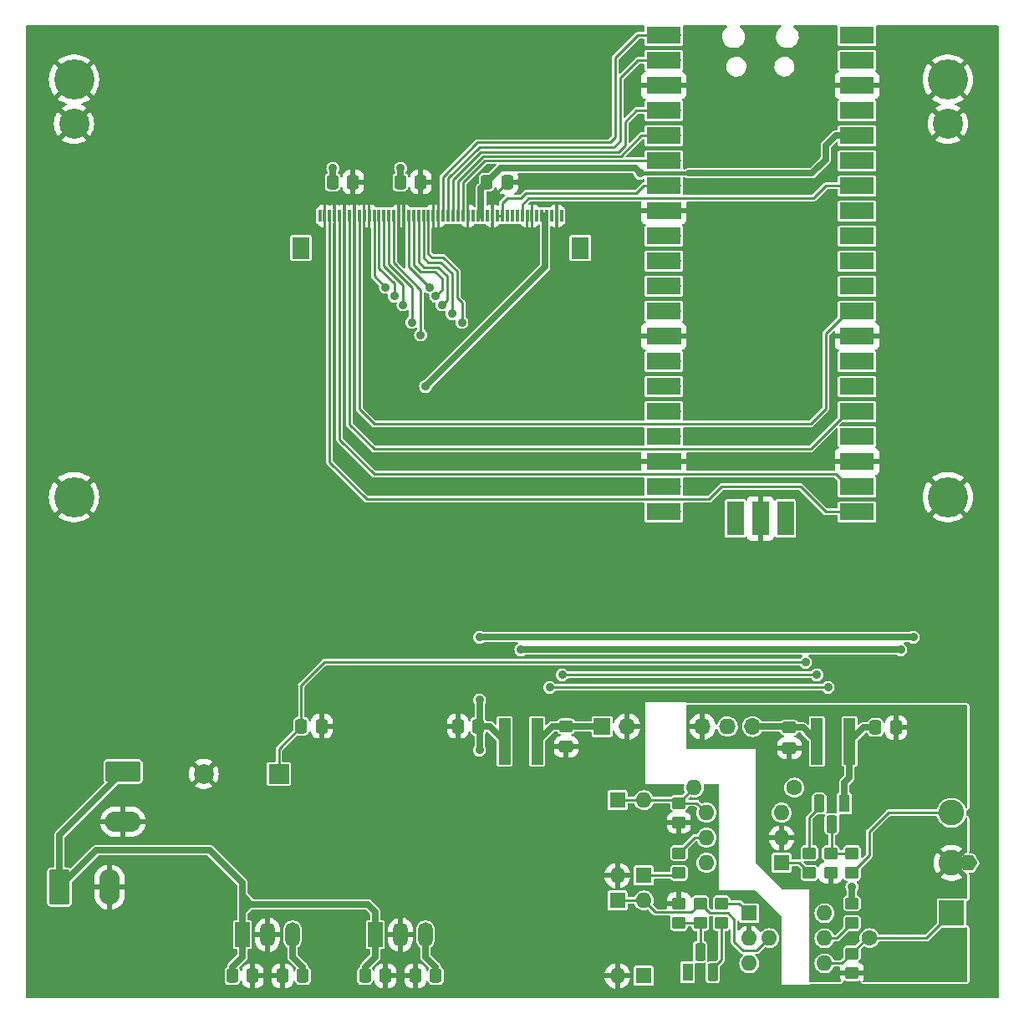
<source format=gbr>
%TF.GenerationSoftware,KiCad,Pcbnew,7.0.7*%
%TF.CreationDate,2024-10-03T14:14:53+02:00*%
%TF.ProjectId,rp2040Term_pcb Version,72703230-3430-4546-9572-6d5f70636220,rev?*%
%TF.SameCoordinates,Original*%
%TF.FileFunction,Copper,L1,Top*%
%TF.FilePolarity,Positive*%
%FSLAX46Y46*%
G04 Gerber Fmt 4.6, Leading zero omitted, Abs format (unit mm)*
G04 Created by KiCad (PCBNEW 7.0.7) date 2024-10-03 14:14:53*
%MOMM*%
%LPD*%
G01*
G04 APERTURE LIST*
G04 Aperture macros list*
%AMRoundRect*
0 Rectangle with rounded corners*
0 $1 Rounding radius*
0 $2 $3 $4 $5 $6 $7 $8 $9 X,Y pos of 4 corners*
0 Add a 4 corners polygon primitive as box body*
4,1,4,$2,$3,$4,$5,$6,$7,$8,$9,$2,$3,0*
0 Add four circle primitives for the rounded corners*
1,1,$1+$1,$2,$3*
1,1,$1+$1,$4,$5*
1,1,$1+$1,$6,$7*
1,1,$1+$1,$8,$9*
0 Add four rect primitives between the rounded corners*
20,1,$1+$1,$2,$3,$4,$5,0*
20,1,$1+$1,$4,$5,$6,$7,0*
20,1,$1+$1,$6,$7,$8,$9,0*
20,1,$1+$1,$8,$9,$2,$3,0*%
%AMFreePoly0*
4,1,6,1.000000,0.000000,0.500000,-0.750000,-0.500000,-0.750000,-0.500000,0.750000,0.500000,0.750000,1.000000,0.000000,1.000000,0.000000,$1*%
%AMFreePoly1*
4,1,6,0.500000,-0.750000,-0.650000,-0.750000,-0.150000,0.000000,-0.650000,0.750000,0.500000,0.750000,0.500000,-0.750000,0.500000,-0.750000,$1*%
G04 Aperture macros list end*
%TA.AperFunction,ComponentPad*%
%ADD10O,1.700000X1.700000*%
%TD*%
%TA.AperFunction,ComponentPad*%
%ADD11O,1.700000X1.600000*%
%TD*%
%TA.AperFunction,ComponentPad*%
%ADD12R,1.700000X1.700000*%
%TD*%
%TA.AperFunction,SMDPad,CuDef*%
%ADD13R,1.700000X3.500000*%
%TD*%
%TA.AperFunction,SMDPad,CuDef*%
%ADD14R,3.500000X1.700000*%
%TD*%
%TA.AperFunction,SMDPad,CuDef*%
%ADD15RoundRect,0.250000X-0.450000X0.350000X-0.450000X-0.350000X0.450000X-0.350000X0.450000X0.350000X0*%
%TD*%
%TA.AperFunction,ComponentPad*%
%ADD16R,1.600000X1.600000*%
%TD*%
%TA.AperFunction,ComponentPad*%
%ADD17O,1.600000X1.600000*%
%TD*%
%TA.AperFunction,ComponentPad*%
%ADD18R,2.000000X2.000000*%
%TD*%
%TA.AperFunction,ComponentPad*%
%ADD19C,2.000000*%
%TD*%
%TA.AperFunction,ComponentPad*%
%ADD20RoundRect,0.249999X-1.550001X0.790001X-1.550001X-0.790001X1.550001X-0.790001X1.550001X0.790001X0*%
%TD*%
%TA.AperFunction,ComponentPad*%
%ADD21O,3.600000X2.080000*%
%TD*%
%TA.AperFunction,SMDPad,CuDef*%
%ADD22RoundRect,0.250000X0.337500X0.475000X-0.337500X0.475000X-0.337500X-0.475000X0.337500X-0.475000X0*%
%TD*%
%TA.AperFunction,ComponentPad*%
%ADD23C,1.600000*%
%TD*%
%TA.AperFunction,SMDPad,CuDef*%
%ADD24R,1.180000X4.700000*%
%TD*%
%TA.AperFunction,SMDPad,CuDef*%
%ADD25RoundRect,0.250000X-0.337500X-0.475000X0.337500X-0.475000X0.337500X0.475000X-0.337500X0.475000X0*%
%TD*%
%TA.AperFunction,SMDPad,CuDef*%
%ADD26RoundRect,0.250000X0.450000X-0.350000X0.450000X0.350000X-0.450000X0.350000X-0.450000X-0.350000X0*%
%TD*%
%TA.AperFunction,ComponentPad*%
%ADD27RoundRect,0.249999X-0.790001X-1.550001X0.790001X-1.550001X0.790001X1.550001X-0.790001X1.550001X0*%
%TD*%
%TA.AperFunction,ComponentPad*%
%ADD28O,2.080000X3.600000*%
%TD*%
%TA.AperFunction,ComponentPad*%
%ADD29R,1.500000X2.500000*%
%TD*%
%TA.AperFunction,ComponentPad*%
%ADD30O,1.500000X2.500000*%
%TD*%
%TA.AperFunction,ComponentPad*%
%ADD31R,1.100000X1.800000*%
%TD*%
%TA.AperFunction,ComponentPad*%
%ADD32RoundRect,0.275000X-0.275000X-0.625000X0.275000X-0.625000X0.275000X0.625000X-0.275000X0.625000X0*%
%TD*%
%TA.AperFunction,SMDPad,CuDef*%
%ADD33R,1.800000X2.200000*%
%TD*%
%TA.AperFunction,ComponentPad*%
%ADD34C,4.064000*%
%TD*%
%TA.AperFunction,ComponentPad*%
%ADD35C,3.048000*%
%TD*%
%TA.AperFunction,SMDPad,CuDef*%
%ADD36R,0.300000X1.300000*%
%TD*%
%TA.AperFunction,ComponentPad*%
%ADD37RoundRect,0.275000X0.275000X0.625000X-0.275000X0.625000X-0.275000X-0.625000X0.275000X-0.625000X0*%
%TD*%
%TA.AperFunction,SMDPad,CuDef*%
%ADD38RoundRect,0.250000X-0.475000X0.337500X-0.475000X-0.337500X0.475000X-0.337500X0.475000X0.337500X0*%
%TD*%
%TA.AperFunction,SMDPad,CuDef*%
%ADD39FreePoly0,0.000000*%
%TD*%
%TA.AperFunction,SMDPad,CuDef*%
%ADD40FreePoly1,0.000000*%
%TD*%
%TA.AperFunction,ComponentPad*%
%ADD41C,2.600000*%
%TD*%
%TA.AperFunction,ComponentPad*%
%ADD42R,2.600000X2.600000*%
%TD*%
%TA.AperFunction,ViaPad*%
%ADD43C,0.889000*%
%TD*%
%TA.AperFunction,Conductor*%
%ADD44C,0.254000*%
%TD*%
%TA.AperFunction,Conductor*%
%ADD45C,0.635000*%
%TD*%
%TA.AperFunction,Conductor*%
%ADD46C,0.381000*%
%TD*%
G04 APERTURE END LIST*
D10*
%TO.P,PS1,7,+VOUT*%
%TO.N,Net-(PS1-+VOUT)*%
X101824500Y-96673500D03*
D11*
%TO.P,PS1,6,0V*%
%TO.N,unconnected-(PS1-0V-Pad6)*%
X99284500Y-96673500D03*
D10*
%TO.P,PS1,5,-VOUT*%
%TO.N,GNDREF*%
X96744500Y-96673500D03*
%TO.P,PS1,2,-VIN*%
%TO.N,GND*%
X89124500Y-96673500D03*
D12*
%TO.P,PS1,1,+VIN*%
%TO.N,Net-(PS1-+VIN)*%
X86584500Y-96673500D03*
%TD*%
D13*
%TO.P,U1,43,SWDIO*%
%TO.N,unconnected-(U1-SWDIO-Pad43)*%
X105156000Y-75600000D03*
D10*
X105156000Y-74700000D03*
D13*
%TO.P,U1,42,GND*%
%TO.N,GND*%
X102616000Y-75600000D03*
D12*
X102616000Y-74700000D03*
D13*
%TO.P,U1,41,SWCLK*%
%TO.N,unconnected-(U1-SWCLK-Pad41)*%
X100076000Y-75600000D03*
D10*
X100076000Y-74700000D03*
D14*
%TO.P,U1,40,VBUS*%
%TO.N,+5V*%
X112406000Y-26670000D03*
D10*
X111506000Y-26670000D03*
D14*
%TO.P,U1,39,VSYS*%
%TO.N,unconnected-(U1-VSYS-Pad39)*%
X112406000Y-29210000D03*
D10*
X111506000Y-29210000D03*
D14*
%TO.P,U1,38,GND*%
%TO.N,GND*%
X112406000Y-31750000D03*
D12*
X111506000Y-31750000D03*
D14*
%TO.P,U1,37,3V3_EN*%
%TO.N,unconnected-(U1-3V3_EN-Pad37)*%
X112406000Y-34290000D03*
D10*
X111506000Y-34290000D03*
D14*
%TO.P,U1,36,3V3*%
%TO.N,+3V3*%
X112406000Y-36830000D03*
D10*
X111506000Y-36830000D03*
D14*
%TO.P,U1,35,ADC_VREF*%
%TO.N,unconnected-(U1-ADC_VREF-Pad35)*%
X112406000Y-39370000D03*
D10*
X111506000Y-39370000D03*
D14*
%TO.P,U1,34,GPIO28_ADC2*%
%TO.N,/BLPWM*%
X112406000Y-41910000D03*
D10*
X111506000Y-41910000D03*
D14*
%TO.P,U1,33,AGND*%
%TO.N,unconnected-(U1-AGND-Pad33)*%
X112406000Y-44450000D03*
D12*
X111506000Y-44450000D03*
D14*
%TO.P,U1,32,GPIO27_ADC1*%
%TO.N,unconnected-(U1-GPIO27_ADC1-Pad32)*%
X112406000Y-46990000D03*
D10*
X111506000Y-46990000D03*
D14*
%TO.P,U1,31,GPIO26_ADC0*%
%TO.N,/BEEPER*%
X112406000Y-49530000D03*
D10*
X111506000Y-49530000D03*
D14*
%TO.P,U1,30,RUN*%
%TO.N,unconnected-(U1-RUN-Pad30)*%
X112406000Y-52070000D03*
D10*
X111506000Y-52070000D03*
D14*
%TO.P,U1,29,GPIO22*%
%TO.N,/PON*%
X112406000Y-54610000D03*
D10*
X111506000Y-54610000D03*
D14*
%TO.P,U1,28,GND*%
%TO.N,GND*%
X112406000Y-57150000D03*
D12*
X111506000Y-57150000D03*
D14*
%TO.P,U1,27,GPIO21*%
%TO.N,/CON_RX*%
X112406000Y-59690000D03*
D10*
X111506000Y-59690000D03*
D14*
%TO.P,U1,26,GPIO20*%
%TO.N,/CON_TX*%
X112406000Y-62230000D03*
D10*
X111506000Y-62230000D03*
D14*
%TO.P,U1,25,GPIO19*%
%TO.N,/PCLK*%
X112406000Y-64770000D03*
D10*
X111506000Y-64770000D03*
D14*
%TO.P,U1,24,GPIO18*%
%TO.N,/DEN*%
X112406000Y-67310000D03*
D10*
X111506000Y-67310000D03*
D14*
%TO.P,U1,23,GND*%
%TO.N,GND*%
X112406000Y-69850000D03*
D12*
X111506000Y-69850000D03*
D14*
%TO.P,U1,22,GPIO17*%
%TO.N,/VSYNC*%
X112406000Y-72390000D03*
D10*
X111506000Y-72390000D03*
D14*
%TO.P,U1,21,GPIO16*%
%TO.N,/HSYNC*%
X112406000Y-74930000D03*
D10*
X111506000Y-74930000D03*
D14*
%TO.P,U1,20,GPIO15*%
%TO.N,/BLUE4*%
X92826000Y-74930000D03*
D10*
X93726000Y-74930000D03*
D14*
%TO.P,U1,19,GPIO14*%
%TO.N,/BLUE3*%
X92826000Y-72390000D03*
D10*
X93726000Y-72390000D03*
D14*
%TO.P,U1,18,GND*%
%TO.N,GND*%
X92826000Y-69850000D03*
D12*
X93726000Y-69850000D03*
D14*
%TO.P,U1,17,GPIO13*%
%TO.N,/BLUE2*%
X92826000Y-67310000D03*
D10*
X93726000Y-67310000D03*
D14*
%TO.P,U1,16,GPIO12*%
%TO.N,/BLUE1*%
X92826000Y-64770000D03*
D10*
X93726000Y-64770000D03*
D14*
%TO.P,U1,15,GPIO11*%
%TO.N,/BLUE0*%
X92826000Y-62230000D03*
D10*
X93726000Y-62230000D03*
D14*
%TO.P,U1,14,GPIO10*%
%TO.N,/GREEN4*%
X92826000Y-59690000D03*
D10*
X93726000Y-59690000D03*
D14*
%TO.P,U1,13,GND*%
%TO.N,GND*%
X92826000Y-57150000D03*
D12*
X93726000Y-57150000D03*
D14*
%TO.P,U1,12,GPIO9*%
%TO.N,/GREEN3*%
X92826000Y-54610000D03*
D10*
X93726000Y-54610000D03*
D14*
%TO.P,U1,11,GPIO8*%
%TO.N,/GREEN2*%
X92826000Y-52070000D03*
D10*
X93726000Y-52070000D03*
D14*
%TO.P,U1,10,GPIO7*%
%TO.N,/GREEN1*%
X92826000Y-49530000D03*
D10*
X93726000Y-49530000D03*
D14*
%TO.P,U1,9,GPIO6*%
%TO.N,/GREEN0*%
X92826000Y-46990000D03*
D10*
X93726000Y-46990000D03*
D14*
%TO.P,U1,8,GND*%
%TO.N,GND*%
X92826000Y-44450000D03*
D12*
X93726000Y-44450000D03*
D14*
%TO.P,U1,7,GPIO5*%
%TO.N,/HRV_VRV*%
X92826000Y-41910000D03*
D10*
X93726000Y-41910000D03*
D14*
%TO.P,U1,6,GPIO4*%
%TO.N,/RED4*%
X92826000Y-39370000D03*
D10*
X93726000Y-39370000D03*
D14*
%TO.P,U1,5,GPIO3*%
%TO.N,/RED3*%
X92826000Y-36830000D03*
D10*
X93726000Y-36830000D03*
D14*
%TO.P,U1,4,GPIO2*%
%TO.N,/RED2*%
X92826000Y-34290000D03*
D10*
X93726000Y-34290000D03*
D14*
%TO.P,U1,3,GND*%
%TO.N,GND*%
X92826000Y-31750000D03*
D12*
X93726000Y-31750000D03*
D14*
%TO.P,U1,2,GPIO1*%
%TO.N,/RED1*%
X92826000Y-29210000D03*
D10*
X93726000Y-29210000D03*
D14*
%TO.P,U1,1,GPIO0*%
%TO.N,/RED0*%
X92826000Y-26670000D03*
D10*
X93726000Y-26670000D03*
%TD*%
D15*
%TO.P,R8,1*%
%TO.N,Net-(Q1-E)*%
X107569000Y-109490000D03*
%TO.P,R8,2*%
%TO.N,Net-(R8-Pad2)*%
X107569000Y-111490000D03*
%TD*%
D16*
%TO.P,D3,1,K*%
%TO.N,+3V3*%
X90805000Y-111760000D03*
D17*
%TO.P,D3,2,A*%
%TO.N,/CON_RX*%
X90805000Y-104140000D03*
%TD*%
D16*
%TO.P,D1,1,K*%
%TO.N,+3V3*%
X90805000Y-121920000D03*
D17*
%TO.P,D1,2,A*%
%TO.N,/CON_TX*%
X90805000Y-114300000D03*
%TD*%
D18*
%TO.P,LS1,1,1*%
%TO.N,/BEEPER*%
X53838000Y-101473000D03*
D19*
%TO.P,LS1,2,2*%
%TO.N,GND*%
X46238000Y-101473000D03*
%TD*%
D15*
%TO.P,R1,1*%
%TO.N,+12V*%
X111887000Y-114570000D03*
%TO.P,R1,2*%
%TO.N,Net-(R1-Pad2)*%
X111887000Y-116570000D03*
%TD*%
D20*
%TO.P,J3,1,Pin_1*%
%TO.N,+BATT*%
X38067500Y-101219000D03*
D21*
%TO.P,J3,2,Pin_2*%
%TO.N,GND*%
X38067500Y-106299000D03*
%TD*%
D22*
%TO.P,C10,1*%
%TO.N,+5V*%
X56282500Y-121920000D03*
%TO.P,C10,2*%
%TO.N,GND*%
X54207500Y-121920000D03*
%TD*%
D23*
%TO.P,JP2,1,A*%
%TO.N,/RX_ISO*%
X106045000Y-102870000D03*
D17*
%TO.P,JP2,2,B*%
%TO.N,/CON_RX*%
X95885000Y-102870000D03*
%TD*%
D24*
%TO.P,L1,2,2*%
%TO.N,Net-(PS1-+VOUT)*%
X108327000Y-98171000D03*
%TO.P,L1,1,1*%
%TO.N,+12V*%
X111637000Y-98171000D03*
%TD*%
D25*
%TO.P,C4,1*%
%TO.N,+3V3*%
X74908500Y-41529000D03*
%TO.P,C4,2*%
%TO.N,GND*%
X76983500Y-41529000D03*
%TD*%
D15*
%TO.P,R9,1*%
%TO.N,/CON_RX*%
X94361000Y-104410000D03*
%TO.P,R9,2*%
%TO.N,GND*%
X94361000Y-106410000D03*
%TD*%
%TO.P,R3,1*%
%TO.N,/TX_ISO*%
X111887000Y-119650000D03*
%TO.P,R3,2*%
%TO.N,GNDREF*%
X111887000Y-121650000D03*
%TD*%
D26*
%TO.P,R10,1*%
%TO.N,+3V3*%
X94361000Y-111490000D03*
%TO.P,R10,2*%
%TO.N,Net-(R10-Pad2)*%
X94361000Y-109490000D03*
%TD*%
D25*
%TO.P,C11,1*%
%TO.N,+BATT*%
X62568000Y-121920000D03*
%TO.P,C11,2*%
%TO.N,GND*%
X64643000Y-121920000D03*
%TD*%
%TO.P,C9,1*%
%TO.N,+BATT*%
X49127500Y-121920000D03*
%TO.P,C9,2*%
%TO.N,GND*%
X51202500Y-121920000D03*
%TD*%
D27*
%TO.P,J2,1,Pin_1*%
%TO.N,+BATT*%
X31623000Y-112935500D03*
D28*
%TO.P,J2,2,Pin_2*%
%TO.N,GND*%
X36703000Y-112935500D03*
%TD*%
D22*
%TO.P,C8,2*%
%TO.N,GND*%
X71966000Y-96647000D03*
%TO.P,C8,1*%
%TO.N,+5V*%
X74041000Y-96647000D03*
%TD*%
D29*
%TO.P,U5,1,Vin*%
%TO.N,+BATT*%
X50145500Y-117760500D03*
D30*
%TO.P,U5,2,GND*%
%TO.N,GND*%
X52685500Y-117760500D03*
%TO.P,U5,3,Vout*%
%TO.N,+5V*%
X55225500Y-117760500D03*
%TD*%
D15*
%TO.P,R6,1*%
%TO.N,Net-(Q1-B)*%
X111887000Y-109490000D03*
%TO.P,R6,2*%
%TO.N,/RX_ISO*%
X111887000Y-111490000D03*
%TD*%
D25*
%TO.P,C1,1*%
%TO.N,/BEEPER*%
X56112500Y-96647000D03*
%TO.P,C1,2*%
%TO.N,GND*%
X58187500Y-96647000D03*
%TD*%
D23*
%TO.P,JP1,1,A*%
%TO.N,/TX_ISO*%
X113665000Y-118110000D03*
D17*
%TO.P,JP1,2,B*%
%TO.N,/CON_TX*%
X103505000Y-118110000D03*
%TD*%
D31*
%TO.P,Q2,1,C*%
%TO.N,+5V*%
X95238000Y-121570000D03*
D32*
%TO.P,Q2,2,B*%
%TO.N,Net-(Q2-B)*%
X96508000Y-119500000D03*
%TO.P,Q2,3,E*%
%TO.N,Net-(Q2-E)*%
X97778000Y-121570000D03*
%TD*%
D25*
%TO.P,C5,1*%
%TO.N,+12V*%
X114278500Y-96774000D03*
%TO.P,C5,2*%
%TO.N,GNDREF*%
X116353500Y-96774000D03*
%TD*%
D17*
%TO.P,D4,2,A*%
%TO.N,GND*%
X88138000Y-111760000D03*
D16*
%TO.P,D4,1,K*%
%TO.N,/CON_RX*%
X88138000Y-104140000D03*
%TD*%
D17*
%TO.P,D2,2,A*%
%TO.N,GND*%
X88138000Y-121920000D03*
D16*
%TO.P,D2,1,K*%
%TO.N,/CON_TX*%
X88138000Y-114300000D03*
%TD*%
D33*
%TO.P,U2,MP*%
%TO.N,N/C*%
X84385000Y-48208000D03*
X56085000Y-48208000D03*
D34*
%TO.P,U2,MD*%
%TO.N,GND*%
X121590200Y-73441000D03*
D35*
X121590200Y-35641000D03*
D34*
X121590200Y-31141000D03*
X33090200Y-73441000D03*
D35*
X33090200Y-35641000D03*
D34*
X33090200Y-31141000D03*
D36*
%TO.P,U2,50,TEST*%
%TO.N,unconnected-(U2-TEST-Pad50)*%
X57985000Y-44958000D03*
%TO.P,U2,49,GND*%
%TO.N,GND*%
X58485000Y-44958000D03*
%TO.P,U2,48,/HD*%
%TO.N,/HSYNC*%
X58985000Y-44958000D03*
%TO.P,U2,47,DEN*%
%TO.N,GND*%
X59485000Y-44958000D03*
%TO.P,U2,46,/VD*%
%TO.N,/VSYNC*%
X59985000Y-44958000D03*
%TO.P,U2,45,GND*%
%TO.N,GND*%
X60485000Y-44958000D03*
%TO.P,U2,44,PCLK*%
%TO.N,/PCLK*%
X60985000Y-44958000D03*
%TO.P,U2,43,GND*%
%TO.N,GND*%
X61485000Y-44958000D03*
%TO.P,U2,42,PON*%
%TO.N,/PON*%
X61985000Y-44958000D03*
%TO.P,U2,41,GND*%
%TO.N,GND*%
X62485000Y-44958000D03*
%TO.P,U2,40,B0*%
X62985000Y-44958000D03*
%TO.P,U2,39,B1*%
%TO.N,/BLUE0*%
X63485000Y-44958000D03*
%TO.P,U2,38,B2*%
%TO.N,/BLUE1*%
X63985000Y-44958000D03*
%TO.P,U2,37,B3*%
%TO.N,/BLUE2*%
X64485000Y-44958000D03*
%TO.P,U2,36,B4*%
%TO.N,/BLUE3*%
X64985000Y-44958000D03*
%TO.P,U2,35,B5*%
%TO.N,/BLUE4*%
X65485000Y-44958000D03*
%TO.P,U2,34,GND*%
%TO.N,GND*%
X65985000Y-44958000D03*
%TO.P,U2,33,G0*%
X66485000Y-44958000D03*
%TO.P,U2,32,G1*%
%TO.N,/GREEN0*%
X66985000Y-44958000D03*
%TO.P,U2,31,G2*%
%TO.N,/GREEN1*%
X67485000Y-44958000D03*
%TO.P,U2,30,G3*%
%TO.N,/GREEN2*%
X67985000Y-44958000D03*
%TO.P,U2,29,G4*%
%TO.N,/GREEN3*%
X68485000Y-44958000D03*
%TO.P,U2,28,G5*%
%TO.N,/GREEN4*%
X68985000Y-44958000D03*
%TO.P,U2,27,GND*%
%TO.N,GND*%
X69485000Y-44958000D03*
%TO.P,U2,26,R0*%
X69985000Y-44958000D03*
%TO.P,U2,25,R1*%
%TO.N,/RED0*%
X70485000Y-44958000D03*
%TO.P,U2,24,R2*%
%TO.N,/RED1*%
X70985000Y-44958000D03*
%TO.P,U2,23,R3*%
%TO.N,/RED2*%
X71485000Y-44958000D03*
%TO.P,U2,22,R4*%
%TO.N,/RED3*%
X71985000Y-44958000D03*
%TO.P,U2,21,R5*%
%TO.N,/RED4*%
X72485000Y-44958000D03*
%TO.P,U2,20,GND*%
%TO.N,GND*%
X72985000Y-44958000D03*
%TO.P,U2,19,N.C.*%
%TO.N,unconnected-(U2-N.C.-Pad19)*%
X73485000Y-44958000D03*
%TO.P,U2,18,VCC*%
%TO.N,+3V3*%
X73985000Y-44958000D03*
%TO.P,U2,17,VCC*%
X74485000Y-44958000D03*
%TO.P,U2,16,N.C.*%
%TO.N,unconnected-(U2-N.C.-Pad16)*%
X74985000Y-44958000D03*
%TO.P,U2,15,GND*%
%TO.N,GND*%
X75485000Y-44958000D03*
%TO.P,U2,14,HRV*%
%TO.N,/HRV_VRV*%
X75985000Y-44958000D03*
%TO.P,U2,13,VRV*%
X76485000Y-44958000D03*
%TO.P,U2,12,THM2*%
%TO.N,unconnected-(U2-THM2-Pad12)*%
X76985000Y-44958000D03*
%TO.P,U2,11,THM1*%
%TO.N,unconnected-(U2-THM1-Pad11)*%
X77485000Y-44958000D03*
%TO.P,U2,10,N.C.*%
%TO.N,unconnected-(U2-N.C.-Pad10)*%
X77985000Y-44958000D03*
%TO.P,U2,9,BLPWM*%
%TO.N,/BLPWM*%
X78485000Y-44958000D03*
%TO.P,U2,8,GND*%
%TO.N,GND*%
X78985000Y-44958000D03*
%TO.P,U2,7,GND*%
X79485000Y-44958000D03*
%TO.P,U2,6,N.C.*%
%TO.N,unconnected-(U2-N.C.-Pad6)*%
X79985000Y-44958000D03*
%TO.P,U2,5,BL+*%
%TO.N,+12P*%
X80485000Y-44958000D03*
%TO.P,U2,4,BL+*%
X80985000Y-44958000D03*
%TO.P,U2,3,N.C.*%
%TO.N,unconnected-(U2-N.C.-Pad3)*%
X81485000Y-44958000D03*
%TO.P,U2,2,GND*%
%TO.N,GND*%
X81985000Y-44958000D03*
%TO.P,U2,1,TEST*%
%TO.N,unconnected-(U2-TEST-Pad1)*%
X82485000Y-44958000D03*
%TD*%
D25*
%TO.P,C2,1*%
%TO.N,+3V3*%
X59287500Y-41529000D03*
%TO.P,C2,2*%
%TO.N,GND*%
X61362500Y-41529000D03*
%TD*%
D31*
%TO.P,Q1,1,C*%
%TO.N,+12V*%
X111125000Y-104490000D03*
D37*
%TO.P,Q1,2,B*%
%TO.N,Net-(Q1-B)*%
X109855000Y-106560000D03*
%TO.P,Q1,3,E*%
%TO.N,Net-(Q1-E)*%
X108585000Y-104490000D03*
%TD*%
D29*
%TO.P,U6,1,Vin*%
%TO.N,+BATT*%
X63607500Y-117760500D03*
D30*
%TO.P,U6,2,GND*%
%TO.N,GND*%
X66147500Y-117760500D03*
%TO.P,U6,3,Vout*%
%TO.N,+12P*%
X68687500Y-117760500D03*
%TD*%
D38*
%TO.P,C7,2*%
%TO.N,GND*%
X82931000Y-98722000D03*
%TO.P,C7,1*%
%TO.N,Net-(PS1-+VIN)*%
X82931000Y-96647000D03*
%TD*%
D15*
%TO.P,R2,1*%
%TO.N,/CON_TX*%
X96520000Y-114570000D03*
%TO.P,R2,2*%
%TO.N,Net-(Q2-B)*%
X96520000Y-116570000D03*
%TD*%
D39*
%TO.P,JP3,1,A*%
%TO.N,GNDREF*%
X123608000Y-110490000D03*
D40*
%TO.P,JP3,2,B*%
%TO.N,GND*%
X125058000Y-110490000D03*
%TD*%
D26*
%TO.P,R4,1*%
%TO.N,Net-(Q2-E)*%
X98679000Y-116570000D03*
%TO.P,R4,2*%
%TO.N,Net-(R4-Pad2)*%
X98679000Y-114570000D03*
%TD*%
D22*
%TO.P,C12,1*%
%TO.N,+12P*%
X69744500Y-121920000D03*
%TO.P,C12,2*%
%TO.N,GND*%
X67669500Y-121920000D03*
%TD*%
D24*
%TO.P,L2,2,2*%
%TO.N,+5V*%
X76704000Y-98171000D03*
%TO.P,L2,1,1*%
%TO.N,Net-(PS1-+VIN)*%
X80014000Y-98171000D03*
%TD*%
D26*
%TO.P,R5,1*%
%TO.N,Net-(Q2-B)*%
X94361000Y-116570000D03*
%TO.P,R5,2*%
%TO.N,GND*%
X94361000Y-114570000D03*
%TD*%
D41*
%TO.P,J1,3,Pin_3*%
%TO.N,/RX_ISO*%
X121971000Y-105415000D03*
%TO.P,J1,2,Pin_2*%
%TO.N,GNDREF*%
X121971000Y-110495000D03*
D42*
%TO.P,J1,1,Pin_1*%
%TO.N,/TX_ISO*%
X121971000Y-115575000D03*
%TD*%
D16*
%TO.P,U4,1*%
%TO.N,Net-(R8-Pad2)*%
X104765000Y-110475000D03*
D17*
%TO.P,U4,2*%
%TO.N,GNDREF*%
X104765000Y-107935000D03*
%TO.P,U4,3,NC*%
%TO.N,unconnected-(U4-NC-Pad3)*%
X104765000Y-105395000D03*
%TO.P,U4,4*%
%TO.N,/CON_RX*%
X97145000Y-105395000D03*
%TO.P,U4,5*%
%TO.N,Net-(R10-Pad2)*%
X97145000Y-107935000D03*
%TO.P,U4,6*%
%TO.N,unconnected-(U4-Pad6)*%
X97145000Y-110475000D03*
%TD*%
D25*
%TO.P,C3,1*%
%TO.N,+3V3*%
X66145500Y-41529000D03*
%TO.P,C3,2*%
%TO.N,GND*%
X68220500Y-41529000D03*
%TD*%
D15*
%TO.P,R7,1*%
%TO.N,Net-(Q1-B)*%
X109728000Y-109490000D03*
%TO.P,R7,2*%
%TO.N,GNDREF*%
X109728000Y-111490000D03*
%TD*%
D38*
%TO.P,C6,2*%
%TO.N,GNDREF*%
X105537000Y-98849000D03*
%TO.P,C6,1*%
%TO.N,Net-(PS1-+VOUT)*%
X105537000Y-96774000D03*
%TD*%
D17*
%TO.P,U3,6*%
%TO.N,unconnected-(U3-Pad6)*%
X109103000Y-115585000D03*
%TO.P,U3,5*%
%TO.N,Net-(R1-Pad2)*%
X109103000Y-118125000D03*
%TO.P,U3,4*%
%TO.N,/TX_ISO*%
X109103000Y-120665000D03*
%TO.P,U3,3,NC*%
%TO.N,unconnected-(U3-NC-Pad3)*%
X101483000Y-120665000D03*
%TO.P,U3,2*%
%TO.N,GND*%
X101483000Y-118125000D03*
D16*
%TO.P,U3,1*%
%TO.N,Net-(R4-Pad2)*%
X101483000Y-115585000D03*
%TD*%
D43*
%TO.N,GND*%
X97790000Y-119380000D03*
X76200000Y-91440000D03*
X85090000Y-106680000D03*
X82550000Y-111760000D03*
X82550000Y-115570000D03*
X76200000Y-111760000D03*
X76200000Y-115570000D03*
X76200000Y-120650000D03*
X60960000Y-101600000D03*
X63373000Y-101600000D03*
X64897000Y-67310000D03*
X64897000Y-69850000D03*
X64897000Y-72390000D03*
X83820000Y-72390000D03*
X83820000Y-69850000D03*
X83820000Y-67310000D03*
X76200000Y-72390000D03*
X76200000Y-69850000D03*
X76200000Y-67310000D03*
X57150000Y-62230000D03*
X86360000Y-62230000D03*
X83820000Y-62230000D03*
X81280000Y-62230000D03*
X76200000Y-62230000D03*
X78740000Y-62230000D03*
X73660000Y-62230000D03*
X71120000Y-62230000D03*
X66421000Y-62230000D03*
X64516000Y-62230000D03*
X71120000Y-48260000D03*
X73660000Y-48260000D03*
X76200000Y-48260000D03*
X78740000Y-48260000D03*
%TO.N,+3V3*%
X90424000Y-40640000D03*
%TO.N,GNDREF*%
X108458000Y-106680000D03*
X104140000Y-102870000D03*
X109855000Y-101600000D03*
X111887000Y-118110000D03*
X109728000Y-112903000D03*
X121920000Y-121920000D03*
X121920000Y-119380000D03*
X121920000Y-101600000D03*
X121920000Y-99060000D03*
X121920000Y-96520000D03*
%TO.N,+3V3*%
X78359000Y-88900000D03*
%TO.N,+5V*%
X74168000Y-93980000D03*
X118110000Y-87630000D03*
%TO.N,+3V3*%
X116840000Y-88900000D03*
%TO.N,+5V*%
X74168000Y-87630000D03*
X74168000Y-99060000D03*
%TO.N,GND*%
X69596000Y-41529000D03*
X62738000Y-41529000D03*
X78359000Y-41529000D03*
%TO.N,/CON_RX*%
X108331000Y-91440000D03*
X82550000Y-91440000D03*
%TO.N,/CON_TX*%
X81280000Y-92710000D03*
X109474000Y-92710000D03*
%TO.N,+12V*%
X111887000Y-112903000D03*
%TO.N,+3V3*%
X59309000Y-40132000D03*
X66167000Y-40132000D03*
%TO.N,/GREEN4*%
X72390000Y-55753000D03*
%TO.N,/GREEN3*%
X71374000Y-54864000D03*
%TO.N,/GREEN2*%
X70358000Y-53975000D03*
%TO.N,/GREEN1*%
X69723000Y-53086000D03*
%TO.N,/GREEN0*%
X69088000Y-52197000D03*
%TO.N,/BLUE4*%
X68199000Y-57023000D03*
%TO.N,/BLUE3*%
X67310000Y-55753000D03*
%TO.N,/BLUE2*%
X66421000Y-53975000D03*
%TO.N,/BLUE1*%
X65532000Y-53086000D03*
%TO.N,/BLUE0*%
X64643000Y-52197000D03*
%TO.N,/BEEPER*%
X107188000Y-90170000D03*
%TO.N,+12P*%
X68707000Y-62230000D03*
%TD*%
D44*
%TO.N,GND*%
X41412000Y-106299000D02*
X46238000Y-101473000D01*
X38067500Y-106299000D02*
X41412000Y-106299000D01*
%TO.N,Net-(PS1-+VOUT)*%
X105436500Y-96673500D02*
X105537000Y-96774000D01*
D45*
X101824500Y-96673500D02*
X105436500Y-96673500D01*
D44*
%TO.N,Net-(PS1-+VIN)*%
X86558000Y-96647000D02*
X86584500Y-96673500D01*
D45*
X82931000Y-96647000D02*
X86558000Y-96647000D01*
%TO.N,+5V*%
X74168000Y-93980000D02*
X74168000Y-96520000D01*
X74168000Y-99060000D02*
X74168000Y-96774000D01*
X76704000Y-98171000D02*
X75180000Y-96647000D01*
X75180000Y-96647000D02*
X74041000Y-96647000D01*
%TO.N,Net-(PS1-+VIN)*%
X81538000Y-96647000D02*
X80014000Y-98171000D01*
X82931000Y-96647000D02*
X81538000Y-96647000D01*
D44*
%TO.N,GND*%
X58187500Y-96647000D02*
X71966000Y-96647000D01*
%TO.N,/RED1*%
X90170000Y-29210000D02*
X93726000Y-29210000D01*
X88392000Y-30988000D02*
X90170000Y-29210000D01*
X88392000Y-37363400D02*
X88392000Y-30988000D01*
X87782400Y-37973000D02*
X88392000Y-37363400D01*
X74156422Y-37973000D02*
X87782400Y-37973000D01*
X70985000Y-41144422D02*
X74156422Y-37973000D01*
X70985000Y-44958000D02*
X70985000Y-41144422D01*
D45*
%TO.N,+3V3*%
X89916000Y-40132000D02*
X90424000Y-40640000D01*
X76305500Y-40132000D02*
X89916000Y-40132000D01*
X74908500Y-41529000D02*
X76305500Y-40132000D01*
D44*
%TO.N,/RX_ISO*%
X115565000Y-105415000D02*
X121971000Y-105415000D01*
X113665000Y-107315000D02*
X115565000Y-105415000D01*
X113665000Y-109712000D02*
X113665000Y-107315000D01*
%TO.N,/CON_TX*%
X97520000Y-115570000D02*
X96520000Y-114570000D01*
X99949000Y-116205000D02*
X99314000Y-115570000D01*
X99314000Y-115570000D02*
X97520000Y-115570000D01*
X99949000Y-118491000D02*
X99949000Y-116205000D01*
X102235000Y-119380000D02*
X100838000Y-119380000D01*
X100838000Y-119380000D02*
X99949000Y-118491000D01*
X103505000Y-118110000D02*
X102235000Y-119380000D01*
%TO.N,Net-(R4-Pad2)*%
X100468000Y-114570000D02*
X101483000Y-115585000D01*
X98679000Y-114570000D02*
X100468000Y-114570000D01*
%TO.N,/CON_RX*%
X96160000Y-104410000D02*
X97145000Y-105395000D01*
X94361000Y-104410000D02*
X96160000Y-104410000D01*
D45*
%TO.N,+BATT*%
X50927000Y-114573500D02*
X50145500Y-113792000D01*
X50927000Y-114681000D02*
X50927000Y-114573500D01*
X50145500Y-112502500D02*
X50145500Y-113792000D01*
X50145500Y-113792000D02*
X50145500Y-114173000D01*
X50653500Y-114681000D02*
X50145500Y-114173000D01*
X50927000Y-114681000D02*
X50653500Y-114681000D01*
X50145500Y-114173000D02*
X50145500Y-117760500D01*
X50145500Y-117760500D02*
X50145500Y-115462500D01*
X50145500Y-115462500D02*
X50927000Y-114681000D01*
X46863000Y-109220000D02*
X50145500Y-112502500D01*
X35338500Y-109220000D02*
X46863000Y-109220000D01*
X31623000Y-112935500D02*
X35338500Y-109220000D01*
%TO.N,+3V3*%
X116840000Y-88900000D02*
X78359000Y-88900000D01*
%TO.N,+5V*%
X74168000Y-96520000D02*
X74041000Y-96647000D01*
X74168000Y-87630000D02*
X118110000Y-87630000D01*
X74168000Y-96774000D02*
X74041000Y-96647000D01*
D44*
%TO.N,GND*%
X61485000Y-41651500D02*
X61362500Y-41529000D01*
X66147500Y-121773500D02*
X66294000Y-121920000D01*
X64643000Y-121920000D02*
X66294000Y-121920000D01*
X66147500Y-117760500D02*
X66147500Y-121773500D01*
X52685500Y-121900500D02*
X52705000Y-121920000D01*
X76983500Y-41529000D02*
X78359000Y-41529000D01*
X51202500Y-121920000D02*
X52705000Y-121920000D01*
X52685500Y-117760500D02*
X52685500Y-121900500D01*
X61362500Y-41529000D02*
X62738000Y-41529000D01*
X66294000Y-121920000D02*
X67669500Y-121920000D01*
X76983500Y-41529000D02*
X75485000Y-43027500D01*
X68220500Y-41529000D02*
X69596000Y-41529000D01*
X75485000Y-43027500D02*
X75485000Y-44958000D01*
X52705000Y-121920000D02*
X54207500Y-121920000D01*
%TO.N,/CON_RX*%
X90805000Y-104140000D02*
X88138000Y-104140000D01*
X95901000Y-102870000D02*
X94361000Y-104410000D01*
X108331000Y-91440000D02*
X82550000Y-91440000D01*
X94361000Y-104410000D02*
X94091000Y-104140000D01*
X94091000Y-104140000D02*
X90805000Y-104140000D01*
%TO.N,/CON_TX*%
X90805000Y-114300000D02*
X88138000Y-114300000D01*
X96520000Y-114570000D02*
X95589800Y-115500200D01*
X92005200Y-115500200D02*
X90805000Y-114300000D01*
X95589800Y-115500200D02*
X92005200Y-115500200D01*
X109474000Y-92710000D02*
X81280000Y-92710000D01*
D45*
%TO.N,+12V*%
X111637000Y-101838000D02*
X111637000Y-98171000D01*
X111887000Y-112903000D02*
X111887000Y-114570000D01*
X111903000Y-114554000D02*
X111887000Y-114570000D01*
X111125000Y-102350000D02*
X111637000Y-101838000D01*
X111125000Y-104890000D02*
X111125000Y-102350000D01*
X113034000Y-96774000D02*
X114278500Y-96774000D01*
X111637000Y-98171000D02*
X113034000Y-96774000D01*
D44*
%TO.N,/BLPWM*%
X78485000Y-43816000D02*
X78485000Y-44958000D01*
X79121000Y-43180000D02*
X107950000Y-43180000D01*
X107950000Y-43180000D02*
X109220000Y-41910000D01*
X79121000Y-43180000D02*
X78485000Y-43816000D01*
X109220000Y-41910000D02*
X111506000Y-41910000D01*
%TO.N,/HRV_VRV*%
X76485000Y-43657000D02*
X76962000Y-43180000D01*
X75985000Y-44958000D02*
X76485000Y-44958000D01*
X78867000Y-42672000D02*
X90043000Y-42672000D01*
X78359000Y-43180000D02*
X78867000Y-42672000D01*
X76962000Y-43180000D02*
X78359000Y-43180000D01*
X90043000Y-42672000D02*
X90805000Y-41910000D01*
X90805000Y-41910000D02*
X93726000Y-41910000D01*
X76485000Y-44958000D02*
X76485000Y-43657000D01*
D45*
%TO.N,+3V3*%
X109220000Y-39243000D02*
X107823000Y-40640000D01*
X74314300Y-42123200D02*
X74314300Y-44958000D01*
X66145500Y-41529000D02*
X66145500Y-40153500D01*
X110236000Y-36830000D02*
X109220000Y-37846000D01*
X109220000Y-37846000D02*
X109220000Y-39243000D01*
D44*
X90805000Y-111760000D02*
X94091000Y-111760000D01*
D45*
X66145500Y-40026500D02*
X66167000Y-40005000D01*
D46*
X90424000Y-40640000D02*
X95377000Y-40640000D01*
D45*
X59287500Y-40026500D02*
X59309000Y-40005000D01*
D44*
X94091000Y-111760000D02*
X94361000Y-111490000D01*
D45*
X74908500Y-41529000D02*
X74314300Y-42123200D01*
X59287500Y-41529000D02*
X59287500Y-40153500D01*
X111506000Y-36830000D02*
X110236000Y-36830000D01*
X107823000Y-40640000D02*
X95377000Y-40640000D01*
X59287500Y-40153500D02*
X59309000Y-40132000D01*
X66145500Y-40153500D02*
X66167000Y-40132000D01*
D44*
%TO.N,/RED4*%
X93726000Y-39370000D02*
X74699156Y-39370000D01*
X72485000Y-41584156D02*
X72485000Y-44958000D01*
X74699156Y-39370000D02*
X72485000Y-41584156D01*
%TO.N,/RED3*%
X74509778Y-38912800D02*
X88468200Y-38912800D01*
X90551000Y-36830000D02*
X93726000Y-36830000D01*
X88468200Y-38912800D02*
X90551000Y-36830000D01*
X71985000Y-44958000D02*
X71985000Y-41437578D01*
X71985000Y-41437578D02*
X74509778Y-38912800D01*
%TO.N,/RED2*%
X88900000Y-35433000D02*
X88900000Y-37820600D01*
X88900000Y-37820600D02*
X88265000Y-38455600D01*
X93726000Y-34290000D02*
X90043000Y-34290000D01*
X90043000Y-34290000D02*
X88900000Y-35433000D01*
X88265000Y-38455600D02*
X74320400Y-38455600D01*
X74320400Y-38455600D02*
X71485000Y-41291000D01*
X71485000Y-41291000D02*
X71485000Y-44958000D01*
%TO.N,/RED0*%
X70485000Y-40997844D02*
X70485000Y-44958000D01*
X90170000Y-26670000D02*
X87884000Y-28956000D01*
X87376000Y-37515800D02*
X73967044Y-37515800D01*
X73967044Y-37515800D02*
X70485000Y-40997844D01*
X87884000Y-37007800D02*
X87376000Y-37515800D01*
X87884000Y-28956000D02*
X87884000Y-37007800D01*
X93726000Y-26670000D02*
X90170000Y-26670000D01*
%TO.N,/GREEN4*%
X69342000Y-49149000D02*
X70485000Y-49149000D01*
X71882000Y-53213000D02*
X72390000Y-53721000D01*
X72390000Y-53721000D02*
X72390000Y-55753000D01*
X68985000Y-44958000D02*
X68985000Y-48792000D01*
X71882000Y-50546000D02*
X71882000Y-53213000D01*
X68985000Y-48792000D02*
X69342000Y-49149000D01*
X70485000Y-49149000D02*
X71882000Y-50546000D01*
%TO.N,/GREEN3*%
X71374000Y-50800000D02*
X70231000Y-49657000D01*
X71374000Y-50800000D02*
X71374000Y-54864000D01*
X68485000Y-49181000D02*
X68961000Y-49657000D01*
X70231000Y-49657000D02*
X68961000Y-49657000D01*
X68485000Y-44958000D02*
X68485000Y-49181000D01*
%TO.N,/GREEN2*%
X67985000Y-44958000D02*
X67985000Y-49570000D01*
X67985000Y-49570000D02*
X68561511Y-50146511D01*
X70866000Y-53467000D02*
X70358000Y-53975000D01*
X69958511Y-50146511D02*
X70866000Y-51054000D01*
X68561511Y-50146511D02*
X69958511Y-50146511D01*
X70866000Y-51054000D02*
X70866000Y-53467000D01*
%TO.N,/GREEN1*%
X70358000Y-52451000D02*
X69723000Y-53086000D01*
X70358000Y-51308000D02*
X70358000Y-52197000D01*
X69653711Y-50603711D02*
X70358000Y-51308000D01*
X68141289Y-50603711D02*
X69653711Y-50603711D01*
X67485000Y-49947422D02*
X68141289Y-50603711D01*
X67485000Y-44958000D02*
X67485000Y-49947422D01*
X70358000Y-52197000D02*
X70358000Y-52451000D01*
%TO.N,/GREEN0*%
X66985000Y-50094000D02*
X66985000Y-44958000D01*
X68580000Y-51689000D02*
X66985000Y-50094000D01*
X68580000Y-51689000D02*
X69088000Y-52197000D01*
%TO.N,/BLUE4*%
X65485000Y-49713844D02*
X65485000Y-44958000D01*
X68199000Y-52427844D02*
X68199000Y-57023000D01*
X68199000Y-52427844D02*
X65485000Y-49713844D01*
%TO.N,/BLUE3*%
X64985000Y-49860422D02*
X67310000Y-52185422D01*
X64985000Y-44958000D02*
X64985000Y-49860422D01*
X67310000Y-52185422D02*
X67310000Y-55753000D01*
%TO.N,/BLUE2*%
X66421000Y-51943000D02*
X66421000Y-53975000D01*
X64485000Y-50007000D02*
X64485000Y-44958000D01*
X66421000Y-51943000D02*
X64485000Y-50007000D01*
%TO.N,/BLUE1*%
X65532000Y-51816000D02*
X65532000Y-53086000D01*
X65532000Y-51816000D02*
X63985000Y-50269000D01*
X63985000Y-50269000D02*
X63985000Y-44958000D01*
%TO.N,/BLUE0*%
X64643000Y-52197000D02*
X63485000Y-51039000D01*
X63485000Y-51039000D02*
X63485000Y-44958000D01*
%TO.N,/PCLK*%
X63500000Y-68580000D02*
X60985000Y-66065000D01*
X111506000Y-64770000D02*
X107696000Y-68580000D01*
X60985000Y-66065000D02*
X60985000Y-44958000D01*
X107696000Y-68580000D02*
X63500000Y-68580000D01*
%TO.N,/VSYNC*%
X110236000Y-71120000D02*
X63500000Y-71120000D01*
X59985000Y-67605000D02*
X59985000Y-65954000D01*
X63500000Y-71120000D02*
X59985000Y-67605000D01*
X59985000Y-65954000D02*
X59985000Y-44958000D01*
X111506000Y-72390000D02*
X110236000Y-71120000D01*
%TO.N,/HSYNC*%
X109220000Y-74930000D02*
X106680000Y-72390000D01*
X97409000Y-73660000D02*
X62738000Y-73660000D01*
X98679000Y-72390000D02*
X97409000Y-73660000D01*
X58985000Y-69907000D02*
X58985000Y-44958000D01*
X62738000Y-73660000D02*
X58985000Y-69907000D01*
X111506000Y-74930000D02*
X109220000Y-74930000D01*
X106680000Y-72390000D02*
X98679000Y-72390000D01*
D45*
%TO.N,+5V*%
X56282500Y-121920000D02*
X56282500Y-121052500D01*
X55225500Y-119995500D02*
X55225500Y-117760500D01*
X56282500Y-121052500D02*
X55225500Y-119995500D01*
D44*
%TO.N,/BEEPER*%
X56112500Y-92477500D02*
X56112500Y-96647000D01*
X53838000Y-98921500D02*
X56112500Y-96647000D01*
X107188000Y-90170000D02*
X58420000Y-90170000D01*
X58420000Y-90170000D02*
X56112500Y-92477500D01*
X53838000Y-101473000D02*
X53838000Y-98921500D01*
%TO.N,/TX_ISO*%
X110872000Y-120665000D02*
X111887000Y-119650000D01*
X113665000Y-118110000D02*
X119436000Y-118110000D01*
X109103000Y-120665000D02*
X110872000Y-120665000D01*
X113427000Y-118110000D02*
X113665000Y-118110000D01*
X119436000Y-118110000D02*
X121971000Y-115575000D01*
X111887000Y-119650000D02*
X113427000Y-118110000D01*
D45*
%TO.N,Net-(PS1-+VIN)*%
X82990000Y-96706000D02*
X82931000Y-96647000D01*
%TO.N,Net-(PS1-+VOUT)*%
X105469000Y-96706000D02*
X105537000Y-96774000D01*
X106930000Y-96774000D02*
X108327000Y-98171000D01*
X105537000Y-96774000D02*
X106930000Y-96774000D01*
D44*
%TO.N,Net-(R10-Pad2)*%
X95916000Y-107935000D02*
X94361000Y-109490000D01*
X97145000Y-107935000D02*
X95916000Y-107935000D01*
D45*
%TO.N,+12P*%
X69744500Y-121920000D02*
X69744500Y-121052500D01*
X69744500Y-121052500D02*
X68687500Y-119995500D01*
X68687500Y-119995500D02*
X68687500Y-117760500D01*
X68707000Y-62230000D02*
X80814300Y-50122700D01*
X80814300Y-50122700D02*
X80814300Y-44958000D01*
%TO.N,+BATT*%
X63607500Y-119995500D02*
X63607500Y-117760500D01*
X62568000Y-121920000D02*
X62568000Y-121035000D01*
X62826000Y-114681000D02*
X50927000Y-114681000D01*
X62568000Y-121035000D02*
X63607500Y-119995500D01*
X31623000Y-112935500D02*
X31623000Y-107663500D01*
X63607500Y-117760500D02*
X63607500Y-115462500D01*
X63607500Y-115462500D02*
X62826000Y-114681000D01*
X50145500Y-119995500D02*
X50145500Y-117760500D01*
X49127500Y-121920000D02*
X49127500Y-121013500D01*
X31623000Y-107663500D02*
X38067500Y-101219000D01*
X49127500Y-121013500D02*
X50145500Y-119995500D01*
D44*
%TO.N,Net-(Q2-B)*%
X96520000Y-119888000D02*
X96520000Y-116570000D01*
X94361000Y-116570000D02*
X96520000Y-116570000D01*
X96508000Y-119900000D02*
X96520000Y-119888000D01*
%TO.N,Net-(Q1-B)*%
X109855000Y-106160000D02*
X109855000Y-109363000D01*
X109855000Y-109363000D02*
X109728000Y-109490000D01*
X109728000Y-109490000D02*
X111887000Y-109490000D01*
%TO.N,Net-(Q1-E)*%
X107569000Y-105906000D02*
X108585000Y-104890000D01*
X107569000Y-109490000D02*
X107569000Y-105906000D01*
%TO.N,/RX_ISO*%
X113665000Y-109712000D02*
X111887000Y-111490000D01*
%TO.N,Net-(Q2-E)*%
X98679000Y-116570000D02*
X98679000Y-120269000D01*
X98679000Y-120269000D02*
X97778000Y-121170000D01*
%TO.N,Net-(R8-Pad2)*%
X106554000Y-110475000D02*
X104765000Y-110475000D01*
X107569000Y-111490000D02*
X106554000Y-110475000D01*
%TO.N,Net-(R1-Pad2)*%
X110332000Y-118125000D02*
X111887000Y-116570000D01*
X109103000Y-118125000D02*
X110332000Y-118125000D01*
%TO.N,/PON*%
X63500000Y-66040000D02*
X61985000Y-64525000D01*
X61985000Y-64525000D02*
X61985000Y-44958000D01*
X109220000Y-64516000D02*
X107696000Y-66040000D01*
X111506000Y-54610000D02*
X109220000Y-56896000D01*
X107696000Y-66040000D02*
X63500000Y-66040000D01*
X109220000Y-56896000D02*
X109220000Y-64516000D01*
%TD*%
%TA.AperFunction,Conductor*%
%TO.N,GND*%
G36*
X97777402Y-115919913D02*
G01*
X97813947Y-115970213D01*
X97813947Y-116032387D01*
X97813226Y-116034525D01*
X97790645Y-116099058D01*
X97778174Y-116134699D01*
X97775301Y-116165344D01*
X97775300Y-116165352D01*
X97775300Y-116974644D01*
X97775301Y-116974655D01*
X97778173Y-117005298D01*
X97823346Y-117134395D01*
X97886647Y-117220165D01*
X97904562Y-117244438D01*
X98014605Y-117325654D01*
X98143699Y-117370826D01*
X98174347Y-117373700D01*
X98247700Y-117373699D01*
X98306830Y-117392911D01*
X98343376Y-117443211D01*
X98348300Y-117474299D01*
X98348300Y-120090349D01*
X98329087Y-120149480D01*
X98318835Y-120161484D01*
X98043485Y-120436835D01*
X97988087Y-120465061D01*
X97972350Y-120466300D01*
X97457208Y-120466300D01*
X97400199Y-120472429D01*
X97400194Y-120472430D01*
X97331584Y-120498020D01*
X97269467Y-120500683D01*
X97217648Y-120466325D01*
X97195921Y-120408070D01*
X97206177Y-120363974D01*
X97204952Y-120363517D01*
X97220670Y-120321374D01*
X97255571Y-120227801D01*
X97261700Y-120170792D01*
X97261700Y-118829208D01*
X97255571Y-118772199D01*
X97217571Y-118670317D01*
X97207467Y-118643226D01*
X97207465Y-118643222D01*
X97172507Y-118596525D01*
X97124973Y-118533027D01*
X97069874Y-118491780D01*
X97014777Y-118450534D01*
X97014773Y-118450532D01*
X96916144Y-118413746D01*
X96867455Y-118375080D01*
X96850700Y-118319489D01*
X96850700Y-117474299D01*
X96869913Y-117415168D01*
X96920213Y-117378623D01*
X96951300Y-117373699D01*
X97024644Y-117373699D01*
X97024652Y-117373699D01*
X97055301Y-117370826D01*
X97184395Y-117325654D01*
X97294438Y-117244438D01*
X97375654Y-117134395D01*
X97420826Y-117005301D01*
X97423700Y-116974653D01*
X97423699Y-116165348D01*
X97420826Y-116134699D01*
X97386976Y-116037964D01*
X97385581Y-115975806D01*
X97420988Y-115924699D01*
X97479673Y-115904163D01*
X97490699Y-115904521D01*
X97490728Y-115904522D01*
X97490733Y-115904524D01*
X97532267Y-115900890D01*
X97536638Y-115900700D01*
X97718271Y-115900700D01*
X97777402Y-115919913D01*
G37*
%TD.AperFunction*%
%TA.AperFunction,Conductor*%
G36*
X110397371Y-66444615D02*
G01*
X110441335Y-66488579D01*
X110452300Y-66534250D01*
X110452300Y-67255762D01*
X110452058Y-67260695D01*
X110447202Y-67309999D01*
X110452058Y-67359302D01*
X110452300Y-67364236D01*
X110452300Y-68180063D01*
X110464118Y-68239479D01*
X110470680Y-68249300D01*
X110509140Y-68306860D01*
X110543295Y-68329681D01*
X110581787Y-68378507D01*
X110584228Y-68440634D01*
X110549686Y-68492330D01*
X110522562Y-68507584D01*
X110410040Y-68549553D01*
X110293096Y-68637096D01*
X110205552Y-68754040D01*
X110154505Y-68890904D01*
X110154505Y-68890906D01*
X110148000Y-68951410D01*
X110148000Y-69596000D01*
X110914665Y-69596000D01*
X110973796Y-69615213D01*
X111010341Y-69665513D01*
X111011189Y-69724941D01*
X110996000Y-69776673D01*
X110996000Y-69923327D01*
X110999800Y-69936269D01*
X111011190Y-69975057D01*
X111009415Y-70037206D01*
X110971449Y-70086442D01*
X110914665Y-70104000D01*
X110148000Y-70104000D01*
X110148000Y-70688700D01*
X110128787Y-70747831D01*
X110078487Y-70784376D01*
X110047400Y-70789300D01*
X95184600Y-70789300D01*
X95125469Y-70770087D01*
X95088924Y-70719787D01*
X95084000Y-70688700D01*
X95084000Y-70104000D01*
X94317335Y-70104000D01*
X94258204Y-70084787D01*
X94221659Y-70034487D01*
X94220810Y-69975057D01*
X94232200Y-69936269D01*
X94236000Y-69923327D01*
X94236000Y-69776673D01*
X94220810Y-69724941D01*
X94222585Y-69662794D01*
X94260551Y-69613558D01*
X94317335Y-69596000D01*
X95084000Y-69596000D01*
X95084000Y-69011300D01*
X95103213Y-68952169D01*
X95153513Y-68915624D01*
X95184600Y-68910700D01*
X107679362Y-68910700D01*
X107683732Y-68910890D01*
X107725267Y-68914524D01*
X107765527Y-68903735D01*
X107769796Y-68902788D01*
X107804091Y-68896742D01*
X107810846Y-68895552D01*
X107810846Y-68895551D01*
X107810851Y-68895551D01*
X107812171Y-68894788D01*
X107836445Y-68884733D01*
X107837916Y-68884340D01*
X107872064Y-68860427D01*
X107875754Y-68858078D01*
X107911849Y-68837239D01*
X107938648Y-68805300D01*
X107941598Y-68802080D01*
X110280566Y-66463114D01*
X110335963Y-66434889D01*
X110397371Y-66444615D01*
G37*
%TD.AperFunction*%
%TA.AperFunction,Conductor*%
G36*
X90837878Y-25673213D02*
G01*
X90874423Y-25723513D01*
X90877414Y-25774226D01*
X90872300Y-25799936D01*
X90872300Y-26238700D01*
X90853087Y-26297831D01*
X90802787Y-26334376D01*
X90771700Y-26339300D01*
X90186638Y-26339300D01*
X90182267Y-26339109D01*
X90140733Y-26335476D01*
X90140732Y-26335476D01*
X90140731Y-26335476D01*
X90100488Y-26346259D01*
X90096203Y-26347209D01*
X90055149Y-26354449D01*
X90053817Y-26355218D01*
X90029568Y-26365262D01*
X90028086Y-26365659D01*
X90028082Y-26365660D01*
X89993937Y-26389568D01*
X89990237Y-26391925D01*
X89954151Y-26412761D01*
X89954149Y-26412762D01*
X89927356Y-26444691D01*
X89924391Y-26447926D01*
X87661926Y-28710391D01*
X87658691Y-28713356D01*
X87626762Y-28740149D01*
X87626761Y-28740151D01*
X87605925Y-28776237D01*
X87603568Y-28779937D01*
X87579660Y-28814082D01*
X87579659Y-28814086D01*
X87579262Y-28815568D01*
X87569218Y-28839817D01*
X87568449Y-28841149D01*
X87561209Y-28882203D01*
X87560259Y-28886488D01*
X87549476Y-28926731D01*
X87549476Y-28926732D01*
X87549476Y-28926733D01*
X87553109Y-28968267D01*
X87553300Y-28972638D01*
X87553300Y-36829149D01*
X87534087Y-36888280D01*
X87523835Y-36900284D01*
X87268485Y-37155635D01*
X87213088Y-37183861D01*
X87197350Y-37185100D01*
X73983682Y-37185100D01*
X73979311Y-37184909D01*
X73937777Y-37181276D01*
X73937776Y-37181276D01*
X73937775Y-37181276D01*
X73897532Y-37192059D01*
X73893247Y-37193009D01*
X73852193Y-37200249D01*
X73850861Y-37201018D01*
X73826612Y-37211062D01*
X73825130Y-37211459D01*
X73825126Y-37211460D01*
X73790981Y-37235368D01*
X73787281Y-37237725D01*
X73751195Y-37258561D01*
X73751193Y-37258562D01*
X73724400Y-37290491D01*
X73721435Y-37293726D01*
X70262926Y-40752235D01*
X70259691Y-40755200D01*
X70227762Y-40781993D01*
X70227761Y-40781995D01*
X70206925Y-40818081D01*
X70204568Y-40821781D01*
X70180660Y-40855926D01*
X70180659Y-40855930D01*
X70180262Y-40857412D01*
X70170218Y-40881661D01*
X70169449Y-40882993D01*
X70162209Y-40924047D01*
X70161259Y-40928332D01*
X70150476Y-40968575D01*
X70150476Y-40968576D01*
X70150476Y-40968577D01*
X70154109Y-41010111D01*
X70154300Y-41014482D01*
X70154300Y-43739030D01*
X70135087Y-43798161D01*
X70135000Y-43798262D01*
X70135000Y-44259427D01*
X70133067Y-44279053D01*
X70131300Y-44287936D01*
X70131300Y-45628067D01*
X70133067Y-45636946D01*
X70135000Y-45656573D01*
X70135000Y-46116000D01*
X70183590Y-46116000D01*
X70244093Y-46109494D01*
X70244095Y-46109494D01*
X70380959Y-46058447D01*
X70497903Y-45970903D01*
X70587496Y-45851222D01*
X70638313Y-45815399D01*
X70650280Y-45812986D01*
X70650216Y-45812664D01*
X70655062Y-45811700D01*
X70655064Y-45811700D01*
X70714480Y-45799881D01*
X70714481Y-45799880D01*
X70715372Y-45799703D01*
X70754625Y-45799703D01*
X70755520Y-45799881D01*
X70814936Y-45811700D01*
X70814937Y-45811700D01*
X71155062Y-45811700D01*
X71155064Y-45811700D01*
X71214480Y-45799881D01*
X71214481Y-45799880D01*
X71215372Y-45799703D01*
X71254625Y-45799703D01*
X71255520Y-45799881D01*
X71314936Y-45811700D01*
X71314937Y-45811700D01*
X71655062Y-45811700D01*
X71655064Y-45811700D01*
X71714480Y-45799881D01*
X71714481Y-45799880D01*
X71715372Y-45799703D01*
X71754625Y-45799703D01*
X71755520Y-45799881D01*
X71814936Y-45811700D01*
X71814937Y-45811700D01*
X72155062Y-45811700D01*
X72155064Y-45811700D01*
X72214480Y-45799881D01*
X72214481Y-45799880D01*
X72215372Y-45799703D01*
X72254625Y-45799703D01*
X72255520Y-45799881D01*
X72314936Y-45811700D01*
X72314937Y-45811700D01*
X72319783Y-45812664D01*
X72319377Y-45814700D01*
X72368777Y-45836296D01*
X72382502Y-45851222D01*
X72472092Y-45970900D01*
X72472095Y-45970903D01*
X72589041Y-46058447D01*
X72589040Y-46058447D01*
X72725905Y-46109494D01*
X72786410Y-46116000D01*
X72835000Y-46116000D01*
X72835000Y-45656573D01*
X72836933Y-45636946D01*
X72838699Y-45628067D01*
X72838700Y-45628064D01*
X72838700Y-44287936D01*
X72836933Y-44279053D01*
X72835000Y-44259427D01*
X72835000Y-43790214D01*
X72816938Y-43754764D01*
X72815700Y-43739029D01*
X72815700Y-41762806D01*
X72834913Y-41703675D01*
X72845165Y-41691671D01*
X74806671Y-39730165D01*
X74862069Y-39701939D01*
X74877806Y-39700700D01*
X75756841Y-39700700D01*
X75815972Y-39719913D01*
X75852517Y-39770213D01*
X75852517Y-39832387D01*
X75827976Y-39872435D01*
X75129575Y-40570835D01*
X75074177Y-40599061D01*
X75058440Y-40600300D01*
X74516355Y-40600300D01*
X74516344Y-40600301D01*
X74485701Y-40603173D01*
X74356604Y-40648346D01*
X74246562Y-40729561D01*
X74246561Y-40729562D01*
X74165346Y-40839604D01*
X74142760Y-40904151D01*
X74120174Y-40968699D01*
X74119066Y-40980520D01*
X74117300Y-40999352D01*
X74117300Y-41541441D01*
X74098087Y-41600572D01*
X74087835Y-41612576D01*
X73993024Y-41707386D01*
X73976287Y-41720875D01*
X73969477Y-41725252D01*
X73933774Y-41766455D01*
X73931330Y-41769080D01*
X73919396Y-41781015D01*
X73919394Y-41781017D01*
X73909291Y-41794514D01*
X73907039Y-41797308D01*
X73871328Y-41838522D01*
X73871327Y-41838523D01*
X73867967Y-41845880D01*
X73857001Y-41864362D01*
X73852152Y-41870839D01*
X73852148Y-41870848D01*
X73833096Y-41921931D01*
X73831721Y-41925249D01*
X73809069Y-41974848D01*
X73809067Y-41974856D01*
X73807915Y-41982868D01*
X73802600Y-42003694D01*
X73799773Y-42011273D01*
X73795882Y-42065662D01*
X73795499Y-42069230D01*
X73793100Y-42085915D01*
X73793100Y-42102783D01*
X73792972Y-42106372D01*
X73789082Y-42160763D01*
X73790801Y-42168665D01*
X73793100Y-42190049D01*
X73793100Y-44009175D01*
X73773887Y-44068306D01*
X73723587Y-44104851D01*
X73672877Y-44107843D01*
X73664177Y-44106112D01*
X73655064Y-44104300D01*
X73655062Y-44104300D01*
X73650220Y-44103337D01*
X73650622Y-44101311D01*
X73601185Y-44079670D01*
X73587497Y-44064777D01*
X73497907Y-43945099D01*
X73497904Y-43945096D01*
X73380958Y-43857552D01*
X73380959Y-43857552D01*
X73244094Y-43806505D01*
X73183590Y-43800000D01*
X73135000Y-43800000D01*
X73135000Y-44259427D01*
X73133067Y-44279053D01*
X73131300Y-44287936D01*
X73131300Y-45628067D01*
X73133067Y-45636946D01*
X73135000Y-45656573D01*
X73135000Y-46116000D01*
X73183590Y-46116000D01*
X73244093Y-46109494D01*
X73244095Y-46109494D01*
X73380959Y-46058447D01*
X73497903Y-45970903D01*
X73587496Y-45851222D01*
X73638313Y-45815399D01*
X73650280Y-45812986D01*
X73650216Y-45812664D01*
X73655062Y-45811700D01*
X73655064Y-45811700D01*
X73714480Y-45799881D01*
X73714481Y-45799880D01*
X73715372Y-45799703D01*
X73754625Y-45799703D01*
X73755520Y-45799881D01*
X73814936Y-45811700D01*
X73814937Y-45811700D01*
X74155062Y-45811700D01*
X74155064Y-45811700D01*
X74214480Y-45799881D01*
X74214481Y-45799880D01*
X74215372Y-45799703D01*
X74254625Y-45799703D01*
X74255520Y-45799881D01*
X74314936Y-45811700D01*
X74314937Y-45811700D01*
X74655062Y-45811700D01*
X74655064Y-45811700D01*
X74714480Y-45799881D01*
X74714481Y-45799880D01*
X74715372Y-45799703D01*
X74754625Y-45799703D01*
X74755520Y-45799881D01*
X74814936Y-45811700D01*
X74814937Y-45811700D01*
X74819783Y-45812664D01*
X74819377Y-45814700D01*
X74868777Y-45836296D01*
X74882502Y-45851222D01*
X74972092Y-45970900D01*
X74972095Y-45970903D01*
X75089041Y-46058447D01*
X75089040Y-46058447D01*
X75225905Y-46109494D01*
X75286410Y-46116000D01*
X75335000Y-46116000D01*
X75335000Y-45656573D01*
X75336933Y-45636946D01*
X75338699Y-45628067D01*
X75338700Y-45628064D01*
X75338700Y-44287936D01*
X75336933Y-44279053D01*
X75335000Y-44259427D01*
X75335000Y-43800000D01*
X75286410Y-43800000D01*
X75225906Y-43806505D01*
X75225904Y-43806505D01*
X75089040Y-43857552D01*
X74996387Y-43926912D01*
X74937536Y-43946967D01*
X74878137Y-43928600D01*
X74840877Y-43878827D01*
X74835500Y-43846377D01*
X74835500Y-42558299D01*
X74854713Y-42499168D01*
X74905013Y-42462623D01*
X74936100Y-42457699D01*
X75300644Y-42457699D01*
X75300652Y-42457699D01*
X75331301Y-42454826D01*
X75460395Y-42409654D01*
X75570438Y-42328438D01*
X75651654Y-42218395D01*
X75696826Y-42089301D01*
X75696826Y-42089297D01*
X75698408Y-42084777D01*
X75736072Y-42035309D01*
X75795619Y-42017427D01*
X75854305Y-42037962D01*
X75889712Y-42089069D01*
X75893442Y-42107778D01*
X75898605Y-42158321D01*
X75954341Y-42326524D01*
X76047366Y-42477339D01*
X76047367Y-42477341D01*
X76172658Y-42602632D01*
X76172660Y-42602633D01*
X76323475Y-42695658D01*
X76491678Y-42751394D01*
X76595495Y-42762000D01*
X76665308Y-42762000D01*
X76724439Y-42781213D01*
X76760984Y-42831513D01*
X76760984Y-42893687D01*
X76742369Y-42927268D01*
X76719356Y-42954692D01*
X76716391Y-42957927D01*
X76262926Y-43411391D01*
X76259691Y-43414356D01*
X76227762Y-43441149D01*
X76227761Y-43441151D01*
X76206925Y-43477237D01*
X76204568Y-43480937D01*
X76180660Y-43515082D01*
X76180659Y-43515086D01*
X76180262Y-43516568D01*
X76170218Y-43540817D01*
X76169449Y-43542149D01*
X76162209Y-43583203D01*
X76161259Y-43587488D01*
X76150476Y-43627731D01*
X76150476Y-43627732D01*
X76150476Y-43627733D01*
X76154109Y-43669267D01*
X76154300Y-43673638D01*
X76154300Y-43861199D01*
X76135087Y-43920330D01*
X76084787Y-43956875D01*
X76022613Y-43956875D01*
X75993413Y-43941734D01*
X75880958Y-43857552D01*
X75880959Y-43857552D01*
X75744094Y-43806505D01*
X75683590Y-43800000D01*
X75635000Y-43800000D01*
X75635000Y-44259427D01*
X75633067Y-44279053D01*
X75631300Y-44287936D01*
X75631300Y-45628067D01*
X75633067Y-45636946D01*
X75635000Y-45656573D01*
X75635000Y-46116000D01*
X75683590Y-46116000D01*
X75744093Y-46109494D01*
X75744095Y-46109494D01*
X75880959Y-46058447D01*
X75997903Y-45970903D01*
X76087496Y-45851222D01*
X76138313Y-45815399D01*
X76150280Y-45812986D01*
X76150216Y-45812664D01*
X76155062Y-45811700D01*
X76155064Y-45811700D01*
X76214480Y-45799881D01*
X76214481Y-45799880D01*
X76215372Y-45799703D01*
X76254625Y-45799703D01*
X76255520Y-45799881D01*
X76314936Y-45811700D01*
X76314937Y-45811700D01*
X76655062Y-45811700D01*
X76655064Y-45811700D01*
X76714480Y-45799881D01*
X76714481Y-45799880D01*
X76715372Y-45799703D01*
X76754625Y-45799703D01*
X76755520Y-45799881D01*
X76814936Y-45811700D01*
X76814937Y-45811700D01*
X77155062Y-45811700D01*
X77155064Y-45811700D01*
X77214480Y-45799881D01*
X77214481Y-45799880D01*
X77215372Y-45799703D01*
X77254625Y-45799703D01*
X77255520Y-45799881D01*
X77314936Y-45811700D01*
X77314937Y-45811700D01*
X77655062Y-45811700D01*
X77655064Y-45811700D01*
X77714480Y-45799881D01*
X77714481Y-45799880D01*
X77715372Y-45799703D01*
X77754625Y-45799703D01*
X77755520Y-45799881D01*
X77814936Y-45811700D01*
X77814937Y-45811700D01*
X78155062Y-45811700D01*
X78155064Y-45811700D01*
X78214480Y-45799881D01*
X78214481Y-45799880D01*
X78215372Y-45799703D01*
X78254625Y-45799703D01*
X78255520Y-45799881D01*
X78314936Y-45811700D01*
X78314937Y-45811700D01*
X78319783Y-45812664D01*
X78319377Y-45814700D01*
X78368777Y-45836296D01*
X78382502Y-45851222D01*
X78472092Y-45970900D01*
X78472095Y-45970903D01*
X78589041Y-46058447D01*
X78589040Y-46058447D01*
X78725905Y-46109494D01*
X78786410Y-46116000D01*
X78835000Y-46116000D01*
X78835000Y-45656573D01*
X78836933Y-45636946D01*
X78838699Y-45628067D01*
X78838700Y-45628064D01*
X78838700Y-44908599D01*
X78857913Y-44849469D01*
X78908213Y-44812924D01*
X78939300Y-44808000D01*
X79034400Y-44808000D01*
X79093531Y-44827213D01*
X79130076Y-44877513D01*
X79135000Y-44908600D01*
X79135000Y-46116000D01*
X79183587Y-46116000D01*
X79224241Y-46111628D01*
X79245756Y-46111628D01*
X79286405Y-46116000D01*
X79335000Y-46116000D01*
X79335000Y-43800000D01*
X79286407Y-43800000D01*
X79245751Y-43804370D01*
X79224249Y-43804370D01*
X79198608Y-43801614D01*
X79141869Y-43776192D01*
X79110908Y-43722274D01*
X79117553Y-43660456D01*
X79138221Y-43630458D01*
X79228515Y-43540165D01*
X79283913Y-43511938D01*
X79299650Y-43510700D01*
X90467400Y-43510700D01*
X90526531Y-43529913D01*
X90563076Y-43580213D01*
X90568000Y-43611300D01*
X90568000Y-44196000D01*
X93134665Y-44196000D01*
X93193796Y-44215213D01*
X93230341Y-44265513D01*
X93231190Y-44324943D01*
X93216000Y-44376673D01*
X93216000Y-44523326D01*
X93231190Y-44575057D01*
X93229415Y-44637206D01*
X93191449Y-44686442D01*
X93134665Y-44704000D01*
X90568000Y-44704000D01*
X90568000Y-45348589D01*
X90574505Y-45409093D01*
X90574505Y-45409095D01*
X90625552Y-45545959D01*
X90713096Y-45662903D01*
X90830041Y-45750447D01*
X90830040Y-45750447D01*
X90942561Y-45792415D01*
X90991250Y-45831080D01*
X91007913Y-45890980D01*
X90986185Y-45949234D01*
X90963297Y-45970317D01*
X90929141Y-45993139D01*
X90884118Y-46060520D01*
X90872299Y-46119936D01*
X90872299Y-47860063D01*
X90884118Y-47919479D01*
X90884119Y-47919480D01*
X90929140Y-47986860D01*
X90996520Y-48031881D01*
X91055936Y-48043700D01*
X93671762Y-48043700D01*
X93676695Y-48043942D01*
X93685631Y-48044821D01*
X93726000Y-48048798D01*
X93767724Y-48044688D01*
X93775305Y-48043942D01*
X93780238Y-48043700D01*
X94596063Y-48043700D01*
X94596064Y-48043700D01*
X94655480Y-48031881D01*
X94722860Y-47986860D01*
X94767881Y-47919480D01*
X94779700Y-47860064D01*
X94779700Y-47044235D01*
X94779942Y-47039302D01*
X94781004Y-47028520D01*
X94784798Y-46990000D01*
X94784798Y-46989999D01*
X110447202Y-46989999D01*
X110452058Y-47039302D01*
X110452300Y-47044236D01*
X110452300Y-47860063D01*
X110464118Y-47919479D01*
X110464119Y-47919480D01*
X110509140Y-47986860D01*
X110576520Y-48031881D01*
X110635936Y-48043700D01*
X111451762Y-48043700D01*
X111456695Y-48043942D01*
X111465631Y-48044821D01*
X111506000Y-48048798D01*
X111547724Y-48044688D01*
X111555305Y-48043942D01*
X111560238Y-48043700D01*
X114176063Y-48043700D01*
X114176064Y-48043700D01*
X114235480Y-48031881D01*
X114302860Y-47986860D01*
X114347881Y-47919480D01*
X114359700Y-47860064D01*
X114359700Y-46119936D01*
X114347881Y-46060520D01*
X114302860Y-45993140D01*
X114235480Y-45948119D01*
X114235479Y-45948118D01*
X114187882Y-45938650D01*
X114176064Y-45936300D01*
X114176063Y-45936300D01*
X111560238Y-45936300D01*
X111555305Y-45936058D01*
X111506000Y-45931202D01*
X111456695Y-45936058D01*
X111451762Y-45936300D01*
X110635936Y-45936300D01*
X110626078Y-45938260D01*
X110576520Y-45948118D01*
X110509140Y-45993140D01*
X110464118Y-46060520D01*
X110452300Y-46119936D01*
X110452300Y-46935762D01*
X110452058Y-46940695D01*
X110447202Y-46989999D01*
X94784798Y-46989999D01*
X94779942Y-46940695D01*
X94779700Y-46935762D01*
X94779700Y-46119936D01*
X94767881Y-46060520D01*
X94734453Y-46010491D01*
X94722860Y-45993140D01*
X94688702Y-45970316D01*
X94650212Y-45921491D01*
X94647771Y-45859365D01*
X94682313Y-45807669D01*
X94709438Y-45792415D01*
X94821959Y-45750447D01*
X94938903Y-45662903D01*
X95026447Y-45545959D01*
X95077494Y-45409095D01*
X95077494Y-45409093D01*
X95084000Y-45348589D01*
X95084000Y-45320063D01*
X110452299Y-45320063D01*
X110464118Y-45379479D01*
X110464119Y-45379480D01*
X110509140Y-45446860D01*
X110576520Y-45491881D01*
X110635936Y-45503700D01*
X110635937Y-45503700D01*
X114176063Y-45503700D01*
X114176064Y-45503700D01*
X114235480Y-45491881D01*
X114302860Y-45446860D01*
X114347881Y-45379480D01*
X114359700Y-45320064D01*
X114359700Y-43579936D01*
X114347881Y-43520520D01*
X114302860Y-43453140D01*
X114244815Y-43414356D01*
X114235479Y-43408118D01*
X114187882Y-43398650D01*
X114176064Y-43396300D01*
X112376064Y-43396300D01*
X110635936Y-43396300D01*
X110626078Y-43398260D01*
X110576520Y-43408118D01*
X110509140Y-43453140D01*
X110464118Y-43520520D01*
X110452299Y-43579936D01*
X110452299Y-45320063D01*
X95084000Y-45320063D01*
X95084000Y-44704000D01*
X94317335Y-44704000D01*
X94258204Y-44684787D01*
X94221659Y-44634487D01*
X94220810Y-44575057D01*
X94236000Y-44523326D01*
X94236000Y-44376673D01*
X94220810Y-44324943D01*
X94222585Y-44262794D01*
X94260551Y-44213558D01*
X94317335Y-44196000D01*
X95084000Y-44196000D01*
X95084000Y-43611300D01*
X95103213Y-43552169D01*
X95153513Y-43515624D01*
X95184600Y-43510700D01*
X107933362Y-43510700D01*
X107937732Y-43510890D01*
X107979267Y-43514524D01*
X108019527Y-43503735D01*
X108023796Y-43502788D01*
X108058091Y-43496742D01*
X108064846Y-43495552D01*
X108064846Y-43495551D01*
X108064851Y-43495551D01*
X108066171Y-43494788D01*
X108090445Y-43484733D01*
X108091916Y-43484340D01*
X108126064Y-43460427D01*
X108129751Y-43458079D01*
X108165849Y-43437239D01*
X108192648Y-43405300D01*
X108195598Y-43402080D01*
X109327514Y-42270165D01*
X109382913Y-42241939D01*
X109398650Y-42240700D01*
X110351700Y-42240700D01*
X110410831Y-42259913D01*
X110447376Y-42310213D01*
X110452300Y-42341300D01*
X110452300Y-42780063D01*
X110464118Y-42839479D01*
X110470680Y-42849300D01*
X110509140Y-42906860D01*
X110576520Y-42951881D01*
X110635936Y-42963700D01*
X111451762Y-42963700D01*
X111456695Y-42963942D01*
X111465631Y-42964821D01*
X111506000Y-42968798D01*
X111547724Y-42964688D01*
X111555305Y-42963942D01*
X111560238Y-42963700D01*
X114176063Y-42963700D01*
X114176064Y-42963700D01*
X114235480Y-42951881D01*
X114302860Y-42906860D01*
X114347881Y-42839480D01*
X114359700Y-42780064D01*
X114359700Y-41039936D01*
X114347881Y-40980520D01*
X114302860Y-40913140D01*
X114235480Y-40868119D01*
X114235479Y-40868118D01*
X114181654Y-40857412D01*
X114176064Y-40856300D01*
X114176063Y-40856300D01*
X111560238Y-40856300D01*
X111555305Y-40856058D01*
X111506000Y-40851202D01*
X111456695Y-40856058D01*
X111451762Y-40856300D01*
X110635936Y-40856300D01*
X110630346Y-40857412D01*
X110576520Y-40868118D01*
X110509140Y-40913140D01*
X110464118Y-40980520D01*
X110452300Y-41039936D01*
X110452300Y-41478700D01*
X110433087Y-41537831D01*
X110382787Y-41574376D01*
X110351700Y-41579300D01*
X109236638Y-41579300D01*
X109232267Y-41579109D01*
X109190733Y-41575476D01*
X109190732Y-41575476D01*
X109190731Y-41575476D01*
X109150488Y-41586259D01*
X109146203Y-41587209D01*
X109105149Y-41594449D01*
X109103817Y-41595218D01*
X109079568Y-41605262D01*
X109078086Y-41605659D01*
X109078082Y-41605660D01*
X109043937Y-41629568D01*
X109040237Y-41631925D01*
X109004151Y-41652761D01*
X109004149Y-41652762D01*
X108977356Y-41684691D01*
X108974391Y-41687926D01*
X107842485Y-42819835D01*
X107787087Y-42848061D01*
X107771350Y-42849300D01*
X94880300Y-42849300D01*
X94821169Y-42830087D01*
X94784624Y-42779787D01*
X94779700Y-42748700D01*
X94779700Y-41964236D01*
X94779942Y-41959302D01*
X94784798Y-41910000D01*
X94779942Y-41860695D01*
X94779700Y-41855762D01*
X94779700Y-41134800D01*
X94798913Y-41075669D01*
X94849213Y-41039124D01*
X94880300Y-41034200D01*
X94998515Y-41034200D01*
X95057646Y-41053413D01*
X95064386Y-41058765D01*
X95092320Y-41082970D01*
X95228651Y-41145231D01*
X95228650Y-41145231D01*
X95265673Y-41150554D01*
X95339720Y-41161200D01*
X107756151Y-41161200D01*
X107777533Y-41163499D01*
X107778739Y-41163761D01*
X107785436Y-41165218D01*
X107834451Y-41161712D01*
X107839826Y-41161328D01*
X107843415Y-41161200D01*
X107860276Y-41161200D01*
X107860280Y-41161200D01*
X107876975Y-41158799D01*
X107880530Y-41158416D01*
X107934928Y-41154526D01*
X107942502Y-41151700D01*
X107963347Y-41146381D01*
X107971349Y-41145231D01*
X108020966Y-41122570D01*
X108024242Y-41121212D01*
X108075354Y-41102151D01*
X108081827Y-41097303D01*
X108100334Y-41086323D01*
X108107680Y-41082970D01*
X108148887Y-41047262D01*
X108151675Y-41045016D01*
X108165183Y-41034905D01*
X108177124Y-41022962D01*
X108179715Y-41020549D01*
X108220947Y-40984823D01*
X108225320Y-40978017D01*
X108238809Y-40961277D01*
X109541277Y-39658809D01*
X109558017Y-39645320D01*
X109564823Y-39640947D01*
X109600549Y-39599715D01*
X109602962Y-39597124D01*
X109614905Y-39585183D01*
X109625017Y-39571673D01*
X109627262Y-39568887D01*
X109662970Y-39527680D01*
X109666323Y-39520334D01*
X109677303Y-39501827D01*
X109682151Y-39495354D01*
X109701212Y-39444242D01*
X109702570Y-39440966D01*
X109725231Y-39391349D01*
X109726382Y-39383338D01*
X109729786Y-39369999D01*
X110447202Y-39369999D01*
X110452058Y-39419302D01*
X110452300Y-39424236D01*
X110452300Y-40240063D01*
X110464118Y-40299479D01*
X110479057Y-40321837D01*
X110509140Y-40366860D01*
X110576520Y-40411881D01*
X110635936Y-40423700D01*
X111451762Y-40423700D01*
X111456695Y-40423942D01*
X111465631Y-40424821D01*
X111506000Y-40428798D01*
X111547724Y-40424688D01*
X111555305Y-40423942D01*
X111560238Y-40423700D01*
X114176063Y-40423700D01*
X114176064Y-40423700D01*
X114235480Y-40411881D01*
X114302860Y-40366860D01*
X114347881Y-40299480D01*
X114359700Y-40240064D01*
X114359700Y-38499936D01*
X114347881Y-38440520D01*
X114302860Y-38373140D01*
X114235480Y-38328119D01*
X114235479Y-38328118D01*
X114187882Y-38318650D01*
X114176064Y-38316300D01*
X114176063Y-38316300D01*
X111560238Y-38316300D01*
X111555305Y-38316058D01*
X111506000Y-38311202D01*
X111456695Y-38316058D01*
X111451762Y-38316300D01*
X110635936Y-38316300D01*
X110626078Y-38318260D01*
X110576520Y-38328118D01*
X110509140Y-38373140D01*
X110464118Y-38440520D01*
X110452300Y-38499936D01*
X110452300Y-39315762D01*
X110452058Y-39320695D01*
X110447202Y-39369999D01*
X109729786Y-39369999D01*
X109731699Y-39362504D01*
X109734526Y-39354928D01*
X109738415Y-39300535D01*
X109738797Y-39296986D01*
X109741200Y-39280280D01*
X109741200Y-39263405D01*
X109741328Y-39259816D01*
X109741571Y-39256407D01*
X109745217Y-39205436D01*
X109743497Y-39197529D01*
X109741200Y-39176155D01*
X109741200Y-38103558D01*
X109760413Y-38044427D01*
X109770665Y-38032423D01*
X110280565Y-37522523D01*
X110335963Y-37494297D01*
X110397371Y-37504023D01*
X110441335Y-37547987D01*
X110452300Y-37593658D01*
X110452300Y-37700063D01*
X110464118Y-37759479D01*
X110464119Y-37759480D01*
X110509140Y-37826860D01*
X110576520Y-37871881D01*
X110635936Y-37883700D01*
X111451762Y-37883700D01*
X111456695Y-37883942D01*
X111464897Y-37884749D01*
X111506000Y-37888798D01*
X111547102Y-37884749D01*
X111555305Y-37883942D01*
X111560238Y-37883700D01*
X114176063Y-37883700D01*
X114176064Y-37883700D01*
X114235480Y-37871881D01*
X114302860Y-37826860D01*
X114347881Y-37759480D01*
X114359700Y-37700064D01*
X114359700Y-35959936D01*
X114347881Y-35900520D01*
X114302860Y-35833140D01*
X114235480Y-35788119D01*
X114235479Y-35788118D01*
X114187882Y-35778650D01*
X114176064Y-35776300D01*
X114176063Y-35776300D01*
X111560238Y-35776300D01*
X111555305Y-35776058D01*
X111506000Y-35771202D01*
X111456695Y-35776058D01*
X111451762Y-35776300D01*
X110635936Y-35776300D01*
X110626078Y-35778260D01*
X110576520Y-35788118D01*
X110509140Y-35833140D01*
X110464118Y-35900520D01*
X110452300Y-35959936D01*
X110452300Y-36208200D01*
X110433087Y-36267331D01*
X110382787Y-36303876D01*
X110351700Y-36308800D01*
X110302849Y-36308800D01*
X110281467Y-36306501D01*
X110273564Y-36304782D01*
X110219174Y-36308672D01*
X110215585Y-36308800D01*
X110198715Y-36308800D01*
X110182030Y-36311199D01*
X110178462Y-36311582D01*
X110124073Y-36315473D01*
X110116494Y-36318300D01*
X110095668Y-36323615D01*
X110087656Y-36324767D01*
X110087648Y-36324769D01*
X110038049Y-36347421D01*
X110034741Y-36348791D01*
X110002943Y-36360651D01*
X109983648Y-36367848D01*
X109983639Y-36367852D01*
X109977162Y-36372701D01*
X109958680Y-36383667D01*
X109951323Y-36387027D01*
X109951322Y-36387028D01*
X109910108Y-36422739D01*
X109907322Y-36424984D01*
X109903064Y-36428171D01*
X109893817Y-36435094D01*
X109893815Y-36435096D01*
X109881880Y-36447030D01*
X109879255Y-36449474D01*
X109838052Y-36485177D01*
X109833675Y-36491987D01*
X109820186Y-36508724D01*
X108898724Y-37430186D01*
X108881987Y-37443675D01*
X108875177Y-37448052D01*
X108839474Y-37489255D01*
X108837030Y-37491880D01*
X108825096Y-37503815D01*
X108825094Y-37503817D01*
X108814991Y-37517314D01*
X108812739Y-37520108D01*
X108777028Y-37561322D01*
X108777027Y-37561323D01*
X108773667Y-37568680D01*
X108762701Y-37587162D01*
X108757852Y-37593639D01*
X108757848Y-37593648D01*
X108738796Y-37644731D01*
X108737421Y-37648049D01*
X108714769Y-37697648D01*
X108714767Y-37697656D01*
X108713615Y-37705668D01*
X108708300Y-37726494D01*
X108705473Y-37734073D01*
X108701582Y-37788462D01*
X108701199Y-37792030D01*
X108698800Y-37808715D01*
X108698800Y-37825583D01*
X108698672Y-37829172D01*
X108694782Y-37883563D01*
X108694782Y-37883564D01*
X108695921Y-37888798D01*
X108696501Y-37891465D01*
X108698800Y-37912849D01*
X108698800Y-38985441D01*
X108679587Y-39044572D01*
X108669335Y-39056576D01*
X107636577Y-40089335D01*
X107581179Y-40117561D01*
X107565442Y-40118800D01*
X95339720Y-40118800D01*
X95314916Y-40122366D01*
X95228651Y-40134768D01*
X95092320Y-40197029D01*
X95074869Y-40212150D01*
X95064393Y-40221228D01*
X95007125Y-40245431D01*
X94998515Y-40245800D01*
X94880300Y-40245800D01*
X94821169Y-40226587D01*
X94784624Y-40176287D01*
X94779700Y-40145200D01*
X94779700Y-39424236D01*
X94779942Y-39419302D01*
X94784798Y-39370000D01*
X94779942Y-39320695D01*
X94779700Y-39315762D01*
X94779700Y-38499936D01*
X94767881Y-38440520D01*
X94767880Y-38440520D01*
X94722860Y-38373140D01*
X94655480Y-38328119D01*
X94655479Y-38328118D01*
X94607882Y-38318650D01*
X94596064Y-38316300D01*
X94596063Y-38316300D01*
X93780238Y-38316300D01*
X93775305Y-38316058D01*
X93726000Y-38311202D01*
X93676695Y-38316058D01*
X93671762Y-38316300D01*
X91055936Y-38316300D01*
X91046078Y-38318260D01*
X90996520Y-38328118D01*
X90929140Y-38373140D01*
X90884118Y-38440520D01*
X90872300Y-38499936D01*
X90872300Y-38938700D01*
X90853087Y-38997831D01*
X90802787Y-39034376D01*
X90771700Y-39039300D01*
X89052250Y-39039300D01*
X88993119Y-39020087D01*
X88956574Y-38969787D01*
X88956574Y-38907613D01*
X88981115Y-38867565D01*
X90658515Y-37190165D01*
X90713913Y-37161939D01*
X90729650Y-37160700D01*
X90771700Y-37160700D01*
X90830831Y-37179913D01*
X90867376Y-37230213D01*
X90872300Y-37261300D01*
X90872300Y-37700063D01*
X90884118Y-37759479D01*
X90884119Y-37759480D01*
X90929140Y-37826860D01*
X90996520Y-37871881D01*
X91055936Y-37883700D01*
X93671762Y-37883700D01*
X93676695Y-37883942D01*
X93684897Y-37884749D01*
X93726000Y-37888798D01*
X93767102Y-37884749D01*
X93775305Y-37883942D01*
X93780238Y-37883700D01*
X94596063Y-37883700D01*
X94596064Y-37883700D01*
X94655480Y-37871881D01*
X94722860Y-37826860D01*
X94767881Y-37759480D01*
X94779700Y-37700064D01*
X94779700Y-36884235D01*
X94779942Y-36879302D01*
X94784798Y-36830000D01*
X94779942Y-36780695D01*
X94779700Y-36775762D01*
X94779700Y-35959936D01*
X94767881Y-35900520D01*
X94767880Y-35900520D01*
X94722860Y-35833140D01*
X94655480Y-35788119D01*
X94655479Y-35788118D01*
X94607882Y-35778650D01*
X94596064Y-35776300D01*
X94596063Y-35776300D01*
X93780238Y-35776300D01*
X93775305Y-35776058D01*
X93726000Y-35771202D01*
X93676695Y-35776058D01*
X93671762Y-35776300D01*
X91055936Y-35776300D01*
X91046078Y-35778260D01*
X90996520Y-35788118D01*
X90929140Y-35833140D01*
X90884118Y-35900520D01*
X90872300Y-35959936D01*
X90872300Y-36398700D01*
X90853087Y-36457831D01*
X90802787Y-36494376D01*
X90771700Y-36499300D01*
X90567638Y-36499300D01*
X90563267Y-36499109D01*
X90521733Y-36495476D01*
X90521732Y-36495476D01*
X90521731Y-36495476D01*
X90481488Y-36506259D01*
X90477203Y-36507209D01*
X90436149Y-36514449D01*
X90434817Y-36515218D01*
X90410568Y-36525262D01*
X90409086Y-36525659D01*
X90409082Y-36525660D01*
X90374937Y-36549568D01*
X90371237Y-36551925D01*
X90335151Y-36572761D01*
X90335149Y-36572762D01*
X90308356Y-36604691D01*
X90305391Y-36607926D01*
X89402435Y-37510884D01*
X89347037Y-37539110D01*
X89285629Y-37529384D01*
X89241665Y-37485420D01*
X89230700Y-37439749D01*
X89230700Y-36543043D01*
X89230700Y-35611646D01*
X89249912Y-35552519D01*
X89260158Y-35540521D01*
X90150515Y-34650164D01*
X90205913Y-34621939D01*
X90221650Y-34620700D01*
X90771700Y-34620700D01*
X90830831Y-34639913D01*
X90867376Y-34690213D01*
X90872300Y-34721300D01*
X90872300Y-35160063D01*
X90884118Y-35219479D01*
X90884119Y-35219480D01*
X90929140Y-35286860D01*
X90996520Y-35331881D01*
X91055936Y-35343700D01*
X93671762Y-35343700D01*
X93676695Y-35343942D01*
X93684897Y-35344749D01*
X93726000Y-35348798D01*
X93767102Y-35344749D01*
X93775305Y-35343942D01*
X93780238Y-35343700D01*
X94596063Y-35343700D01*
X94596064Y-35343700D01*
X94655480Y-35331881D01*
X94722860Y-35286860D01*
X94767881Y-35219480D01*
X94779700Y-35160064D01*
X94779700Y-34344235D01*
X94779942Y-34339302D01*
X94784798Y-34290000D01*
X94779942Y-34240695D01*
X94779700Y-34235762D01*
X94779700Y-33419936D01*
X94767881Y-33360520D01*
X94767880Y-33360520D01*
X94722860Y-33293140D01*
X94688702Y-33270316D01*
X94650212Y-33221491D01*
X94647771Y-33159365D01*
X94682313Y-33107669D01*
X94709438Y-33092415D01*
X94821959Y-33050447D01*
X94938903Y-32962903D01*
X95026447Y-32845959D01*
X95077494Y-32709095D01*
X95077494Y-32709093D01*
X95084000Y-32648589D01*
X110148000Y-32648589D01*
X110154505Y-32709093D01*
X110154505Y-32709095D01*
X110205552Y-32845959D01*
X110293096Y-32962903D01*
X110410041Y-33050447D01*
X110410040Y-33050447D01*
X110522561Y-33092415D01*
X110571250Y-33131080D01*
X110587913Y-33190980D01*
X110566185Y-33249234D01*
X110543297Y-33270317D01*
X110509141Y-33293139D01*
X110464118Y-33360520D01*
X110452300Y-33419936D01*
X110452300Y-34235762D01*
X110452058Y-34240695D01*
X110447202Y-34289999D01*
X110452058Y-34339302D01*
X110452300Y-34344236D01*
X110452300Y-35160063D01*
X110464118Y-35219479D01*
X110464119Y-35219480D01*
X110509140Y-35286860D01*
X110576520Y-35331881D01*
X110635936Y-35343700D01*
X111451762Y-35343700D01*
X111456695Y-35343942D01*
X111464897Y-35344749D01*
X111506000Y-35348798D01*
X111547102Y-35344749D01*
X111555305Y-35343942D01*
X111560238Y-35343700D01*
X114176063Y-35343700D01*
X114176064Y-35343700D01*
X114235480Y-35331881D01*
X114302860Y-35286860D01*
X114347881Y-35219480D01*
X114359700Y-35160064D01*
X114359700Y-33419936D01*
X114347881Y-33360520D01*
X114302860Y-33293140D01*
X114268702Y-33270316D01*
X114230212Y-33221491D01*
X114227771Y-33159365D01*
X114262313Y-33107669D01*
X114289438Y-33092415D01*
X114401959Y-33050447D01*
X114518903Y-32962903D01*
X114606447Y-32845959D01*
X114657494Y-32709095D01*
X114657494Y-32709093D01*
X114664000Y-32648589D01*
X114664000Y-32004000D01*
X112097335Y-32004000D01*
X112038204Y-31984787D01*
X112001659Y-31934487D01*
X112000810Y-31875057D01*
X112016000Y-31823326D01*
X112016000Y-31676673D01*
X112000810Y-31624943D01*
X112002585Y-31562794D01*
X112040551Y-31513558D01*
X112097335Y-31496000D01*
X114664000Y-31496000D01*
X114664000Y-31141007D01*
X119045178Y-31141007D01*
X119065244Y-31459959D01*
X119065246Y-31459977D01*
X119125133Y-31773915D01*
X119125135Y-31773921D01*
X119223899Y-32077888D01*
X119223900Y-32077890D01*
X119359977Y-32367068D01*
X119359985Y-32367083D01*
X119531231Y-32636922D01*
X119623513Y-32748473D01*
X120537130Y-31834858D01*
X120592528Y-31806632D01*
X120653936Y-31816358D01*
X120690211Y-31847639D01*
X120722449Y-31892911D01*
X120880422Y-32043538D01*
X120880425Y-32043540D01*
X120880430Y-32043545D01*
X120880434Y-32043548D01*
X120884192Y-32046503D01*
X120882681Y-32048424D01*
X120916108Y-32089354D01*
X120919621Y-32151429D01*
X120893476Y-32196932D01*
X119979813Y-33110596D01*
X119979813Y-33110597D01*
X120226502Y-33289828D01*
X120226511Y-33289834D01*
X120506584Y-33443806D01*
X120803742Y-33561458D01*
X120817484Y-33564986D01*
X120869981Y-33598299D01*
X120892871Y-33656106D01*
X120877412Y-33716327D01*
X120829507Y-33755961D01*
X120827627Y-33756684D01*
X120743926Y-33787903D01*
X120743922Y-33787905D01*
X120488811Y-33927205D01*
X120344011Y-34035601D01*
X120897153Y-34588743D01*
X120925379Y-34644141D01*
X120915653Y-34705549D01*
X120888204Y-34738955D01*
X120797858Y-34810003D01*
X120797849Y-34810011D01*
X120683911Y-34941502D01*
X120630668Y-34973609D01*
X120568722Y-34968288D01*
X120536748Y-34946758D01*
X119984801Y-34394811D01*
X119876405Y-34539611D01*
X119737105Y-34794722D01*
X119737101Y-34794730D01*
X119635531Y-35067052D01*
X119573746Y-35351070D01*
X119553009Y-35641000D01*
X119573746Y-35930929D01*
X119635531Y-36214947D01*
X119737101Y-36487269D01*
X119737105Y-36487277D01*
X119876407Y-36742392D01*
X119876408Y-36742393D01*
X119984800Y-36887187D01*
X119984801Y-36887187D01*
X120537130Y-36334858D01*
X120592528Y-36306632D01*
X120653936Y-36316358D01*
X120690211Y-36347639D01*
X120722449Y-36392911D01*
X120880422Y-36543538D01*
X120880425Y-36543540D01*
X120880430Y-36543545D01*
X120880434Y-36543548D01*
X120884192Y-36546503D01*
X120882681Y-36548424D01*
X120916108Y-36589354D01*
X120919621Y-36651429D01*
X120893476Y-36696932D01*
X120344011Y-37246397D01*
X120344011Y-37246398D01*
X120488810Y-37354793D01*
X120743922Y-37494094D01*
X120743930Y-37494098D01*
X121016252Y-37595668D01*
X121016251Y-37595668D01*
X121300270Y-37657453D01*
X121590200Y-37678190D01*
X121880129Y-37657453D01*
X122164147Y-37595668D01*
X122436469Y-37494098D01*
X122436477Y-37494094D01*
X122691582Y-37354797D01*
X122691593Y-37354790D01*
X122836387Y-37246398D01*
X122836387Y-37246397D01*
X122283246Y-36693256D01*
X122255020Y-36637858D01*
X122264746Y-36576450D01*
X122292193Y-36543046D01*
X122382548Y-36471991D01*
X122496488Y-36340495D01*
X122549730Y-36308390D01*
X122611676Y-36313711D01*
X122643651Y-36335241D01*
X123195597Y-36887187D01*
X123195598Y-36887187D01*
X123303990Y-36742393D01*
X123303997Y-36742382D01*
X123443294Y-36487277D01*
X123443298Y-36487269D01*
X123544868Y-36214947D01*
X123606653Y-35930929D01*
X123627390Y-35641000D01*
X123606653Y-35351070D01*
X123544868Y-35067052D01*
X123443298Y-34794730D01*
X123443294Y-34794722D01*
X123303993Y-34539610D01*
X123195597Y-34394811D01*
X122643268Y-34947140D01*
X122587870Y-34975366D01*
X122526461Y-34965640D01*
X122490186Y-34934358D01*
X122457949Y-34889087D01*
X122299977Y-34738461D01*
X122299972Y-34738457D01*
X122299970Y-34738455D01*
X122299966Y-34738452D01*
X122296208Y-34735497D01*
X122297697Y-34733602D01*
X122264235Y-34692502D01*
X122260816Y-34630421D01*
X122286922Y-34585066D01*
X122836387Y-34035601D01*
X122836387Y-34035600D01*
X122691593Y-33927208D01*
X122691592Y-33927207D01*
X122436477Y-33787905D01*
X122436473Y-33787903D01*
X122352772Y-33756684D01*
X122304084Y-33718018D01*
X122287421Y-33658118D01*
X122309149Y-33599864D01*
X122360968Y-33565507D01*
X122362916Y-33564986D01*
X122376655Y-33561459D01*
X122673815Y-33443806D01*
X122953888Y-33289834D01*
X122953889Y-33289833D01*
X123200585Y-33110596D01*
X122283246Y-32193257D01*
X122255020Y-32137859D01*
X122264746Y-32076451D01*
X122292192Y-32043046D01*
X122382548Y-31971991D01*
X122496488Y-31840495D01*
X122549730Y-31808390D01*
X122611676Y-31813710D01*
X122643651Y-31835240D01*
X123556884Y-32748473D01*
X123556885Y-32748473D01*
X123649165Y-32636928D01*
X123649165Y-32636927D01*
X123820414Y-32367083D01*
X123820422Y-32367068D01*
X123956499Y-32077890D01*
X123956500Y-32077888D01*
X124055264Y-31773921D01*
X124055266Y-31773915D01*
X124115153Y-31459977D01*
X124115155Y-31459959D01*
X124135222Y-31141007D01*
X124135222Y-31140992D01*
X124115155Y-30822040D01*
X124115153Y-30822022D01*
X124055266Y-30508084D01*
X124055264Y-30508078D01*
X123956500Y-30204111D01*
X123956499Y-30204109D01*
X123820422Y-29914931D01*
X123820414Y-29914916D01*
X123649168Y-29645077D01*
X123556884Y-29533526D01*
X122643268Y-30447140D01*
X122587870Y-30475366D01*
X122526461Y-30465640D01*
X122490186Y-30434358D01*
X122457949Y-30389087D01*
X122299977Y-30238461D01*
X122299972Y-30238457D01*
X122299970Y-30238455D01*
X122299966Y-30238452D01*
X122296208Y-30235497D01*
X122297716Y-30233578D01*
X122264283Y-30192630D01*
X122260780Y-30130554D01*
X122286921Y-30085066D01*
X123200585Y-29171402D01*
X123200585Y-29171401D01*
X122953897Y-28992171D01*
X122953888Y-28992165D01*
X122673815Y-28838193D01*
X122376655Y-28720540D01*
X122376642Y-28720536D01*
X122067101Y-28641059D01*
X122067085Y-28641056D01*
X121750007Y-28601000D01*
X121430392Y-28601000D01*
X121113314Y-28641056D01*
X121113298Y-28641059D01*
X120803757Y-28720536D01*
X120803744Y-28720540D01*
X120506584Y-28838193D01*
X120226511Y-28992165D01*
X120226502Y-28992171D01*
X119979813Y-29171402D01*
X120897153Y-30088743D01*
X120925379Y-30144141D01*
X120915653Y-30205549D01*
X120888204Y-30238955D01*
X120797858Y-30310003D01*
X120797849Y-30310010D01*
X120683911Y-30441503D01*
X120630668Y-30473610D01*
X120568722Y-30468289D01*
X120536748Y-30446759D01*
X119623513Y-29533524D01*
X119531234Y-29645074D01*
X119359985Y-29914916D01*
X119359977Y-29914931D01*
X119223900Y-30204109D01*
X119223899Y-30204111D01*
X119125135Y-30508078D01*
X119125133Y-30508084D01*
X119065246Y-30822022D01*
X119065244Y-30822040D01*
X119045178Y-31140992D01*
X119045178Y-31141007D01*
X114664000Y-31141007D01*
X114664000Y-30851410D01*
X114657494Y-30790906D01*
X114657494Y-30790904D01*
X114606447Y-30654040D01*
X114518903Y-30537096D01*
X114401958Y-30449552D01*
X114401959Y-30449552D01*
X114289438Y-30407584D01*
X114240749Y-30368918D01*
X114224086Y-30309018D01*
X114245814Y-30250764D01*
X114268700Y-30229684D01*
X114302860Y-30206860D01*
X114347881Y-30139480D01*
X114359700Y-30080064D01*
X114359700Y-28339936D01*
X114347881Y-28280520D01*
X114302860Y-28213140D01*
X114235480Y-28168119D01*
X114235479Y-28168118D01*
X114187882Y-28158650D01*
X114176064Y-28156300D01*
X114176063Y-28156300D01*
X111560238Y-28156300D01*
X111555305Y-28156058D01*
X111522291Y-28152806D01*
X111506000Y-28151202D01*
X111505999Y-28151202D01*
X111456695Y-28156058D01*
X111451762Y-28156300D01*
X110635936Y-28156300D01*
X110626078Y-28158260D01*
X110576520Y-28168118D01*
X110509140Y-28213140D01*
X110464118Y-28280520D01*
X110452300Y-28339936D01*
X110452300Y-29155762D01*
X110452058Y-29160695D01*
X110447202Y-29209999D01*
X110452058Y-29259302D01*
X110452300Y-29264236D01*
X110452300Y-30080063D01*
X110464118Y-30139479D01*
X110464119Y-30139480D01*
X110509140Y-30206860D01*
X110543295Y-30229681D01*
X110581787Y-30278507D01*
X110584228Y-30340634D01*
X110549686Y-30392330D01*
X110522562Y-30407584D01*
X110410040Y-30449553D01*
X110293096Y-30537096D01*
X110205552Y-30654040D01*
X110154505Y-30790904D01*
X110154505Y-30790906D01*
X110148000Y-30851410D01*
X110148000Y-31496000D01*
X110914665Y-31496000D01*
X110973796Y-31515213D01*
X111010341Y-31565513D01*
X111011190Y-31624943D01*
X110996000Y-31676673D01*
X110996000Y-31823326D01*
X111011190Y-31875057D01*
X111009415Y-31937206D01*
X110971449Y-31986442D01*
X110914665Y-32004000D01*
X110148000Y-32004000D01*
X110148000Y-32648589D01*
X95084000Y-32648589D01*
X95084000Y-32004000D01*
X94317335Y-32004000D01*
X94258204Y-31984787D01*
X94221659Y-31934487D01*
X94220810Y-31875057D01*
X94236000Y-31823326D01*
X94236000Y-31676673D01*
X94220810Y-31624943D01*
X94222585Y-31562794D01*
X94260551Y-31513558D01*
X94317335Y-31496000D01*
X95084000Y-31496000D01*
X95084000Y-30851410D01*
X95077494Y-30790906D01*
X95077494Y-30790904D01*
X95026447Y-30654040D01*
X94938903Y-30537096D01*
X94821958Y-30449552D01*
X94821959Y-30449552D01*
X94709438Y-30407584D01*
X94660749Y-30368918D01*
X94644086Y-30309018D01*
X94665814Y-30250764D01*
X94688700Y-30229684D01*
X94722860Y-30206860D01*
X94767881Y-30139480D01*
X94779700Y-30080064D01*
X94779700Y-29881139D01*
X99182616Y-29881139D01*
X99213552Y-30083081D01*
X99267847Y-30229680D01*
X99284505Y-30274657D01*
X99392570Y-30448031D01*
X99533322Y-30596103D01*
X99701000Y-30712810D01*
X99888739Y-30793375D01*
X100088852Y-30834500D01*
X100088853Y-30834500D01*
X100241941Y-30834500D01*
X100318093Y-30826756D01*
X100394247Y-30819012D01*
X100394248Y-30819011D01*
X100394251Y-30819011D01*
X100475957Y-30793375D01*
X100589173Y-30757853D01*
X100767798Y-30658708D01*
X100922809Y-30525636D01*
X101047859Y-30364084D01*
X101137830Y-30180667D01*
X101189037Y-29982894D01*
X101194197Y-29881139D01*
X104032616Y-29881139D01*
X104063552Y-30083081D01*
X104117847Y-30229680D01*
X104134505Y-30274657D01*
X104242570Y-30448031D01*
X104383322Y-30596103D01*
X104551000Y-30712810D01*
X104738739Y-30793375D01*
X104938852Y-30834500D01*
X104938853Y-30834500D01*
X105091941Y-30834500D01*
X105168093Y-30826756D01*
X105244247Y-30819012D01*
X105244248Y-30819011D01*
X105244251Y-30819011D01*
X105325957Y-30793375D01*
X105439173Y-30757853D01*
X105617798Y-30658708D01*
X105772809Y-30525636D01*
X105897859Y-30364084D01*
X105987830Y-30180667D01*
X106039037Y-29982894D01*
X106049384Y-29778861D01*
X106018448Y-29576921D01*
X105947495Y-29385343D01*
X105839430Y-29211969D01*
X105698678Y-29063897D01*
X105531000Y-28947190D01*
X105495410Y-28931917D01*
X105343266Y-28866627D01*
X105343264Y-28866626D01*
X105343261Y-28866625D01*
X105343258Y-28866624D01*
X105343257Y-28866624D01*
X105250388Y-28847538D01*
X105143148Y-28825500D01*
X104990060Y-28825500D01*
X104990059Y-28825500D01*
X104837753Y-28840987D01*
X104837748Y-28840988D01*
X104642828Y-28902146D01*
X104464201Y-29001292D01*
X104464199Y-29001293D01*
X104309192Y-29134362D01*
X104184141Y-29295915D01*
X104094170Y-29479332D01*
X104094169Y-29479334D01*
X104042963Y-29677105D01*
X104032616Y-29881137D01*
X104032616Y-29881139D01*
X101194197Y-29881139D01*
X101199384Y-29778861D01*
X101168448Y-29576921D01*
X101097495Y-29385343D01*
X100989430Y-29211969D01*
X100848678Y-29063897D01*
X100681000Y-28947190D01*
X100645410Y-28931917D01*
X100493266Y-28866627D01*
X100493264Y-28866626D01*
X100493261Y-28866625D01*
X100493258Y-28866624D01*
X100493257Y-28866624D01*
X100400388Y-28847538D01*
X100293148Y-28825500D01*
X100140060Y-28825500D01*
X100140059Y-28825500D01*
X99987753Y-28840987D01*
X99987748Y-28840988D01*
X99792828Y-28902146D01*
X99614201Y-29001292D01*
X99614199Y-29001293D01*
X99459192Y-29134362D01*
X99334141Y-29295915D01*
X99244170Y-29479332D01*
X99244169Y-29479334D01*
X99192963Y-29677105D01*
X99182616Y-29881137D01*
X99182616Y-29881139D01*
X94779700Y-29881139D01*
X94779700Y-29264235D01*
X94779942Y-29259302D01*
X94784798Y-29210000D01*
X94779942Y-29160695D01*
X94779700Y-29155762D01*
X94779700Y-28339936D01*
X94767881Y-28280520D01*
X94767880Y-28280520D01*
X94722860Y-28213140D01*
X94655480Y-28168119D01*
X94655479Y-28168118D01*
X94607882Y-28158650D01*
X94596064Y-28156300D01*
X94596063Y-28156300D01*
X93780238Y-28156300D01*
X93775305Y-28156058D01*
X93742291Y-28152806D01*
X93726000Y-28151202D01*
X93725999Y-28151202D01*
X93676695Y-28156058D01*
X93671762Y-28156300D01*
X91055936Y-28156300D01*
X91046078Y-28158260D01*
X90996520Y-28168118D01*
X90929140Y-28213140D01*
X90884118Y-28280520D01*
X90872300Y-28339936D01*
X90872300Y-28778700D01*
X90853087Y-28837831D01*
X90802787Y-28874376D01*
X90771700Y-28879300D01*
X90186638Y-28879300D01*
X90182267Y-28879109D01*
X90140733Y-28875476D01*
X90140732Y-28875476D01*
X90140731Y-28875476D01*
X90100488Y-28886259D01*
X90096203Y-28887209D01*
X90055149Y-28894449D01*
X90053817Y-28895218D01*
X90029568Y-28905262D01*
X90028087Y-28905658D01*
X90028084Y-28905660D01*
X89993948Y-28929561D01*
X89990249Y-28931917D01*
X89954150Y-28952761D01*
X89927362Y-28984684D01*
X89924397Y-28987919D01*
X88386435Y-30525883D01*
X88331037Y-30554109D01*
X88269629Y-30544383D01*
X88225665Y-30500419D01*
X88214700Y-30454748D01*
X88214700Y-29134650D01*
X88233913Y-29075519D01*
X88244165Y-29063515D01*
X90277515Y-27030165D01*
X90332913Y-27001939D01*
X90348650Y-27000700D01*
X90771700Y-27000700D01*
X90830831Y-27019913D01*
X90867376Y-27070213D01*
X90872300Y-27101300D01*
X90872300Y-27540063D01*
X90884118Y-27599479D01*
X90884119Y-27599480D01*
X90929140Y-27666860D01*
X90996520Y-27711881D01*
X91055936Y-27723700D01*
X93671762Y-27723700D01*
X93676695Y-27723942D01*
X93684897Y-27724749D01*
X93726000Y-27728798D01*
X93767102Y-27724749D01*
X93775305Y-27723942D01*
X93780238Y-27723700D01*
X94596063Y-27723700D01*
X94596064Y-27723700D01*
X94655480Y-27711881D01*
X94722860Y-27666860D01*
X94767881Y-27599480D01*
X94779700Y-27540064D01*
X94779700Y-26724235D01*
X94779942Y-26719302D01*
X94784798Y-26670000D01*
X94779942Y-26620695D01*
X94779700Y-26615762D01*
X94779700Y-25799936D01*
X94774586Y-25774226D01*
X94781894Y-25712482D01*
X94824098Y-25666827D01*
X94873253Y-25654000D01*
X99189951Y-25654000D01*
X99249082Y-25673213D01*
X99285627Y-25723513D01*
X99285627Y-25785687D01*
X99252139Y-25833675D01*
X99182582Y-25888376D01*
X99090676Y-25960652D01*
X98946295Y-26127276D01*
X98836052Y-26318222D01*
X98763943Y-26526570D01*
X98763940Y-26526580D01*
X98732563Y-26744817D01*
X98743053Y-26965049D01*
X98743054Y-26965053D01*
X98795032Y-27179314D01*
X98795032Y-27179315D01*
X98886626Y-27379876D01*
X99014516Y-27559471D01*
X99014519Y-27559475D01*
X99174085Y-27711623D01*
X99174086Y-27711623D01*
X99174089Y-27711626D01*
X99359571Y-27830828D01*
X99564260Y-27912773D01*
X99780759Y-27954500D01*
X99780764Y-27954500D01*
X99945989Y-27954500D01*
X99945991Y-27954500D01*
X99945999Y-27954499D01*
X99946002Y-27954499D01*
X100110475Y-27938794D01*
X100110476Y-27938793D01*
X100110484Y-27938793D01*
X100322036Y-27876676D01*
X100518009Y-27775645D01*
X100691320Y-27639351D01*
X100835705Y-27472722D01*
X100945947Y-27281778D01*
X101018059Y-27073422D01*
X101049437Y-26855183D01*
X101038946Y-26634950D01*
X100993575Y-26447926D01*
X100986967Y-26420685D01*
X100986967Y-26420684D01*
X100895373Y-26220123D01*
X100767483Y-26040528D01*
X100767480Y-26040524D01*
X100607914Y-25888376D01*
X100607912Y-25888375D01*
X100607911Y-25888374D01*
X100531440Y-25839229D01*
X100492084Y-25791098D01*
X100488535Y-25729026D01*
X100522149Y-25676721D01*
X100580087Y-25654164D01*
X100585830Y-25654000D01*
X104639951Y-25654000D01*
X104699082Y-25673213D01*
X104735627Y-25723513D01*
X104735627Y-25785687D01*
X104702139Y-25833675D01*
X104632582Y-25888376D01*
X104540676Y-25960652D01*
X104396295Y-26127276D01*
X104286052Y-26318222D01*
X104213943Y-26526570D01*
X104213940Y-26526580D01*
X104182563Y-26744817D01*
X104193053Y-26965049D01*
X104193054Y-26965053D01*
X104245032Y-27179314D01*
X104245032Y-27179315D01*
X104336626Y-27379876D01*
X104464516Y-27559471D01*
X104464519Y-27559475D01*
X104624085Y-27711623D01*
X104624086Y-27711623D01*
X104624089Y-27711626D01*
X104809571Y-27830828D01*
X105014260Y-27912773D01*
X105230759Y-27954500D01*
X105230764Y-27954500D01*
X105395989Y-27954500D01*
X105395991Y-27954500D01*
X105395999Y-27954499D01*
X105396002Y-27954499D01*
X105560475Y-27938794D01*
X105560476Y-27938793D01*
X105560484Y-27938793D01*
X105772036Y-27876676D01*
X105968009Y-27775645D01*
X106141320Y-27639351D01*
X106285705Y-27472722D01*
X106395947Y-27281778D01*
X106468059Y-27073422D01*
X106499437Y-26855183D01*
X106488946Y-26634950D01*
X106443575Y-26447926D01*
X106436967Y-26420685D01*
X106436967Y-26420684D01*
X106345373Y-26220123D01*
X106217483Y-26040528D01*
X106217480Y-26040524D01*
X106057914Y-25888376D01*
X106057912Y-25888375D01*
X106057911Y-25888374D01*
X105981440Y-25839229D01*
X105942084Y-25791098D01*
X105938535Y-25729026D01*
X105972149Y-25676721D01*
X106030087Y-25654164D01*
X106035830Y-25654000D01*
X110358747Y-25654000D01*
X110417878Y-25673213D01*
X110454423Y-25723513D01*
X110457414Y-25774226D01*
X110452300Y-25799936D01*
X110452300Y-26615762D01*
X110452058Y-26620695D01*
X110447202Y-26669999D01*
X110452058Y-26719302D01*
X110452300Y-26724236D01*
X110452300Y-27540063D01*
X110464118Y-27599479D01*
X110464119Y-27599480D01*
X110509140Y-27666860D01*
X110576520Y-27711881D01*
X110635936Y-27723700D01*
X111451762Y-27723700D01*
X111456695Y-27723942D01*
X111464897Y-27724749D01*
X111506000Y-27728798D01*
X111547102Y-27724749D01*
X111555305Y-27723942D01*
X111560238Y-27723700D01*
X114176063Y-27723700D01*
X114176064Y-27723700D01*
X114235480Y-27711881D01*
X114302860Y-27666860D01*
X114347881Y-27599480D01*
X114359700Y-27540064D01*
X114359700Y-25799936D01*
X114354585Y-25774226D01*
X114361894Y-25712482D01*
X114404098Y-25666827D01*
X114453253Y-25654000D01*
X126645400Y-25654000D01*
X126704531Y-25673213D01*
X126741076Y-25723513D01*
X126746000Y-25754600D01*
X126746000Y-124105400D01*
X126726787Y-124164531D01*
X126676487Y-124201076D01*
X126645400Y-124206000D01*
X28294600Y-124206000D01*
X28235469Y-124186787D01*
X28198924Y-124136487D01*
X28194000Y-124105400D01*
X28194000Y-114540154D01*
X30379300Y-114540154D01*
X30382174Y-114570802D01*
X30427346Y-114699895D01*
X30508561Y-114809939D01*
X30618605Y-114891154D01*
X30747698Y-114936326D01*
X30778346Y-114939200D01*
X30778352Y-114939200D01*
X32467648Y-114939200D01*
X32467654Y-114939200D01*
X32498302Y-114936326D01*
X32627395Y-114891154D01*
X32737439Y-114809939D01*
X32818654Y-114699895D01*
X32863826Y-114570802D01*
X32866700Y-114540154D01*
X32866700Y-113757885D01*
X35155000Y-113757885D01*
X35170074Y-113944621D01*
X35229887Y-114187293D01*
X35327854Y-114417229D01*
X35327856Y-114417234D01*
X35461441Y-114628480D01*
X35627167Y-114815546D01*
X35627174Y-114815552D01*
X35820774Y-114973623D01*
X36037223Y-115098590D01*
X36270915Y-115187217D01*
X36270923Y-115187220D01*
X36449000Y-115223574D01*
X36449000Y-113723353D01*
X36468213Y-113664222D01*
X36518513Y-113627677D01*
X36561725Y-113623487D01*
X36660660Y-113635500D01*
X36660667Y-113635500D01*
X36745333Y-113635500D01*
X36745340Y-113635500D01*
X36844274Y-113623487D01*
X36905289Y-113635431D01*
X36947631Y-113680959D01*
X36957000Y-113723353D01*
X36957000Y-115224027D01*
X37013649Y-115217149D01*
X37253715Y-115147613D01*
X37253717Y-115147612D01*
X37479512Y-115040471D01*
X37479518Y-115040468D01*
X37685209Y-114898489D01*
X37865460Y-114725356D01*
X38015612Y-114525542D01*
X38015612Y-114525541D01*
X38131760Y-114304238D01*
X38210908Y-114067165D01*
X38251000Y-113820471D01*
X38251000Y-113189500D01*
X37489750Y-113189500D01*
X37430619Y-113170287D01*
X37394074Y-113119987D01*
X37392073Y-113064826D01*
X37403000Y-113020495D01*
X37403000Y-112850505D01*
X37392073Y-112806173D01*
X37396577Y-112744165D01*
X37436669Y-112696644D01*
X37489750Y-112681500D01*
X38251000Y-112681500D01*
X38251000Y-112113115D01*
X38235925Y-111926378D01*
X38176112Y-111683706D01*
X38078145Y-111453770D01*
X38078143Y-111453765D01*
X37944558Y-111242519D01*
X37778832Y-111055453D01*
X37778825Y-111055447D01*
X37585225Y-110897376D01*
X37368776Y-110772409D01*
X37135084Y-110683782D01*
X37135076Y-110683779D01*
X36957000Y-110647424D01*
X36957000Y-112147646D01*
X36937787Y-112206777D01*
X36887487Y-112243322D01*
X36844275Y-112247512D01*
X36745340Y-112235500D01*
X36660660Y-112235500D01*
X36561725Y-112247512D01*
X36500710Y-112235567D01*
X36458368Y-112190039D01*
X36449000Y-112147646D01*
X36449000Y-110646971D01*
X36448999Y-110646970D01*
X36392356Y-110653848D01*
X36152284Y-110723386D01*
X36152282Y-110723387D01*
X35926487Y-110830528D01*
X35926481Y-110830531D01*
X35720790Y-110972510D01*
X35540539Y-111145643D01*
X35390387Y-111345457D01*
X35390387Y-111345458D01*
X35274239Y-111566761D01*
X35195091Y-111803834D01*
X35155000Y-112050528D01*
X35155000Y-112681500D01*
X35916250Y-112681500D01*
X35975381Y-112700713D01*
X36011926Y-112751013D01*
X36013926Y-112806173D01*
X36003000Y-112850505D01*
X36003000Y-113020495D01*
X36013926Y-113064826D01*
X36009423Y-113126835D01*
X35969331Y-113174356D01*
X35916250Y-113189500D01*
X35155000Y-113189500D01*
X35155000Y-113757885D01*
X32866700Y-113757885D01*
X32866700Y-112470554D01*
X32885912Y-112411427D01*
X32896158Y-112399429D01*
X35524923Y-109770664D01*
X35580321Y-109742439D01*
X35596058Y-109741200D01*
X46605442Y-109741200D01*
X46664573Y-109760413D01*
X46676577Y-109770665D01*
X49594835Y-112688923D01*
X49623061Y-112744321D01*
X49624300Y-112760058D01*
X49624300Y-113725151D01*
X49622001Y-113746533D01*
X49620282Y-113754435D01*
X49624172Y-113808826D01*
X49624300Y-113812415D01*
X49624300Y-114106151D01*
X49622001Y-114127533D01*
X49620282Y-114135435D01*
X49624172Y-114189826D01*
X49624300Y-114193415D01*
X49624300Y-115442083D01*
X49624172Y-115445672D01*
X49620282Y-115500064D01*
X49622001Y-115507965D01*
X49624300Y-115529349D01*
X49624300Y-116206200D01*
X49605087Y-116265331D01*
X49554787Y-116301876D01*
X49523700Y-116306800D01*
X49375436Y-116306800D01*
X49365578Y-116308760D01*
X49316020Y-116318618D01*
X49248640Y-116363640D01*
X49203618Y-116431020D01*
X49191800Y-116490436D01*
X49191800Y-119030563D01*
X49203618Y-119089979D01*
X49209763Y-119099176D01*
X49248640Y-119157360D01*
X49316020Y-119202381D01*
X49375436Y-119214200D01*
X49523700Y-119214200D01*
X49582831Y-119233413D01*
X49619376Y-119283713D01*
X49624300Y-119314800D01*
X49624300Y-119737941D01*
X49605087Y-119797072D01*
X49594835Y-119809076D01*
X48806224Y-120597686D01*
X48789487Y-120611175D01*
X48782677Y-120615552D01*
X48746974Y-120656755D01*
X48744530Y-120659380D01*
X48732596Y-120671315D01*
X48732594Y-120671317D01*
X48722491Y-120684814D01*
X48720239Y-120687608D01*
X48684528Y-120728822D01*
X48684527Y-120728823D01*
X48681167Y-120736180D01*
X48670201Y-120754662D01*
X48665352Y-120761139D01*
X48665348Y-120761148D01*
X48646296Y-120812231D01*
X48644921Y-120815549D01*
X48622269Y-120865148D01*
X48622267Y-120865156D01*
X48621115Y-120873168D01*
X48615800Y-120893994D01*
X48612973Y-120901573D01*
X48609082Y-120955962D01*
X48608699Y-120959530D01*
X48605788Y-120979776D01*
X48604149Y-120979540D01*
X48582246Y-121031398D01*
X48565945Y-121046474D01*
X48465563Y-121120560D01*
X48465561Y-121120562D01*
X48384346Y-121230604D01*
X48361760Y-121295152D01*
X48339174Y-121359699D01*
X48336301Y-121390344D01*
X48336300Y-121390352D01*
X48336300Y-122449644D01*
X48336301Y-122449655D01*
X48339173Y-122480298D01*
X48384346Y-122609395D01*
X48465224Y-122718981D01*
X48465562Y-122719438D01*
X48575605Y-122800654D01*
X48704699Y-122845826D01*
X48735347Y-122848700D01*
X49519652Y-122848699D01*
X49550301Y-122845826D01*
X49679395Y-122800654D01*
X49789438Y-122719438D01*
X49870654Y-122609395D01*
X49915826Y-122480301D01*
X49915826Y-122480297D01*
X49917408Y-122475777D01*
X49955072Y-122426309D01*
X50014619Y-122408427D01*
X50073305Y-122428962D01*
X50108712Y-122480069D01*
X50112442Y-122498778D01*
X50117605Y-122549321D01*
X50173341Y-122717524D01*
X50266366Y-122868339D01*
X50266367Y-122868341D01*
X50391658Y-122993632D01*
X50391660Y-122993633D01*
X50542475Y-123086658D01*
X50710678Y-123142394D01*
X50814495Y-123153000D01*
X50948500Y-123153000D01*
X50948500Y-122174000D01*
X51456500Y-122174000D01*
X51456500Y-123153000D01*
X51590505Y-123153000D01*
X51694321Y-123142394D01*
X51862524Y-123086658D01*
X52013339Y-122993633D01*
X52013341Y-122993632D01*
X52138632Y-122868341D01*
X52138633Y-122868339D01*
X52231658Y-122717524D01*
X52287394Y-122549321D01*
X52298000Y-122445505D01*
X52298000Y-122174000D01*
X53112000Y-122174000D01*
X53112000Y-122445505D01*
X53122605Y-122549321D01*
X53178341Y-122717524D01*
X53271366Y-122868339D01*
X53271367Y-122868341D01*
X53396658Y-122993632D01*
X53396660Y-122993633D01*
X53547475Y-123086658D01*
X53715678Y-123142394D01*
X53819495Y-123153000D01*
X53953500Y-123153000D01*
X53953500Y-122174000D01*
X53112000Y-122174000D01*
X52298000Y-122174000D01*
X51456500Y-122174000D01*
X50948500Y-122174000D01*
X50948500Y-120687000D01*
X51456500Y-120687000D01*
X51456500Y-121666000D01*
X52298000Y-121666000D01*
X53112000Y-121666000D01*
X53953500Y-121666000D01*
X53953500Y-120687000D01*
X53819495Y-120687000D01*
X53715678Y-120697605D01*
X53547475Y-120753341D01*
X53396660Y-120846366D01*
X53396658Y-120846367D01*
X53271367Y-120971658D01*
X53271366Y-120971660D01*
X53178341Y-121122475D01*
X53122605Y-121290678D01*
X53112000Y-121394494D01*
X53112000Y-121666000D01*
X52298000Y-121666000D01*
X52298000Y-121394494D01*
X52287394Y-121290678D01*
X52231658Y-121122475D01*
X52138633Y-120971660D01*
X52138632Y-120971658D01*
X52013341Y-120846367D01*
X52013339Y-120846366D01*
X51862524Y-120753341D01*
X51694321Y-120697605D01*
X51590505Y-120687000D01*
X51456500Y-120687000D01*
X50948500Y-120687000D01*
X50814495Y-120687000D01*
X50710678Y-120697605D01*
X50542475Y-120753341D01*
X50391660Y-120846366D01*
X50391658Y-120846367D01*
X50266367Y-120971658D01*
X50266366Y-120971660D01*
X50173341Y-121122475D01*
X50117605Y-121290678D01*
X50112442Y-121341220D01*
X50087319Y-121398092D01*
X50033565Y-121429335D01*
X49971713Y-121423016D01*
X49925387Y-121381548D01*
X49917408Y-121364221D01*
X49870654Y-121230607D01*
X49870654Y-121230605D01*
X49870652Y-121230602D01*
X49827296Y-121171856D01*
X49807641Y-121112871D01*
X49826411Y-121053597D01*
X49837097Y-121040989D01*
X50466777Y-120411309D01*
X50483517Y-120397820D01*
X50490323Y-120393447D01*
X50526049Y-120352215D01*
X50528462Y-120349624D01*
X50540405Y-120337683D01*
X50550517Y-120324173D01*
X50552771Y-120321377D01*
X50588470Y-120280180D01*
X50591823Y-120272834D01*
X50602803Y-120254327D01*
X50607651Y-120247854D01*
X50626712Y-120196742D01*
X50628070Y-120193466D01*
X50650731Y-120143849D01*
X50651882Y-120135838D01*
X50657199Y-120115004D01*
X50660026Y-120107428D01*
X50663915Y-120053035D01*
X50664297Y-120049486D01*
X50666700Y-120032780D01*
X50666700Y-120015905D01*
X50666828Y-120012316D01*
X50667071Y-120008907D01*
X50670717Y-119957936D01*
X50668997Y-119950029D01*
X50666700Y-119928655D01*
X50666700Y-119314800D01*
X50685913Y-119255669D01*
X50736213Y-119219124D01*
X50767300Y-119214200D01*
X50915563Y-119214200D01*
X50915564Y-119214200D01*
X50974980Y-119202381D01*
X51042360Y-119157360D01*
X51087381Y-119089980D01*
X51099200Y-119030564D01*
X51099200Y-118316996D01*
X51427500Y-118316996D01*
X51442712Y-118486032D01*
X51502956Y-118704318D01*
X51601204Y-118908332D01*
X51601210Y-118908341D01*
X51734306Y-119091533D01*
X51897981Y-119248021D01*
X51897981Y-119248022D01*
X52086963Y-119372766D01*
X52086965Y-119372767D01*
X52295183Y-119461763D01*
X52431500Y-119492877D01*
X52431500Y-118345220D01*
X52450713Y-118286089D01*
X52501013Y-118249544D01*
X52546413Y-118245644D01*
X52649737Y-118260500D01*
X52649739Y-118260500D01*
X52721261Y-118260500D01*
X52721263Y-118260500D01*
X52824585Y-118245644D01*
X52885846Y-118256246D01*
X52929178Y-118300833D01*
X52939500Y-118345220D01*
X52939500Y-119495582D01*
X52966560Y-119491917D01*
X52966566Y-119491916D01*
X53181924Y-119421941D01*
X53381328Y-119314638D01*
X53381332Y-119314635D01*
X53558369Y-119173452D01*
X53558369Y-119173451D01*
X53707359Y-119002920D01*
X53823501Y-118808529D01*
X53903067Y-118596527D01*
X53903067Y-118596525D01*
X53943499Y-118373725D01*
X53943500Y-118373720D01*
X53943500Y-118310479D01*
X54271800Y-118310479D01*
X54287501Y-118459876D01*
X54349450Y-118650534D01*
X54349453Y-118650541D01*
X54440667Y-118808529D01*
X54449691Y-118824158D01*
X54561723Y-118948583D01*
X54583836Y-118973142D01*
X54662831Y-119030535D01*
X54699376Y-119080835D01*
X54704300Y-119111922D01*
X54704300Y-119928651D01*
X54702001Y-119950033D01*
X54700282Y-119957935D01*
X54704171Y-120012325D01*
X54704299Y-120015911D01*
X54704299Y-120032775D01*
X54706699Y-120049470D01*
X54707082Y-120053037D01*
X54710973Y-120107425D01*
X54710974Y-120107428D01*
X54713798Y-120114999D01*
X54719117Y-120135838D01*
X54720268Y-120143848D01*
X54742919Y-120193447D01*
X54744294Y-120196765D01*
X54763345Y-120247846D01*
X54763348Y-120247851D01*
X54763349Y-120247854D01*
X54768195Y-120254327D01*
X54779170Y-120272824D01*
X54782528Y-120280178D01*
X54818228Y-120321377D01*
X54820482Y-120324174D01*
X54830595Y-120337683D01*
X54842521Y-120349609D01*
X54842527Y-120349615D01*
X54844963Y-120352231D01*
X54880677Y-120393447D01*
X54885653Y-120396645D01*
X54887480Y-120397819D01*
X54904225Y-120411313D01*
X55556335Y-121063423D01*
X55584561Y-121118821D01*
X55574835Y-121180229D01*
X55566143Y-121194296D01*
X55539345Y-121230605D01*
X55492591Y-121364223D01*
X55454926Y-121413690D01*
X55395379Y-121431572D01*
X55336693Y-121411037D01*
X55301286Y-121359929D01*
X55297557Y-121341220D01*
X55292394Y-121290678D01*
X55236658Y-121122475D01*
X55143633Y-120971660D01*
X55143632Y-120971658D01*
X55018341Y-120846367D01*
X55018339Y-120846366D01*
X54867524Y-120753341D01*
X54699321Y-120697605D01*
X54595505Y-120687000D01*
X54461500Y-120687000D01*
X54461500Y-123153000D01*
X54595505Y-123153000D01*
X54699321Y-123142394D01*
X54867524Y-123086658D01*
X55018339Y-122993633D01*
X55018341Y-122993632D01*
X55143632Y-122868341D01*
X55143633Y-122868339D01*
X55236658Y-122717524D01*
X55292394Y-122549321D01*
X55297557Y-122498781D01*
X55322679Y-122441909D01*
X55376432Y-122410664D01*
X55438285Y-122416982D01*
X55484611Y-122458449D01*
X55492591Y-122475778D01*
X55539346Y-122609395D01*
X55620224Y-122718981D01*
X55620562Y-122719438D01*
X55730605Y-122800654D01*
X55859699Y-122845826D01*
X55890347Y-122848700D01*
X56674652Y-122848699D01*
X56705301Y-122845826D01*
X56834395Y-122800654D01*
X56944438Y-122719438D01*
X57025654Y-122609395D01*
X57070826Y-122480301D01*
X57073700Y-122449653D01*
X57073699Y-121390348D01*
X57070826Y-121359699D01*
X57025654Y-121230605D01*
X56944438Y-121120562D01*
X56944437Y-121120561D01*
X56839699Y-121043260D01*
X56803532Y-120992688D01*
X56799094Y-120969495D01*
X56799083Y-120969340D01*
X56797026Y-120940572D01*
X56794198Y-120932992D01*
X56788881Y-120912152D01*
X56787731Y-120904151D01*
X56786553Y-120901572D01*
X56765075Y-120854544D01*
X56763707Y-120851241D01*
X56760334Y-120842197D01*
X56744651Y-120800147D01*
X56739800Y-120793667D01*
X56728826Y-120775170D01*
X56725470Y-120767820D01*
X56710109Y-120750092D01*
X56689762Y-120726610D01*
X56687509Y-120723814D01*
X56677405Y-120710317D01*
X56665472Y-120698384D01*
X56663025Y-120695755D01*
X56627324Y-120654554D01*
X56627322Y-120654552D01*
X56620516Y-120650178D01*
X56603774Y-120636686D01*
X55776165Y-119809077D01*
X55747939Y-119753679D01*
X55746700Y-119737942D01*
X55746700Y-119111921D01*
X55765913Y-119052790D01*
X55788169Y-119030534D01*
X55867165Y-118973141D01*
X56001309Y-118824158D01*
X56101547Y-118650541D01*
X56163498Y-118459878D01*
X56179200Y-118310480D01*
X56179200Y-117210520D01*
X56163498Y-117061122D01*
X56101547Y-116870459D01*
X56001309Y-116696842D01*
X55867165Y-116547859D01*
X55867164Y-116547858D01*
X55867163Y-116547857D01*
X55704980Y-116430024D01*
X55704977Y-116430022D01*
X55521836Y-116348483D01*
X55521834Y-116348482D01*
X55521833Y-116348482D01*
X55325738Y-116306800D01*
X55125262Y-116306800D01*
X54929167Y-116348482D01*
X54761765Y-116423014D01*
X54746020Y-116430024D01*
X54583836Y-116547857D01*
X54449689Y-116696844D01*
X54349453Y-116870458D01*
X54349450Y-116870465D01*
X54287501Y-117061123D01*
X54271800Y-117210520D01*
X54271800Y-118310479D01*
X53943500Y-118310479D01*
X53943500Y-118014500D01*
X53266413Y-118014500D01*
X53207282Y-117995287D01*
X53170737Y-117944987D01*
X53169888Y-117885558D01*
X53185500Y-117832389D01*
X53185500Y-117688611D01*
X53169888Y-117635441D01*
X53171663Y-117573294D01*
X53209630Y-117524058D01*
X53266413Y-117506500D01*
X53943500Y-117506500D01*
X53943500Y-117204003D01*
X53928287Y-117034967D01*
X53868043Y-116816681D01*
X53769795Y-116612667D01*
X53769789Y-116612658D01*
X53636693Y-116429466D01*
X53473018Y-116272978D01*
X53473018Y-116272977D01*
X53284036Y-116148233D01*
X53284034Y-116148232D01*
X53075815Y-116059235D01*
X52939500Y-116028121D01*
X52939500Y-117175779D01*
X52920287Y-117234910D01*
X52869987Y-117271455D01*
X52824584Y-117275355D01*
X52746355Y-117264107D01*
X52721263Y-117260500D01*
X52649737Y-117260500D01*
X52624644Y-117264107D01*
X52546416Y-117275355D01*
X52485153Y-117264753D01*
X52441822Y-117220165D01*
X52431500Y-117175779D01*
X52431500Y-116025417D01*
X52404436Y-116029083D01*
X52404433Y-116029084D01*
X52189075Y-116099058D01*
X51989671Y-116206361D01*
X51989667Y-116206364D01*
X51812630Y-116347547D01*
X51812630Y-116347548D01*
X51663640Y-116518079D01*
X51547498Y-116712470D01*
X51467932Y-116924472D01*
X51467932Y-116924474D01*
X51427500Y-117147274D01*
X51427500Y-117506500D01*
X52104587Y-117506500D01*
X52163718Y-117525713D01*
X52200263Y-117576013D01*
X52201111Y-117635441D01*
X52185500Y-117688611D01*
X52185500Y-117832389D01*
X52201111Y-117885558D01*
X52199337Y-117947706D01*
X52161370Y-117996942D01*
X52104587Y-118014500D01*
X51427500Y-118014500D01*
X51427500Y-118316996D01*
X51099200Y-118316996D01*
X51099200Y-116490436D01*
X51087381Y-116431020D01*
X51042360Y-116363640D01*
X50974980Y-116318619D01*
X50974979Y-116318618D01*
X50927382Y-116309150D01*
X50915564Y-116306800D01*
X50915563Y-116306800D01*
X50767300Y-116306800D01*
X50708169Y-116287587D01*
X50671624Y-116237287D01*
X50666700Y-116206200D01*
X50666700Y-115720058D01*
X50685913Y-115660927D01*
X50696165Y-115648923D01*
X51113423Y-115231665D01*
X51168821Y-115203439D01*
X51184558Y-115202200D01*
X62568442Y-115202200D01*
X62627573Y-115221413D01*
X62639577Y-115231665D01*
X63056835Y-115648923D01*
X63085061Y-115704321D01*
X63086300Y-115720058D01*
X63086300Y-116206200D01*
X63067087Y-116265331D01*
X63016787Y-116301876D01*
X62985700Y-116306800D01*
X62837436Y-116306800D01*
X62827578Y-116308760D01*
X62778020Y-116318618D01*
X62710640Y-116363640D01*
X62665618Y-116431020D01*
X62653800Y-116490436D01*
X62653800Y-119030563D01*
X62665618Y-119089979D01*
X62671763Y-119099176D01*
X62710640Y-119157360D01*
X62778020Y-119202381D01*
X62837436Y-119214200D01*
X62985700Y-119214200D01*
X63044831Y-119233413D01*
X63081376Y-119283713D01*
X63086300Y-119314800D01*
X63086300Y-119737941D01*
X63067087Y-119797072D01*
X63056835Y-119809076D01*
X62246724Y-120619186D01*
X62229987Y-120632675D01*
X62223177Y-120637052D01*
X62187474Y-120678255D01*
X62185030Y-120680880D01*
X62173096Y-120692815D01*
X62173094Y-120692817D01*
X62170895Y-120695755D01*
X62163206Y-120706027D01*
X62162991Y-120706314D01*
X62160739Y-120709108D01*
X62125028Y-120750322D01*
X62125027Y-120750323D01*
X62121667Y-120757680D01*
X62110701Y-120776162D01*
X62105852Y-120782639D01*
X62105848Y-120782648D01*
X62086796Y-120833731D01*
X62085421Y-120837049D01*
X62062769Y-120886648D01*
X62062767Y-120886656D01*
X62061615Y-120894668D01*
X62056300Y-120915494D01*
X62053473Y-120923073D01*
X62050082Y-120970474D01*
X62026698Y-121028083D01*
X62009478Y-121044236D01*
X61906062Y-121120561D01*
X61906061Y-121120562D01*
X61824846Y-121230604D01*
X61802259Y-121295152D01*
X61779674Y-121359699D01*
X61776801Y-121390344D01*
X61776800Y-121390352D01*
X61776800Y-122449644D01*
X61776801Y-122449655D01*
X61779673Y-122480298D01*
X61824846Y-122609395D01*
X61905724Y-122718981D01*
X61906062Y-122719438D01*
X62016105Y-122800654D01*
X62145199Y-122845826D01*
X62175847Y-122848700D01*
X62960152Y-122848699D01*
X62990801Y-122845826D01*
X63119895Y-122800654D01*
X63229938Y-122719438D01*
X63311154Y-122609395D01*
X63356326Y-122480301D01*
X63356326Y-122480297D01*
X63357908Y-122475777D01*
X63395572Y-122426309D01*
X63455119Y-122408427D01*
X63513805Y-122428962D01*
X63549212Y-122480069D01*
X63552942Y-122498778D01*
X63558105Y-122549321D01*
X63613841Y-122717524D01*
X63706866Y-122868339D01*
X63706867Y-122868341D01*
X63832158Y-122993632D01*
X63832160Y-122993633D01*
X63982975Y-123086658D01*
X64151178Y-123142394D01*
X64254995Y-123153000D01*
X64388999Y-123153000D01*
X64388999Y-122174000D01*
X64897000Y-122174000D01*
X64897000Y-123153000D01*
X65031005Y-123153000D01*
X65134821Y-123142394D01*
X65303024Y-123086658D01*
X65453839Y-122993633D01*
X65453841Y-122993632D01*
X65579132Y-122868341D01*
X65579133Y-122868339D01*
X65672158Y-122717524D01*
X65727894Y-122549321D01*
X65738500Y-122445505D01*
X65738500Y-122174000D01*
X66574000Y-122174000D01*
X66574000Y-122445505D01*
X66584605Y-122549321D01*
X66640341Y-122717524D01*
X66733366Y-122868339D01*
X66733367Y-122868341D01*
X66858658Y-122993632D01*
X66858660Y-122993633D01*
X67009475Y-123086658D01*
X67177678Y-123142394D01*
X67281495Y-123153000D01*
X67415500Y-123153000D01*
X67415500Y-122174000D01*
X66574000Y-122174000D01*
X65738500Y-122174000D01*
X64897000Y-122174000D01*
X64388999Y-122174000D01*
X64389000Y-120687000D01*
X64897000Y-120687000D01*
X64897000Y-121666000D01*
X65738500Y-121666000D01*
X66574000Y-121666000D01*
X67415500Y-121666000D01*
X67415500Y-120687000D01*
X67281495Y-120687000D01*
X67177678Y-120697605D01*
X67009475Y-120753341D01*
X66858660Y-120846366D01*
X66858658Y-120846367D01*
X66733367Y-120971658D01*
X66733366Y-120971660D01*
X66640341Y-121122475D01*
X66584605Y-121290678D01*
X66574000Y-121394494D01*
X66574000Y-121666000D01*
X65738500Y-121666000D01*
X65738500Y-121394494D01*
X65727894Y-121290678D01*
X65672158Y-121122475D01*
X65579133Y-120971660D01*
X65579132Y-120971658D01*
X65453841Y-120846367D01*
X65453839Y-120846366D01*
X65303024Y-120753341D01*
X65134821Y-120697605D01*
X65031005Y-120687000D01*
X64897000Y-120687000D01*
X64389000Y-120687000D01*
X64254995Y-120687000D01*
X64151178Y-120697605D01*
X63982975Y-120753341D01*
X63832160Y-120846366D01*
X63832158Y-120846367D01*
X63706867Y-120971658D01*
X63706866Y-120971660D01*
X63613841Y-121122475D01*
X63558105Y-121290678D01*
X63552942Y-121341220D01*
X63527819Y-121398092D01*
X63474065Y-121429335D01*
X63412213Y-121423016D01*
X63365887Y-121381548D01*
X63357908Y-121364221D01*
X63332174Y-121290678D01*
X63311154Y-121230605D01*
X63276923Y-121184224D01*
X63257270Y-121125243D01*
X63276039Y-121065970D01*
X63286726Y-121053360D01*
X63928777Y-120411309D01*
X63945517Y-120397820D01*
X63952323Y-120393447D01*
X63988049Y-120352215D01*
X63990462Y-120349624D01*
X64002405Y-120337683D01*
X64012517Y-120324173D01*
X64014771Y-120321377D01*
X64050470Y-120280180D01*
X64053823Y-120272834D01*
X64064803Y-120254327D01*
X64069651Y-120247854D01*
X64088712Y-120196742D01*
X64090070Y-120193466D01*
X64112731Y-120143849D01*
X64113881Y-120135847D01*
X64119200Y-120115002D01*
X64122026Y-120107428D01*
X64125916Y-120053030D01*
X64126299Y-120049477D01*
X64128699Y-120032784D01*
X64128700Y-120032780D01*
X64128699Y-120015905D01*
X64128827Y-120012326D01*
X64129114Y-120008299D01*
X64132718Y-119957936D01*
X64130998Y-119950032D01*
X64128700Y-119928649D01*
X64128700Y-119314800D01*
X64147913Y-119255669D01*
X64198213Y-119219124D01*
X64229300Y-119214200D01*
X64377563Y-119214200D01*
X64377564Y-119214200D01*
X64436980Y-119202381D01*
X64504360Y-119157360D01*
X64549381Y-119089980D01*
X64561200Y-119030564D01*
X64561200Y-118316996D01*
X64889500Y-118316996D01*
X64904712Y-118486032D01*
X64964956Y-118704318D01*
X65063204Y-118908332D01*
X65063210Y-118908341D01*
X65196306Y-119091533D01*
X65359981Y-119248021D01*
X65359981Y-119248022D01*
X65548963Y-119372766D01*
X65548965Y-119372767D01*
X65757183Y-119461763D01*
X65893500Y-119492877D01*
X65893500Y-118345220D01*
X65912713Y-118286089D01*
X65963013Y-118249544D01*
X66008413Y-118245644D01*
X66111737Y-118260500D01*
X66111739Y-118260500D01*
X66183260Y-118260500D01*
X66183263Y-118260500D01*
X66286584Y-118245644D01*
X66347845Y-118256246D01*
X66391177Y-118300833D01*
X66401499Y-118345220D01*
X66401499Y-119495581D01*
X66401500Y-119495582D01*
X66428560Y-119491917D01*
X66428566Y-119491916D01*
X66643924Y-119421941D01*
X66843328Y-119314638D01*
X66843332Y-119314635D01*
X67020369Y-119173452D01*
X67020369Y-119173451D01*
X67169359Y-119002920D01*
X67285501Y-118808529D01*
X67365067Y-118596527D01*
X67365067Y-118596525D01*
X67405499Y-118373725D01*
X67405500Y-118373720D01*
X67405500Y-118310479D01*
X67733800Y-118310479D01*
X67749501Y-118459876D01*
X67811450Y-118650534D01*
X67811453Y-118650541D01*
X67902667Y-118808529D01*
X67911691Y-118824158D01*
X68023723Y-118948583D01*
X68045836Y-118973142D01*
X68124831Y-119030535D01*
X68161376Y-119080835D01*
X68166300Y-119111922D01*
X68166300Y-119928651D01*
X68164001Y-119950033D01*
X68162282Y-119957935D01*
X68166172Y-120012326D01*
X68166300Y-120015915D01*
X68166300Y-120032784D01*
X68168699Y-120049470D01*
X68169082Y-120053038D01*
X68172973Y-120107424D01*
X68172974Y-120107428D01*
X68175798Y-120114999D01*
X68181117Y-120135838D01*
X68182268Y-120143848D01*
X68204919Y-120193447D01*
X68206294Y-120196765D01*
X68225345Y-120247846D01*
X68225348Y-120247851D01*
X68225349Y-120247854D01*
X68230195Y-120254327D01*
X68241170Y-120272824D01*
X68244528Y-120280178D01*
X68280228Y-120321377D01*
X68282482Y-120324174D01*
X68292595Y-120337683D01*
X68304521Y-120349609D01*
X68304527Y-120349615D01*
X68306963Y-120352231D01*
X68342677Y-120393447D01*
X68347653Y-120396645D01*
X68349480Y-120397819D01*
X68366225Y-120411313D01*
X69018335Y-121063423D01*
X69046561Y-121118821D01*
X69036835Y-121180229D01*
X69028143Y-121194296D01*
X69001345Y-121230605D01*
X68954591Y-121364223D01*
X68916926Y-121413690D01*
X68857379Y-121431572D01*
X68798693Y-121411037D01*
X68763286Y-121359929D01*
X68759557Y-121341220D01*
X68754394Y-121290678D01*
X68698658Y-121122475D01*
X68605633Y-120971660D01*
X68605632Y-120971658D01*
X68480341Y-120846367D01*
X68480339Y-120846366D01*
X68329524Y-120753341D01*
X68161321Y-120697605D01*
X68057505Y-120687000D01*
X67923500Y-120687000D01*
X67923500Y-123153000D01*
X68057505Y-123153000D01*
X68161321Y-123142394D01*
X68329524Y-123086658D01*
X68480339Y-122993633D01*
X68480341Y-122993632D01*
X68605632Y-122868341D01*
X68605633Y-122868339D01*
X68698658Y-122717524D01*
X68754394Y-122549321D01*
X68759557Y-122498781D01*
X68784679Y-122441909D01*
X68838432Y-122410664D01*
X68900285Y-122416982D01*
X68946611Y-122458449D01*
X68954591Y-122475778D01*
X69001346Y-122609395D01*
X69082224Y-122718981D01*
X69082562Y-122719438D01*
X69192605Y-122800654D01*
X69321699Y-122845826D01*
X69352347Y-122848700D01*
X70136652Y-122848699D01*
X70167301Y-122845826D01*
X70296395Y-122800654D01*
X70406438Y-122719438D01*
X70487654Y-122609395D01*
X70532826Y-122480301D01*
X70535700Y-122449653D01*
X70535700Y-122174000D01*
X86851918Y-122174000D01*
X86904188Y-122369074D01*
X87000909Y-122576492D01*
X87000914Y-122576500D01*
X87132189Y-122763980D01*
X87294019Y-122925810D01*
X87481499Y-123057085D01*
X87481507Y-123057090D01*
X87688925Y-123153811D01*
X87883999Y-123206081D01*
X87884000Y-123206081D01*
X87884000Y-122401762D01*
X87903213Y-122342631D01*
X87953513Y-122306086D01*
X88004690Y-122306086D01*
X88005032Y-122303927D01*
X88106512Y-122319999D01*
X88106517Y-122320000D01*
X88106519Y-122320000D01*
X88169483Y-122320000D01*
X88169487Y-122319999D01*
X88270968Y-122303927D01*
X88271310Y-122306087D01*
X88322478Y-122306083D01*
X88372781Y-122342623D01*
X88392000Y-122401752D01*
X88392000Y-123206081D01*
X88587074Y-123153811D01*
X88794492Y-123057090D01*
X88794500Y-123057085D01*
X88981980Y-122925810D01*
X89143810Y-122763980D01*
X89160556Y-122740064D01*
X89801300Y-122740064D01*
X89803650Y-122751882D01*
X89813118Y-122799479D01*
X89813903Y-122800654D01*
X89858140Y-122866860D01*
X89925520Y-122911881D01*
X89984936Y-122923700D01*
X89984937Y-122923700D01*
X91625063Y-122923700D01*
X91625064Y-122923700D01*
X91684480Y-122911881D01*
X91751860Y-122866860D01*
X91796881Y-122799480D01*
X91808700Y-122740064D01*
X91808700Y-121099936D01*
X91796881Y-121040520D01*
X91751860Y-120973140D01*
X91684480Y-120928119D01*
X91684479Y-120928118D01*
X91636882Y-120918650D01*
X91625064Y-120916300D01*
X89984936Y-120916300D01*
X89975078Y-120918260D01*
X89925520Y-120928118D01*
X89858140Y-120973140D01*
X89813118Y-121040520D01*
X89801300Y-121099936D01*
X89801300Y-122740064D01*
X89160556Y-122740064D01*
X89275085Y-122576500D01*
X89275090Y-122576492D01*
X89371811Y-122369074D01*
X89424082Y-122174000D01*
X88619763Y-122174000D01*
X88560632Y-122154787D01*
X88524087Y-122104487D01*
X88524084Y-122053309D01*
X88521926Y-122052968D01*
X88523165Y-122045148D01*
X88542986Y-121920000D01*
X88523165Y-121794852D01*
X88523164Y-121794850D01*
X88521926Y-121787032D01*
X88524085Y-121786690D01*
X88524090Y-121735504D01*
X88560640Y-121685207D01*
X88619763Y-121666000D01*
X89424082Y-121666000D01*
X89424081Y-121665999D01*
X89371811Y-121470925D01*
X89275090Y-121263507D01*
X89275085Y-121263499D01*
X89143810Y-121076019D01*
X88981980Y-120914189D01*
X88794500Y-120782914D01*
X88794492Y-120782909D01*
X88587075Y-120686188D01*
X88392000Y-120633917D01*
X88392000Y-121438237D01*
X88372787Y-121497368D01*
X88322487Y-121533913D01*
X88271309Y-121533915D01*
X88270968Y-121536073D01*
X88169487Y-121520000D01*
X88169481Y-121520000D01*
X88106519Y-121520000D01*
X88106512Y-121520000D01*
X88005032Y-121536073D01*
X88004690Y-121533914D01*
X87953504Y-121533910D01*
X87903207Y-121497360D01*
X87884000Y-121438237D01*
X87884000Y-120633917D01*
X87688924Y-120686188D01*
X87481507Y-120782909D01*
X87481499Y-120782914D01*
X87294019Y-120914189D01*
X87132189Y-121076019D01*
X87000914Y-121263499D01*
X87000909Y-121263507D01*
X86904188Y-121470925D01*
X86851918Y-121665999D01*
X86851918Y-121666000D01*
X87656237Y-121666000D01*
X87715368Y-121685213D01*
X87751913Y-121735513D01*
X87751915Y-121786690D01*
X87754074Y-121787032D01*
X87733014Y-121920000D01*
X87754074Y-122052968D01*
X87751914Y-122053309D01*
X87751910Y-122104496D01*
X87715360Y-122154793D01*
X87656237Y-122174000D01*
X86851918Y-122174000D01*
X70535700Y-122174000D01*
X70535699Y-121390348D01*
X70532826Y-121359699D01*
X70487654Y-121230605D01*
X70406438Y-121120562D01*
X70406437Y-121120561D01*
X70301699Y-121043260D01*
X70265532Y-120992688D01*
X70261094Y-120969495D01*
X70261083Y-120969340D01*
X70259026Y-120940572D01*
X70256198Y-120932992D01*
X70250881Y-120912152D01*
X70249731Y-120904151D01*
X70248553Y-120901572D01*
X70227075Y-120854544D01*
X70225707Y-120851241D01*
X70222334Y-120842197D01*
X70206651Y-120800147D01*
X70201800Y-120793667D01*
X70190826Y-120775170D01*
X70187470Y-120767820D01*
X70172109Y-120750092D01*
X70151762Y-120726610D01*
X70149509Y-120723814D01*
X70139405Y-120710317D01*
X70127472Y-120698384D01*
X70125025Y-120695755D01*
X70089324Y-120654554D01*
X70089322Y-120654552D01*
X70082516Y-120650178D01*
X70065774Y-120636686D01*
X69238165Y-119809077D01*
X69209939Y-119753679D01*
X69208700Y-119737942D01*
X69208700Y-119111921D01*
X69227913Y-119052790D01*
X69250169Y-119030534D01*
X69329165Y-118973141D01*
X69463309Y-118824158D01*
X69563547Y-118650541D01*
X69625498Y-118459878D01*
X69641200Y-118310480D01*
X69641200Y-117210520D01*
X69625498Y-117061122D01*
X69563547Y-116870459D01*
X69463309Y-116696842D01*
X69329165Y-116547859D01*
X69329164Y-116547858D01*
X69329163Y-116547857D01*
X69166980Y-116430024D01*
X69166977Y-116430022D01*
X68983836Y-116348483D01*
X68983834Y-116348482D01*
X68983833Y-116348482D01*
X68787738Y-116306800D01*
X68587262Y-116306800D01*
X68391167Y-116348482D01*
X68223765Y-116423014D01*
X68208020Y-116430024D01*
X68045836Y-116547857D01*
X67911689Y-116696844D01*
X67811453Y-116870458D01*
X67811450Y-116870465D01*
X67749501Y-117061123D01*
X67733800Y-117210520D01*
X67733800Y-118310479D01*
X67405500Y-118310479D01*
X67405500Y-118014500D01*
X66728413Y-118014500D01*
X66669282Y-117995287D01*
X66632737Y-117944987D01*
X66631888Y-117885558D01*
X66647500Y-117832389D01*
X66647500Y-117688611D01*
X66631888Y-117635441D01*
X66633663Y-117573294D01*
X66671630Y-117524058D01*
X66728413Y-117506500D01*
X67405500Y-117506500D01*
X67405500Y-117204003D01*
X67390287Y-117034967D01*
X67330043Y-116816681D01*
X67231795Y-116612667D01*
X67231789Y-116612658D01*
X67098693Y-116429466D01*
X66935018Y-116272978D01*
X66935018Y-116272977D01*
X66746036Y-116148233D01*
X66746034Y-116148232D01*
X66537815Y-116059235D01*
X66401499Y-116028121D01*
X66401499Y-117175779D01*
X66382286Y-117234910D01*
X66331986Y-117271455D01*
X66286582Y-117275355D01*
X66249545Y-117270030D01*
X66183263Y-117260500D01*
X66111737Y-117260500D01*
X66086644Y-117264107D01*
X66008416Y-117275355D01*
X65947153Y-117264753D01*
X65903822Y-117220165D01*
X65893500Y-117175779D01*
X65893500Y-116025417D01*
X65866436Y-116029083D01*
X65866433Y-116029084D01*
X65651075Y-116099058D01*
X65451671Y-116206361D01*
X65451667Y-116206364D01*
X65274630Y-116347547D01*
X65274630Y-116347548D01*
X65125640Y-116518079D01*
X65009498Y-116712470D01*
X64929932Y-116924472D01*
X64929932Y-116924474D01*
X64889500Y-117147274D01*
X64889500Y-117506500D01*
X65566587Y-117506500D01*
X65625718Y-117525713D01*
X65662263Y-117576013D01*
X65663111Y-117635441D01*
X65647500Y-117688611D01*
X65647500Y-117832389D01*
X65663111Y-117885558D01*
X65661337Y-117947706D01*
X65623370Y-117996942D01*
X65566587Y-118014500D01*
X64889500Y-118014500D01*
X64889500Y-118316996D01*
X64561200Y-118316996D01*
X64561200Y-116490436D01*
X64549381Y-116431020D01*
X64504360Y-116363640D01*
X64436980Y-116318619D01*
X64436979Y-116318618D01*
X64389382Y-116309150D01*
X64377564Y-116306800D01*
X64377563Y-116306800D01*
X64229300Y-116306800D01*
X64170169Y-116287587D01*
X64133624Y-116237287D01*
X64128700Y-116206200D01*
X64128699Y-115529353D01*
X64130999Y-115507963D01*
X64132718Y-115500064D01*
X64128828Y-115445672D01*
X64128700Y-115442083D01*
X64128700Y-115425223D01*
X64126299Y-115408523D01*
X64125916Y-115404971D01*
X64122026Y-115350572D01*
X64119199Y-115342994D01*
X64113882Y-115322162D01*
X64112731Y-115314151D01*
X64090077Y-115264549D01*
X64088706Y-115261239D01*
X64069651Y-115210146D01*
X64064805Y-115203673D01*
X64053824Y-115185165D01*
X64051228Y-115179480D01*
X64050470Y-115177820D01*
X64050469Y-115177819D01*
X64050469Y-115177818D01*
X64014767Y-115136616D01*
X64012513Y-115133819D01*
X64002406Y-115120318D01*
X64002152Y-115120064D01*
X87134300Y-115120064D01*
X87134351Y-115120318D01*
X87146118Y-115179479D01*
X87155179Y-115193040D01*
X87191140Y-115246860D01*
X87258520Y-115291881D01*
X87317936Y-115303700D01*
X87317937Y-115303700D01*
X88958063Y-115303700D01*
X88958064Y-115303700D01*
X89017480Y-115291881D01*
X89084860Y-115246860D01*
X89129881Y-115179480D01*
X89141700Y-115120064D01*
X89141700Y-114731299D01*
X89160913Y-114672169D01*
X89211213Y-114635624D01*
X89242300Y-114630700D01*
X89783383Y-114630700D01*
X89842514Y-114649913D01*
X89872105Y-114683878D01*
X89873214Y-114685954D01*
X89873216Y-114685958D01*
X89966416Y-114860324D01*
X90091843Y-115013157D01*
X90239572Y-115134395D01*
X90244675Y-115138583D01*
X90244682Y-115138588D01*
X90419038Y-115231783D01*
X90419044Y-115231785D01*
X90608236Y-115289176D01*
X90608237Y-115289176D01*
X90608240Y-115289177D01*
X90805000Y-115308556D01*
X91001760Y-115289177D01*
X91190958Y-115231784D01*
X91190960Y-115231782D01*
X91193214Y-115231099D01*
X91255376Y-115232319D01*
X91293552Y-115256232D01*
X91759590Y-115722270D01*
X91762555Y-115725506D01*
X91776207Y-115741775D01*
X91789351Y-115757439D01*
X91825445Y-115778278D01*
X91829147Y-115780637D01*
X91863284Y-115804540D01*
X91864611Y-115804895D01*
X91864758Y-115804935D01*
X91889027Y-115814988D01*
X91890348Y-115815751D01*
X91899758Y-115817409D01*
X91931402Y-115822988D01*
X91935677Y-115823937D01*
X91943727Y-115826094D01*
X91975933Y-115834724D01*
X92017467Y-115831090D01*
X92021838Y-115830900D01*
X93435007Y-115830900D01*
X93494138Y-115850113D01*
X93530683Y-115900413D01*
X93530683Y-115962587D01*
X93515951Y-115991235D01*
X93507425Y-116002787D01*
X93505345Y-116005606D01*
X93486580Y-116059235D01*
X93460174Y-116134699D01*
X93457301Y-116165344D01*
X93457300Y-116165352D01*
X93457300Y-116974644D01*
X93457301Y-116974655D01*
X93460173Y-117005298D01*
X93505346Y-117134395D01*
X93568647Y-117220165D01*
X93586562Y-117244438D01*
X93696605Y-117325654D01*
X93825699Y-117370826D01*
X93856347Y-117373700D01*
X94865652Y-117373699D01*
X94896301Y-117370826D01*
X95025395Y-117325654D01*
X95135438Y-117244438D01*
X95216654Y-117134395D01*
X95261826Y-117005301D01*
X95263081Y-116991907D01*
X95287730Y-116934830D01*
X95341221Y-116903140D01*
X95363242Y-116900700D01*
X95517758Y-116900700D01*
X95576889Y-116919913D01*
X95613434Y-116970213D01*
X95617919Y-116991914D01*
X95619173Y-117005298D01*
X95664346Y-117134395D01*
X95727647Y-117220165D01*
X95745562Y-117244438D01*
X95855605Y-117325654D01*
X95984699Y-117370826D01*
X96015347Y-117373700D01*
X96088699Y-117373699D01*
X96147829Y-117392911D01*
X96184375Y-117443211D01*
X96189299Y-117474299D01*
X96189299Y-118310537D01*
X96170086Y-118369668D01*
X96123856Y-118404794D01*
X96001224Y-118450533D01*
X96001222Y-118450534D01*
X95891027Y-118533027D01*
X95808534Y-118643222D01*
X95808532Y-118643226D01*
X95760429Y-118772197D01*
X95760429Y-118772199D01*
X95754300Y-118829208D01*
X95754300Y-120170791D01*
X95760429Y-120227800D01*
X95760429Y-120227802D01*
X95798750Y-120330544D01*
X95801413Y-120392661D01*
X95767055Y-120444480D01*
X95708801Y-120466208D01*
X95704493Y-120466300D01*
X94667936Y-120466300D01*
X94664553Y-120466973D01*
X94608520Y-120478118D01*
X94541140Y-120523140D01*
X94496118Y-120590520D01*
X94484300Y-120649936D01*
X94484300Y-122490063D01*
X94496118Y-122549479D01*
X94496119Y-122549480D01*
X94541140Y-122616860D01*
X94608520Y-122661881D01*
X94667936Y-122673700D01*
X94667937Y-122673700D01*
X95808063Y-122673700D01*
X95808064Y-122673700D01*
X95867480Y-122661881D01*
X95934860Y-122616860D01*
X95979881Y-122549480D01*
X95991700Y-122490064D01*
X95991700Y-120690804D01*
X96010913Y-120631673D01*
X96061213Y-120595128D01*
X96123387Y-120595128D01*
X96127426Y-120596537D01*
X96130199Y-120597571D01*
X96187208Y-120603700D01*
X96828792Y-120603700D01*
X96885801Y-120597571D01*
X96954416Y-120571978D01*
X97016530Y-120569316D01*
X97068350Y-120603673D01*
X97090078Y-120661927D01*
X97079825Y-120706027D01*
X97081048Y-120706483D01*
X97030429Y-120842197D01*
X97030429Y-120842199D01*
X97024300Y-120899208D01*
X97024300Y-122240792D01*
X97030374Y-122297284D01*
X97030429Y-122297800D01*
X97030429Y-122297802D01*
X97078532Y-122426773D01*
X97078534Y-122426777D01*
X97098688Y-122453699D01*
X97161027Y-122536973D01*
X97215899Y-122578050D01*
X97271222Y-122619465D01*
X97271226Y-122619467D01*
X97308413Y-122633336D01*
X97400199Y-122667571D01*
X97457208Y-122673700D01*
X98098792Y-122673700D01*
X98155801Y-122667571D01*
X98284776Y-122619466D01*
X98394973Y-122536973D01*
X98477466Y-122426776D01*
X98525571Y-122297801D01*
X98531700Y-122240792D01*
X98531700Y-120925649D01*
X98550913Y-120866518D01*
X98561165Y-120854514D01*
X98730865Y-120684814D01*
X98901080Y-120514598D01*
X98904300Y-120511648D01*
X98936239Y-120484849D01*
X98957080Y-120448749D01*
X98959426Y-120445067D01*
X98983340Y-120410917D01*
X98983734Y-120409443D01*
X98993793Y-120385163D01*
X98994551Y-120383851D01*
X99001792Y-120342777D01*
X99002733Y-120338531D01*
X99013523Y-120298267D01*
X99009890Y-120256743D01*
X99009700Y-120252373D01*
X99009700Y-117474299D01*
X99028913Y-117415168D01*
X99079213Y-117378623D01*
X99110300Y-117373699D01*
X99183644Y-117373699D01*
X99183652Y-117373699D01*
X99214301Y-117370826D01*
X99343395Y-117325654D01*
X99453438Y-117244438D01*
X99453439Y-117244437D01*
X99457961Y-117241100D01*
X99516947Y-117221445D01*
X99576221Y-117240215D01*
X99613141Y-117290240D01*
X99618300Y-117322042D01*
X99618300Y-118474361D01*
X99618109Y-118478731D01*
X99615360Y-118510165D01*
X99614476Y-118520267D01*
X99614476Y-118520269D01*
X99625259Y-118560513D01*
X99626209Y-118564797D01*
X99633448Y-118605848D01*
X99633451Y-118605856D01*
X99634215Y-118607179D01*
X99644262Y-118631432D01*
X99644659Y-118632915D01*
X99644661Y-118632919D01*
X99668563Y-118667054D01*
X99670922Y-118670756D01*
X99691762Y-118706851D01*
X99723691Y-118733642D01*
X99726928Y-118736608D01*
X100592390Y-119602070D01*
X100595355Y-119605306D01*
X100609007Y-119621575D01*
X100622151Y-119637239D01*
X100658245Y-119658078D01*
X100661947Y-119660437D01*
X100696084Y-119684340D01*
X100697411Y-119684695D01*
X100697558Y-119684735D01*
X100721827Y-119694788D01*
X100723148Y-119695551D01*
X100735358Y-119697703D01*
X100764197Y-119702788D01*
X100768476Y-119703737D01*
X100786324Y-119708519D01*
X100808236Y-119714390D01*
X100860378Y-119748253D01*
X100882659Y-119806297D01*
X100866567Y-119866353D01*
X100846018Y-119889326D01*
X100769844Y-119951841D01*
X100769843Y-119951842D01*
X100644416Y-120104675D01*
X100644411Y-120104682D01*
X100551216Y-120279038D01*
X100551214Y-120279044D01*
X100493823Y-120468236D01*
X100474444Y-120665000D01*
X100493823Y-120861763D01*
X100551214Y-121050955D01*
X100551216Y-121050961D01*
X100644411Y-121225317D01*
X100644416Y-121225324D01*
X100769843Y-121378157D01*
X100843051Y-121438237D01*
X100922675Y-121503583D01*
X100922682Y-121503588D01*
X101097038Y-121596783D01*
X101097044Y-121596785D01*
X101286236Y-121654176D01*
X101286237Y-121654176D01*
X101286240Y-121654177D01*
X101483000Y-121673556D01*
X101679760Y-121654177D01*
X101868958Y-121596784D01*
X101868961Y-121596783D01*
X102043317Y-121503588D01*
X102043318Y-121503586D01*
X102043324Y-121503584D01*
X102196157Y-121378157D01*
X102321584Y-121225324D01*
X102345688Y-121180229D01*
X102414783Y-121050961D01*
X102414785Y-121050955D01*
X102443601Y-120955962D01*
X102472177Y-120861760D01*
X102491556Y-120665000D01*
X102472177Y-120468240D01*
X102466267Y-120448758D01*
X102414785Y-120279044D01*
X102414783Y-120279038D01*
X102321588Y-120104682D01*
X102321583Y-120104675D01*
X102279216Y-120053050D01*
X102196157Y-119951843D01*
X102193956Y-119950037D01*
X102119662Y-119889065D01*
X102086141Y-119836701D01*
X102089802Y-119774634D01*
X102129245Y-119726573D01*
X102183482Y-119710700D01*
X102218362Y-119710700D01*
X102222732Y-119710890D01*
X102264267Y-119714524D01*
X102304527Y-119703735D01*
X102308796Y-119702788D01*
X102343091Y-119696742D01*
X102349846Y-119695552D01*
X102349846Y-119695551D01*
X102349851Y-119695551D01*
X102351171Y-119694788D01*
X102375445Y-119684733D01*
X102376916Y-119684340D01*
X102411064Y-119660427D01*
X102414754Y-119658078D01*
X102450849Y-119637239D01*
X102477648Y-119605300D01*
X102480598Y-119602080D01*
X103016449Y-119066229D01*
X103071845Y-119038005D01*
X103116786Y-119041098D01*
X103119034Y-119041780D01*
X103119042Y-119041784D01*
X103308240Y-119099177D01*
X103505000Y-119118556D01*
X103701760Y-119099177D01*
X103810368Y-119066231D01*
X103890955Y-119041785D01*
X103890961Y-119041783D01*
X104065317Y-118948588D01*
X104065318Y-118948586D01*
X104065324Y-118948584D01*
X104218157Y-118823157D01*
X104343584Y-118670324D01*
X104358069Y-118643224D01*
X104436783Y-118495961D01*
X104436785Y-118495955D01*
X104493031Y-118310537D01*
X104494177Y-118306760D01*
X104513556Y-118110000D01*
X104494177Y-117913240D01*
X104494176Y-117913236D01*
X104436785Y-117724044D01*
X104436783Y-117724038D01*
X104343588Y-117549682D01*
X104343583Y-117549675D01*
X104308150Y-117506500D01*
X104218157Y-117396843D01*
X104065324Y-117271416D01*
X104065317Y-117271411D01*
X103890961Y-117178216D01*
X103890955Y-117178214D01*
X103701763Y-117120823D01*
X103505000Y-117101444D01*
X103308236Y-117120823D01*
X103119044Y-117178214D01*
X103119038Y-117178216D01*
X102944682Y-117271411D01*
X102944675Y-117271416D01*
X102791842Y-117396843D01*
X102791841Y-117396844D01*
X102756204Y-117440268D01*
X102703840Y-117473788D01*
X102641773Y-117470127D01*
X102596033Y-117434149D01*
X102488810Y-117281019D01*
X102326980Y-117119189D01*
X102139500Y-116987914D01*
X102139492Y-116987909D01*
X101932075Y-116891188D01*
X101737000Y-116838917D01*
X101737000Y-117643237D01*
X101717787Y-117702368D01*
X101667487Y-117738913D01*
X101616309Y-117738915D01*
X101615968Y-117741073D01*
X101514487Y-117725000D01*
X101514481Y-117725000D01*
X101451519Y-117725000D01*
X101451512Y-117725000D01*
X101350032Y-117741073D01*
X101349690Y-117738914D01*
X101298504Y-117738910D01*
X101248207Y-117702360D01*
X101229000Y-117643237D01*
X101229000Y-116838917D01*
X101033924Y-116891188D01*
X100826507Y-116987909D01*
X100826499Y-116987914D01*
X100639019Y-117119189D01*
X100477187Y-117281021D01*
X100462705Y-117301704D01*
X100413049Y-117339121D01*
X100350885Y-117340205D01*
X100299955Y-117304542D01*
X100279714Y-117245755D01*
X100279700Y-117244117D01*
X100279700Y-116423010D01*
X100298912Y-116363883D01*
X100349212Y-116327338D01*
X100411386Y-116327338D01*
X100461686Y-116363883D01*
X100478966Y-116403387D01*
X100491118Y-116464479D01*
X100491119Y-116464480D01*
X100536140Y-116531860D01*
X100603520Y-116576881D01*
X100662936Y-116588700D01*
X100662937Y-116588700D01*
X102303063Y-116588700D01*
X102303064Y-116588700D01*
X102362480Y-116576881D01*
X102429860Y-116531860D01*
X102474881Y-116464480D01*
X102486700Y-116405064D01*
X102486700Y-114764936D01*
X102474881Y-114705520D01*
X102429860Y-114638140D01*
X102362480Y-114593119D01*
X102362479Y-114593118D01*
X102314882Y-114583650D01*
X102303064Y-114581300D01*
X102303063Y-114581300D01*
X100988650Y-114581300D01*
X100929519Y-114562087D01*
X100917515Y-114551835D01*
X100713602Y-114347922D01*
X100710636Y-114344685D01*
X100710598Y-114344640D01*
X100683849Y-114312761D01*
X100661747Y-114300000D01*
X100647756Y-114291922D01*
X100644054Y-114289563D01*
X100609919Y-114265661D01*
X100609915Y-114265659D01*
X100608432Y-114265262D01*
X100584179Y-114255215D01*
X100582856Y-114254451D01*
X100582848Y-114254448D01*
X100541797Y-114247209D01*
X100537513Y-114246259D01*
X100497269Y-114235476D01*
X100497268Y-114235476D01*
X100497267Y-114235476D01*
X100455732Y-114239109D01*
X100451362Y-114239300D01*
X99681242Y-114239300D01*
X99622111Y-114220087D01*
X99585566Y-114169787D01*
X99581081Y-114148086D01*
X99579826Y-114134701D01*
X99579826Y-114134700D01*
X99579826Y-114134699D01*
X99534654Y-114005605D01*
X99453438Y-113895562D01*
X99453435Y-113895560D01*
X99343395Y-113814346D01*
X99343395Y-113814345D01*
X99214301Y-113769174D01*
X99183653Y-113766300D01*
X99183647Y-113766300D01*
X98174355Y-113766300D01*
X98174344Y-113766301D01*
X98143701Y-113769173D01*
X98014604Y-113814346D01*
X97904562Y-113895561D01*
X97904561Y-113895562D01*
X97823346Y-114005604D01*
X97801805Y-114067165D01*
X97778174Y-114134699D01*
X97775301Y-114165344D01*
X97775300Y-114165352D01*
X97775300Y-114974644D01*
X97775301Y-114974655D01*
X97778173Y-115005298D01*
X97813226Y-115105474D01*
X97814621Y-115167633D01*
X97779213Y-115218740D01*
X97720528Y-115239275D01*
X97718271Y-115239300D01*
X97698651Y-115239300D01*
X97639520Y-115220087D01*
X97627516Y-115209835D01*
X97453164Y-115035484D01*
X97424938Y-114980087D01*
X97423699Y-114964361D01*
X97423699Y-114165348D01*
X97420826Y-114134699D01*
X97375654Y-114005605D01*
X97294438Y-113895562D01*
X97294435Y-113895560D01*
X97184395Y-113814346D01*
X97184395Y-113814345D01*
X97055301Y-113769174D01*
X97024653Y-113766300D01*
X97024647Y-113766300D01*
X96015355Y-113766300D01*
X96015344Y-113766301D01*
X95984701Y-113769173D01*
X95855604Y-113814346D01*
X95745563Y-113895560D01*
X95692826Y-113967015D01*
X95642253Y-114003182D01*
X95580081Y-114002716D01*
X95530056Y-113965795D01*
X95516390Y-113938917D01*
X95502658Y-113897476D01*
X95409633Y-113746660D01*
X95409632Y-113746658D01*
X95284341Y-113621367D01*
X95284339Y-113621366D01*
X95133524Y-113528341D01*
X94965321Y-113472605D01*
X94861505Y-113462000D01*
X94615000Y-113462000D01*
X94615000Y-114723400D01*
X94595787Y-114782531D01*
X94545487Y-114819076D01*
X94514400Y-114824000D01*
X93153000Y-114824000D01*
X93153000Y-114970506D01*
X93162007Y-115058677D01*
X93148903Y-115119454D01*
X93102577Y-115160922D01*
X93061928Y-115169500D01*
X92183850Y-115169500D01*
X92124719Y-115150287D01*
X92112715Y-115140035D01*
X91761232Y-114788552D01*
X91733006Y-114733154D01*
X91736099Y-114688214D01*
X91736782Y-114685960D01*
X91736784Y-114685958D01*
X91794177Y-114496760D01*
X91811980Y-114316000D01*
X93153000Y-114316000D01*
X94107000Y-114316000D01*
X94107000Y-113462000D01*
X93860495Y-113462000D01*
X93756678Y-113472605D01*
X93588475Y-113528341D01*
X93437660Y-113621366D01*
X93437658Y-113621367D01*
X93312367Y-113746658D01*
X93312366Y-113746660D01*
X93219341Y-113897475D01*
X93163605Y-114065678D01*
X93153000Y-114169494D01*
X93153000Y-114316000D01*
X91811980Y-114316000D01*
X91813556Y-114300000D01*
X91794177Y-114103240D01*
X91775679Y-114042260D01*
X91736785Y-113914044D01*
X91736783Y-113914038D01*
X91643588Y-113739682D01*
X91643583Y-113739675D01*
X91640538Y-113735965D01*
X91518157Y-113586843D01*
X91365324Y-113461416D01*
X91365317Y-113461411D01*
X91190961Y-113368216D01*
X91190955Y-113368214D01*
X91001763Y-113310823D01*
X90854189Y-113296288D01*
X90805000Y-113291444D01*
X90804999Y-113291444D01*
X90608236Y-113310823D01*
X90419044Y-113368214D01*
X90419038Y-113368216D01*
X90244682Y-113461411D01*
X90244675Y-113461416D01*
X90091843Y-113586843D01*
X89966416Y-113739675D01*
X89950649Y-113769174D01*
X89873216Y-113914042D01*
X89873215Y-113914045D01*
X89872105Y-113916122D01*
X89827286Y-113959214D01*
X89783383Y-113969300D01*
X89242300Y-113969300D01*
X89183169Y-113950087D01*
X89146624Y-113899787D01*
X89141700Y-113868700D01*
X89141700Y-113479936D01*
X89129881Y-113420520D01*
X89084860Y-113353140D01*
X89017480Y-113308119D01*
X89017479Y-113308118D01*
X88969882Y-113298650D01*
X88958064Y-113296300D01*
X87317936Y-113296300D01*
X87308078Y-113298260D01*
X87258520Y-113308118D01*
X87191140Y-113353140D01*
X87146118Y-113420520D01*
X87137985Y-113461411D01*
X87134300Y-113479936D01*
X87134300Y-115120064D01*
X64002152Y-115120064D01*
X63990472Y-115108384D01*
X63988025Y-115105755D01*
X63952324Y-115064554D01*
X63952322Y-115064552D01*
X63945516Y-115060178D01*
X63928774Y-115046686D01*
X63241813Y-114359725D01*
X63228319Y-114342980D01*
X63223946Y-114336176D01*
X63217147Y-114330285D01*
X63182731Y-114300463D01*
X63180115Y-114298027D01*
X63168183Y-114286095D01*
X63154674Y-114275982D01*
X63151877Y-114273728D01*
X63142567Y-114265661D01*
X63120177Y-114246259D01*
X63110678Y-114238028D01*
X63103324Y-114234670D01*
X63084827Y-114223695D01*
X63078354Y-114218849D01*
X63078351Y-114218848D01*
X63078346Y-114218845D01*
X63027265Y-114199794D01*
X63023947Y-114198419D01*
X62974348Y-114175768D01*
X62966338Y-114174617D01*
X62945501Y-114169298D01*
X62937928Y-114166474D01*
X62937924Y-114166473D01*
X62883538Y-114162582D01*
X62879970Y-114162199D01*
X62863285Y-114159800D01*
X62863280Y-114159800D01*
X62846415Y-114159800D01*
X62842826Y-114159672D01*
X62809017Y-114157254D01*
X62788436Y-114155782D01*
X62788435Y-114155782D01*
X62780533Y-114157501D01*
X62759151Y-114159800D01*
X51292058Y-114159800D01*
X51232927Y-114140587D01*
X51220923Y-114130335D01*
X50696165Y-113605577D01*
X50667939Y-113550179D01*
X50666700Y-113534442D01*
X50666700Y-112569349D01*
X50668999Y-112547967D01*
X50670718Y-112540063D01*
X50666827Y-112485673D01*
X50666699Y-112482080D01*
X50666700Y-112465220D01*
X50664299Y-112448523D01*
X50663916Y-112444971D01*
X50660026Y-112390572D01*
X50657199Y-112382994D01*
X50651882Y-112362162D01*
X50650731Y-112354151D01*
X50628077Y-112304549D01*
X50626706Y-112301239D01*
X50607651Y-112250146D01*
X50602805Y-112243673D01*
X50591824Y-112225165D01*
X50588469Y-112217818D01*
X50552767Y-112176616D01*
X50550513Y-112173819D01*
X50540406Y-112160318D01*
X50528472Y-112148384D01*
X50526025Y-112145755D01*
X50490324Y-112104554D01*
X50490322Y-112104552D01*
X50483516Y-112100178D01*
X50466774Y-112086686D01*
X50394088Y-112014000D01*
X86851918Y-112014000D01*
X86904188Y-112209074D01*
X87000909Y-112416492D01*
X87000914Y-112416500D01*
X87132189Y-112603980D01*
X87294019Y-112765810D01*
X87481499Y-112897085D01*
X87481507Y-112897090D01*
X87688925Y-112993811D01*
X87883999Y-113046081D01*
X87884000Y-113046081D01*
X87884000Y-112241762D01*
X87903213Y-112182631D01*
X87953513Y-112146086D01*
X88004690Y-112146086D01*
X88005032Y-112143927D01*
X88106512Y-112159999D01*
X88106517Y-112160000D01*
X88106519Y-112160000D01*
X88169483Y-112160000D01*
X88169487Y-112159999D01*
X88270968Y-112143927D01*
X88271310Y-112146087D01*
X88322478Y-112146083D01*
X88372781Y-112182623D01*
X88392000Y-112241752D01*
X88392000Y-113046081D01*
X88587074Y-112993811D01*
X88794492Y-112897090D01*
X88794500Y-112897085D01*
X88981980Y-112765810D01*
X89143810Y-112603980D01*
X89160557Y-112580063D01*
X89801300Y-112580063D01*
X89813118Y-112639479D01*
X89813119Y-112639480D01*
X89858140Y-112706860D01*
X89925520Y-112751881D01*
X89984936Y-112763700D01*
X89984937Y-112763700D01*
X91625063Y-112763700D01*
X91625064Y-112763700D01*
X91684480Y-112751881D01*
X91751860Y-112706860D01*
X91796881Y-112639480D01*
X91808700Y-112580064D01*
X91808700Y-112191300D01*
X91827913Y-112132169D01*
X91878213Y-112095624D01*
X91909300Y-112090700D01*
X93481356Y-112090700D01*
X93540487Y-112109913D01*
X93562295Y-112131558D01*
X93586562Y-112164438D01*
X93586563Y-112164439D01*
X93586564Y-112164440D01*
X93621250Y-112190039D01*
X93696605Y-112245654D01*
X93825699Y-112290826D01*
X93856347Y-112293700D01*
X94865652Y-112293699D01*
X94896301Y-112290826D01*
X95025395Y-112245654D01*
X95135438Y-112164438D01*
X95216654Y-112054395D01*
X95261826Y-111925301D01*
X95264700Y-111894653D01*
X95264699Y-111085348D01*
X95261826Y-111054699D01*
X95216654Y-110925605D01*
X95135438Y-110815562D01*
X95132156Y-110813140D01*
X95025395Y-110734346D01*
X94994073Y-110723386D01*
X94896301Y-110689174D01*
X94865653Y-110686300D01*
X94865647Y-110686300D01*
X93856355Y-110686300D01*
X93856344Y-110686301D01*
X93825701Y-110689173D01*
X93696604Y-110734346D01*
X93586562Y-110815561D01*
X93586561Y-110815562D01*
X93505346Y-110925604D01*
X93500331Y-110939936D01*
X93460174Y-111054699D01*
X93457301Y-111085344D01*
X93457300Y-111085352D01*
X93457300Y-111328700D01*
X93438087Y-111387831D01*
X93387787Y-111424376D01*
X93356700Y-111429300D01*
X91909300Y-111429300D01*
X91850169Y-111410087D01*
X91813624Y-111359787D01*
X91808700Y-111328700D01*
X91808700Y-110939936D01*
X91796881Y-110880520D01*
X91783808Y-110860955D01*
X91751860Y-110813140D01*
X91684480Y-110768119D01*
X91684479Y-110768118D01*
X91636882Y-110758650D01*
X91625064Y-110756300D01*
X89984936Y-110756300D01*
X89975078Y-110758260D01*
X89925520Y-110768118D01*
X89858140Y-110813140D01*
X89813118Y-110880520D01*
X89801300Y-110939936D01*
X89801300Y-112580063D01*
X89160557Y-112580063D01*
X89275085Y-112416500D01*
X89275090Y-112416492D01*
X89371811Y-112209074D01*
X89424082Y-112014000D01*
X88619763Y-112014000D01*
X88560632Y-111994787D01*
X88524087Y-111944487D01*
X88524084Y-111893309D01*
X88521926Y-111892968D01*
X88524492Y-111876767D01*
X88542986Y-111760000D01*
X88523165Y-111634852D01*
X88523164Y-111634850D01*
X88521926Y-111627032D01*
X88524085Y-111626690D01*
X88524090Y-111575504D01*
X88560640Y-111525207D01*
X88619763Y-111506000D01*
X89424082Y-111506000D01*
X89424081Y-111505999D01*
X89371811Y-111310925D01*
X89275090Y-111103507D01*
X89275085Y-111103499D01*
X89143810Y-110916019D01*
X88981980Y-110754189D01*
X88794500Y-110622914D01*
X88794492Y-110622909D01*
X88587075Y-110526188D01*
X88396042Y-110475000D01*
X96136444Y-110475000D01*
X96155823Y-110671763D01*
X96213214Y-110860955D01*
X96213216Y-110860961D01*
X96306411Y-111035317D01*
X96306416Y-111035324D01*
X96431843Y-111188157D01*
X96581436Y-111310925D01*
X96584675Y-111313583D01*
X96584682Y-111313588D01*
X96759038Y-111406783D01*
X96759044Y-111406785D01*
X96948236Y-111464176D01*
X96948237Y-111464176D01*
X96948240Y-111464177D01*
X97145000Y-111483556D01*
X97341760Y-111464177D01*
X97530958Y-111406784D01*
X97530961Y-111406783D01*
X97705317Y-111313588D01*
X97705318Y-111313586D01*
X97705324Y-111313584D01*
X97858157Y-111188157D01*
X97983584Y-111035324D01*
X97983588Y-111035317D01*
X98076783Y-110860961D01*
X98076785Y-110860955D01*
X98134176Y-110671763D01*
X98134175Y-110671763D01*
X98134177Y-110671760D01*
X98153556Y-110475000D01*
X98134177Y-110278240D01*
X98122727Y-110240494D01*
X98076785Y-110089044D01*
X98076783Y-110089038D01*
X97983588Y-109914682D01*
X97983583Y-109914675D01*
X97967153Y-109894655D01*
X97858157Y-109761843D01*
X97705324Y-109636416D01*
X97705317Y-109636411D01*
X97530961Y-109543216D01*
X97530955Y-109543214D01*
X97341763Y-109485823D01*
X97145000Y-109466444D01*
X96948236Y-109485823D01*
X96759044Y-109543214D01*
X96759038Y-109543216D01*
X96584682Y-109636411D01*
X96584675Y-109636416D01*
X96431843Y-109761843D01*
X96306416Y-109914675D01*
X96306411Y-109914682D01*
X96213216Y-110089038D01*
X96213214Y-110089044D01*
X96155823Y-110278236D01*
X96136444Y-110475000D01*
X88396042Y-110475000D01*
X88392000Y-110473917D01*
X88392000Y-111278237D01*
X88372787Y-111337368D01*
X88322487Y-111373913D01*
X88271309Y-111373915D01*
X88270968Y-111376073D01*
X88169487Y-111360000D01*
X88169481Y-111360000D01*
X88106519Y-111360000D01*
X88106512Y-111360000D01*
X88005032Y-111376073D01*
X88004690Y-111373914D01*
X87953504Y-111373910D01*
X87903207Y-111337360D01*
X87884000Y-111278237D01*
X87884000Y-110473917D01*
X87688924Y-110526188D01*
X87481507Y-110622909D01*
X87481499Y-110622914D01*
X87294019Y-110754189D01*
X87132189Y-110916019D01*
X87000914Y-111103499D01*
X87000909Y-111103507D01*
X86904188Y-111310925D01*
X86851918Y-111505999D01*
X86851918Y-111506000D01*
X87656237Y-111506000D01*
X87715368Y-111525213D01*
X87751913Y-111575513D01*
X87751915Y-111626690D01*
X87754074Y-111627032D01*
X87752835Y-111634850D01*
X87752835Y-111634852D01*
X87733014Y-111760000D01*
X87750762Y-111872062D01*
X87754074Y-111892968D01*
X87751914Y-111893309D01*
X87751910Y-111944496D01*
X87715360Y-111994793D01*
X87656237Y-112014000D01*
X86851918Y-112014000D01*
X50394088Y-112014000D01*
X48274732Y-109894644D01*
X93457300Y-109894644D01*
X93457301Y-109894655D01*
X93460173Y-109925298D01*
X93505346Y-110054395D01*
X93575944Y-110150052D01*
X93586562Y-110164438D01*
X93696605Y-110245654D01*
X93825699Y-110290826D01*
X93856347Y-110293700D01*
X94865652Y-110293699D01*
X94896301Y-110290826D01*
X95025395Y-110245654D01*
X95135438Y-110164438D01*
X95216654Y-110054395D01*
X95261826Y-109925301D01*
X95264700Y-109894653D01*
X95264699Y-109095649D01*
X95283912Y-109036519D01*
X95294164Y-109024515D01*
X96023515Y-108295165D01*
X96078913Y-108266939D01*
X96094650Y-108265700D01*
X96123383Y-108265700D01*
X96182514Y-108284913D01*
X96212105Y-108318878D01*
X96213214Y-108320954D01*
X96213216Y-108320958D01*
X96306416Y-108495324D01*
X96431843Y-108648157D01*
X96542287Y-108738796D01*
X96584675Y-108773583D01*
X96584682Y-108773588D01*
X96759038Y-108866783D01*
X96759044Y-108866785D01*
X96948236Y-108924176D01*
X96948237Y-108924176D01*
X96948240Y-108924177D01*
X97145000Y-108943556D01*
X97341760Y-108924177D01*
X97503290Y-108875177D01*
X97530955Y-108866785D01*
X97530961Y-108866783D01*
X97705317Y-108773588D01*
X97705318Y-108773586D01*
X97705324Y-108773584D01*
X97858157Y-108648157D01*
X97983584Y-108495324D01*
X97988190Y-108486707D01*
X98076783Y-108320961D01*
X98076785Y-108320955D01*
X98134176Y-108131763D01*
X98134175Y-108131763D01*
X98134177Y-108131760D01*
X98153556Y-107935000D01*
X98134177Y-107738240D01*
X98125517Y-107709691D01*
X98076785Y-107549044D01*
X98076783Y-107549038D01*
X97983588Y-107374682D01*
X97983583Y-107374675D01*
X97953163Y-107337608D01*
X97858157Y-107221843D01*
X97705324Y-107096416D01*
X97705317Y-107096411D01*
X97530961Y-107003216D01*
X97530955Y-107003214D01*
X97341763Y-106945823D01*
X97194189Y-106931288D01*
X97145000Y-106926444D01*
X97144999Y-106926444D01*
X96948236Y-106945823D01*
X96759044Y-107003214D01*
X96759038Y-107003216D01*
X96584682Y-107096411D01*
X96584675Y-107096416D01*
X96431843Y-107221843D01*
X96306416Y-107374675D01*
X96300267Y-107386180D01*
X96213216Y-107549042D01*
X96213215Y-107549045D01*
X96212105Y-107551122D01*
X96167286Y-107594214D01*
X96123383Y-107604300D01*
X95932638Y-107604300D01*
X95928267Y-107604109D01*
X95886733Y-107600476D01*
X95886732Y-107600476D01*
X95886731Y-107600476D01*
X95846488Y-107611259D01*
X95842203Y-107612209D01*
X95801149Y-107619449D01*
X95799817Y-107620218D01*
X95775568Y-107630262D01*
X95774086Y-107630659D01*
X95774082Y-107630660D01*
X95739937Y-107654568D01*
X95736237Y-107656925D01*
X95700151Y-107677761D01*
X95700149Y-107677762D01*
X95673356Y-107709691D01*
X95670391Y-107712926D01*
X94726483Y-108656835D01*
X94671085Y-108685061D01*
X94655348Y-108686300D01*
X93856355Y-108686300D01*
X93856344Y-108686301D01*
X93825701Y-108689173D01*
X93696604Y-108734346D01*
X93586562Y-108815561D01*
X93586561Y-108815562D01*
X93505346Y-108925604D01*
X93482760Y-108990151D01*
X93466536Y-109036519D01*
X93460174Y-109054700D01*
X93457300Y-109085352D01*
X93457300Y-109894644D01*
X48274732Y-109894644D01*
X47278813Y-108898725D01*
X47265319Y-108881980D01*
X47260946Y-108875176D01*
X47251260Y-108866783D01*
X47219731Y-108839463D01*
X47217115Y-108837027D01*
X47205183Y-108825095D01*
X47205179Y-108825092D01*
X47191674Y-108814982D01*
X47188877Y-108812728D01*
X47147678Y-108777028D01*
X47140324Y-108773670D01*
X47121827Y-108762695D01*
X47115355Y-108757850D01*
X47115356Y-108757850D01*
X47115354Y-108757849D01*
X47115351Y-108757848D01*
X47115346Y-108757845D01*
X47064265Y-108738794D01*
X47060947Y-108737419D01*
X47011348Y-108714768D01*
X47003338Y-108713617D01*
X46982501Y-108708298D01*
X46974928Y-108705474D01*
X46974924Y-108705473D01*
X46920538Y-108701582D01*
X46916970Y-108701199D01*
X46900285Y-108698800D01*
X46900280Y-108698800D01*
X46883415Y-108698800D01*
X46879826Y-108698672D01*
X46846017Y-108696254D01*
X46825436Y-108694782D01*
X46825435Y-108694782D01*
X46817533Y-108696501D01*
X46796151Y-108698800D01*
X35405345Y-108698800D01*
X35383970Y-108696502D01*
X35376064Y-108694783D01*
X35376061Y-108694783D01*
X35321683Y-108698672D01*
X35318094Y-108698800D01*
X35301220Y-108698800D01*
X35293726Y-108699877D01*
X35284522Y-108701200D01*
X35280955Y-108701584D01*
X35226570Y-108705474D01*
X35226569Y-108705475D01*
X35218994Y-108708300D01*
X35198168Y-108713615D01*
X35190156Y-108714767D01*
X35190148Y-108714769D01*
X35140549Y-108737421D01*
X35137241Y-108738791D01*
X35105443Y-108750651D01*
X35086148Y-108757848D01*
X35086139Y-108757852D01*
X35079662Y-108762701D01*
X35061180Y-108773667D01*
X35053823Y-108777027D01*
X35053822Y-108777028D01*
X35012608Y-108812739D01*
X35009825Y-108814982D01*
X35009051Y-108815562D01*
X34996317Y-108825094D01*
X34996315Y-108825096D01*
X34984380Y-108837030D01*
X34981755Y-108839474D01*
X34940552Y-108875177D01*
X34936175Y-108881987D01*
X34922686Y-108898724D01*
X32811837Y-111009573D01*
X32756439Y-111037799D01*
X32695031Y-111028073D01*
X32680964Y-111019381D01*
X32627395Y-110979846D01*
X32592675Y-110967697D01*
X32498302Y-110934674D01*
X32467654Y-110931800D01*
X32467648Y-110931800D01*
X32244800Y-110931800D01*
X32185669Y-110912587D01*
X32149124Y-110862287D01*
X32144200Y-110831200D01*
X32144200Y-107921058D01*
X32163413Y-107861927D01*
X32173665Y-107849923D01*
X33470588Y-106553000D01*
X35778972Y-106553000D01*
X35785850Y-106609649D01*
X35855386Y-106849715D01*
X35855387Y-106849717D01*
X35962528Y-107075512D01*
X35962531Y-107075518D01*
X36104510Y-107281209D01*
X36277643Y-107461460D01*
X36477457Y-107611612D01*
X36698761Y-107727760D01*
X36698760Y-107727760D01*
X36935834Y-107806908D01*
X37182528Y-107847000D01*
X37813500Y-107847000D01*
X37813500Y-107086853D01*
X37832713Y-107027722D01*
X37883013Y-106991177D01*
X37926225Y-106986987D01*
X38025160Y-106999000D01*
X38025167Y-106999000D01*
X38109833Y-106999000D01*
X38109840Y-106999000D01*
X38208774Y-106986987D01*
X38269789Y-106998931D01*
X38312131Y-107044459D01*
X38321500Y-107086853D01*
X38321500Y-107847000D01*
X38889885Y-107847000D01*
X39076621Y-107831925D01*
X39319293Y-107772112D01*
X39549229Y-107674145D01*
X39549234Y-107674143D01*
X39760480Y-107540558D01*
X39947546Y-107374832D01*
X39947552Y-107374825D01*
X40105623Y-107181225D01*
X40230590Y-106964776D01*
X40230590Y-106964775D01*
X40319217Y-106731084D01*
X40319220Y-106731076D01*
X40332914Y-106664000D01*
X93153000Y-106664000D01*
X93153000Y-106810505D01*
X93163605Y-106914321D01*
X93219341Y-107082524D01*
X93312366Y-107233339D01*
X93312367Y-107233341D01*
X93437658Y-107358632D01*
X93437660Y-107358633D01*
X93588475Y-107451658D01*
X93756678Y-107507394D01*
X93860495Y-107518000D01*
X94107000Y-107518000D01*
X94107000Y-106664000D01*
X94615000Y-106664000D01*
X94615000Y-107518000D01*
X94861505Y-107518000D01*
X94965321Y-107507394D01*
X95133524Y-107451658D01*
X95284339Y-107358633D01*
X95284341Y-107358632D01*
X95409632Y-107233341D01*
X95409633Y-107233339D01*
X95502658Y-107082524D01*
X95558394Y-106914321D01*
X95569000Y-106810505D01*
X95569000Y-106664000D01*
X94615000Y-106664000D01*
X94107000Y-106664000D01*
X93153000Y-106664000D01*
X40332914Y-106664000D01*
X40355575Y-106553000D01*
X38854250Y-106553000D01*
X38795119Y-106533787D01*
X38758574Y-106483487D01*
X38756573Y-106428326D01*
X38767500Y-106383995D01*
X38767500Y-106214005D01*
X38756573Y-106169673D01*
X38761077Y-106107665D01*
X38801169Y-106060144D01*
X38854250Y-106045000D01*
X40356028Y-106045000D01*
X40356027Y-106044999D01*
X40349149Y-105988350D01*
X40279613Y-105748284D01*
X40279612Y-105748282D01*
X40172471Y-105522487D01*
X40172468Y-105522481D01*
X40030489Y-105316790D01*
X39857356Y-105136539D01*
X39657542Y-104986387D01*
X39607385Y-104960063D01*
X87134300Y-104960063D01*
X87146118Y-105019479D01*
X87146119Y-105019480D01*
X87191140Y-105086860D01*
X87258520Y-105131881D01*
X87317936Y-105143700D01*
X87317937Y-105143700D01*
X88958063Y-105143700D01*
X88958064Y-105143700D01*
X89017480Y-105131881D01*
X89084860Y-105086860D01*
X89129881Y-105019480D01*
X89141700Y-104960064D01*
X89141700Y-104571299D01*
X89160913Y-104512169D01*
X89211213Y-104475624D01*
X89242300Y-104470700D01*
X89783383Y-104470700D01*
X89842514Y-104489913D01*
X89872105Y-104523878D01*
X89873214Y-104525954D01*
X89873216Y-104525958D01*
X89966416Y-104700324D01*
X90091843Y-104853157D01*
X90239572Y-104974395D01*
X90244675Y-104978583D01*
X90244682Y-104978588D01*
X90419038Y-105071783D01*
X90419044Y-105071785D01*
X90608236Y-105129176D01*
X90608237Y-105129176D01*
X90608240Y-105129177D01*
X90805000Y-105148556D01*
X91001760Y-105129177D01*
X91096358Y-105100480D01*
X91190955Y-105071785D01*
X91190961Y-105071783D01*
X91365317Y-104978588D01*
X91365318Y-104978586D01*
X91365324Y-104978584D01*
X91518157Y-104853157D01*
X91643584Y-104700324D01*
X91736784Y-104525958D01*
X91736785Y-104525954D01*
X91737895Y-104523878D01*
X91782714Y-104480786D01*
X91826617Y-104470700D01*
X93356701Y-104470700D01*
X93415832Y-104489913D01*
X93452377Y-104540213D01*
X93457301Y-104571300D01*
X93457301Y-104814655D01*
X93460173Y-104845298D01*
X93505346Y-104974395D01*
X93577223Y-105071785D01*
X93586562Y-105084438D01*
X93696354Y-105165469D01*
X93732521Y-105216039D01*
X93732056Y-105278212D01*
X93695136Y-105328237D01*
X93668259Y-105341904D01*
X93588474Y-105368342D01*
X93437660Y-105461366D01*
X93437658Y-105461367D01*
X93312367Y-105586658D01*
X93312366Y-105586660D01*
X93219341Y-105737475D01*
X93163605Y-105905678D01*
X93153000Y-106009494D01*
X93153000Y-106156000D01*
X95569000Y-106156000D01*
X95569000Y-106009494D01*
X95558394Y-105905678D01*
X95502658Y-105737475D01*
X95409633Y-105586660D01*
X95409632Y-105586658D01*
X95284341Y-105461367D01*
X95284339Y-105461366D01*
X95133525Y-105368342D01*
X95053740Y-105341904D01*
X95003654Y-105305066D01*
X94984786Y-105245824D01*
X95004343Y-105186806D01*
X95025639Y-105165473D01*
X95135438Y-105084438D01*
X95216654Y-104974395D01*
X95261826Y-104845301D01*
X95263081Y-104831907D01*
X95287730Y-104774830D01*
X95341221Y-104743140D01*
X95363242Y-104740700D01*
X95981350Y-104740700D01*
X96040481Y-104759913D01*
X96052485Y-104770165D01*
X96188767Y-104906447D01*
X96216993Y-104961845D01*
X96213900Y-105006785D01*
X96159291Y-105186806D01*
X96155823Y-105198240D01*
X96139070Y-105368342D01*
X96136444Y-105395000D01*
X96155823Y-105591763D01*
X96213214Y-105780955D01*
X96213216Y-105780961D01*
X96306411Y-105955317D01*
X96306416Y-105955324D01*
X96431843Y-106108157D01*
X96560818Y-106214004D01*
X96584675Y-106233583D01*
X96584682Y-106233588D01*
X96759038Y-106326783D01*
X96759044Y-106326785D01*
X96948236Y-106384176D01*
X96948237Y-106384176D01*
X96948240Y-106384177D01*
X97145000Y-106403556D01*
X97341760Y-106384177D01*
X97530958Y-106326784D01*
X97530961Y-106326783D01*
X97705317Y-106233588D01*
X97705318Y-106233586D01*
X97705324Y-106233584D01*
X97858157Y-106108157D01*
X97983584Y-105955324D01*
X97983588Y-105955317D01*
X98076783Y-105780961D01*
X98076785Y-105780955D01*
X98134176Y-105591763D01*
X98134175Y-105591763D01*
X98134177Y-105591760D01*
X98153556Y-105395000D01*
X98134177Y-105198240D01*
X98130709Y-105186806D01*
X98076785Y-105009044D01*
X98076783Y-105009038D01*
X97983588Y-104834682D01*
X97983583Y-104834675D01*
X97967153Y-104814655D01*
X97858157Y-104681843D01*
X97705324Y-104556416D01*
X97705317Y-104556411D01*
X97530961Y-104463216D01*
X97530955Y-104463214D01*
X97341763Y-104405823D01*
X97145000Y-104386444D01*
X96948240Y-104405823D01*
X96948237Y-104405823D01*
X96948236Y-104405824D01*
X96756785Y-104463900D01*
X96694622Y-104462679D01*
X96656447Y-104438767D01*
X96405608Y-104187928D01*
X96402642Y-104184691D01*
X96375851Y-104152762D01*
X96339756Y-104131922D01*
X96336054Y-104129563D01*
X96301919Y-104105661D01*
X96301915Y-104105659D01*
X96300432Y-104105262D01*
X96276179Y-104095215D01*
X96274856Y-104094451D01*
X96274848Y-104094448D01*
X96233797Y-104087209D01*
X96229513Y-104086259D01*
X96189269Y-104075476D01*
X96189268Y-104075476D01*
X96189267Y-104075476D01*
X96147732Y-104079109D01*
X96143362Y-104079300D01*
X95894572Y-104079300D01*
X95885858Y-104076468D01*
X95875428Y-104079300D01*
X95402249Y-104079300D01*
X95343118Y-104060087D01*
X95306573Y-104009787D01*
X95306573Y-103947613D01*
X95331114Y-103907566D01*
X95408722Y-103829957D01*
X95464119Y-103801730D01*
X95509060Y-103804823D01*
X95688236Y-103859176D01*
X95688237Y-103859176D01*
X95688240Y-103859177D01*
X95885000Y-103878556D01*
X96081760Y-103859177D01*
X96270958Y-103801784D01*
X96270961Y-103801783D01*
X96445317Y-103708588D01*
X96445318Y-103708586D01*
X96445324Y-103708584D01*
X96598157Y-103583157D01*
X96723584Y-103430324D01*
X96755796Y-103370059D01*
X96816783Y-103255961D01*
X96816785Y-103255955D01*
X96874176Y-103066763D01*
X96874175Y-103066763D01*
X96874177Y-103066760D01*
X96893556Y-102870000D01*
X96874177Y-102673240D01*
X96870825Y-102662192D01*
X96857664Y-102618802D01*
X96858885Y-102556640D01*
X96896410Y-102507068D01*
X96953932Y-102489000D01*
X98324400Y-102489000D01*
X98383531Y-102508213D01*
X98420076Y-102558513D01*
X98425000Y-102589600D01*
X98425000Y-113284000D01*
X102066330Y-113284000D01*
X102125461Y-113303213D01*
X102137465Y-113313465D01*
X104745535Y-115921535D01*
X104773761Y-115976933D01*
X104775000Y-115992669D01*
X104775000Y-122809000D01*
X107568999Y-122809000D01*
X107569000Y-122809000D01*
X107569000Y-122808999D01*
X107585545Y-122792454D01*
X107640943Y-122764227D01*
X107665596Y-122764228D01*
X107665656Y-122763470D01*
X107669597Y-122763780D01*
X107669600Y-122763780D01*
X110714718Y-122763780D01*
X110725366Y-122763144D01*
X110727142Y-122763038D01*
X110757093Y-122759449D01*
X110841860Y-122729848D01*
X110894777Y-122697208D01*
X110924744Y-122674782D01*
X110978291Y-122598847D01*
X111001917Y-122541336D01*
X111012980Y-122505578D01*
X111012209Y-122451066D01*
X111030584Y-122391671D01*
X111080362Y-122354418D01*
X111142530Y-122353539D01*
X111172537Y-122368702D01*
X111222605Y-122405654D01*
X111351699Y-122450826D01*
X111382347Y-122453700D01*
X112391652Y-122453699D01*
X112422301Y-122450826D01*
X112551395Y-122405654D01*
X112600718Y-122369251D01*
X112659705Y-122349596D01*
X112718978Y-122368366D01*
X112755899Y-122418391D01*
X112761057Y-122450193D01*
X112761058Y-122485487D01*
X112764413Y-122522766D01*
X112800931Y-122608205D01*
X112807219Y-122616860D01*
X112836971Y-122657811D01*
X112837476Y-122658505D01*
X112862103Y-122686692D01*
X112941866Y-122734348D01*
X113000997Y-122753561D01*
X113065509Y-122763779D01*
X113065511Y-122763780D01*
X113065514Y-122763780D01*
X123470403Y-122763780D01*
X123503054Y-122761210D01*
X123503055Y-122761210D01*
X123503060Y-122761209D01*
X123503062Y-122761209D01*
X123515713Y-122759205D01*
X123534150Y-122756285D01*
X123535303Y-122756089D01*
X123538766Y-122755501D01*
X123624205Y-122718983D01*
X123674505Y-122682438D01*
X123702692Y-122657811D01*
X123750348Y-122578048D01*
X123769561Y-122518917D01*
X123779780Y-122454400D01*
X123779780Y-117100567D01*
X123779686Y-117099207D01*
X123778795Y-117086252D01*
X123778795Y-117086253D01*
X123774035Y-117051836D01*
X123773953Y-117051249D01*
X123773953Y-117051247D01*
X123767738Y-117034967D01*
X123740816Y-116964441D01*
X123740812Y-116964435D01*
X123740811Y-116964432D01*
X123706275Y-116912746D01*
X123682774Y-116883615D01*
X123682771Y-116883612D01*
X123682770Y-116883611D01*
X123682767Y-116883609D01*
X123682766Y-116883608D01*
X123604938Y-116832861D01*
X123546605Y-116811343D01*
X123544753Y-116810753D01*
X123494248Y-116774493D01*
X123474702Y-116715471D01*
X123474700Y-116714903D01*
X123474700Y-114437145D01*
X123493913Y-114378014D01*
X123535762Y-114344640D01*
X123538763Y-114343357D01*
X123538766Y-114343357D01*
X123624205Y-114306839D01*
X123674505Y-114270294D01*
X123702692Y-114245667D01*
X123750348Y-114165904D01*
X123769561Y-114106773D01*
X123779780Y-114042256D01*
X123779780Y-111675968D01*
X123770957Y-111615915D01*
X123759338Y-111577227D01*
X123760730Y-111515069D01*
X123798392Y-111465600D01*
X123855686Y-111447691D01*
X124108004Y-111447691D01*
X124128366Y-111445674D01*
X124148732Y-111443658D01*
X124223568Y-111412568D01*
X124280809Y-111355206D01*
X124780809Y-110605206D01*
X124811658Y-110530732D01*
X124811743Y-110449695D01*
X124780809Y-110374794D01*
X124778400Y-110371181D01*
X124590309Y-110089044D01*
X124280809Y-109624794D01*
X124254860Y-109593140D01*
X124187480Y-109548119D01*
X124187479Y-109548118D01*
X124123809Y-109535453D01*
X124108000Y-109532309D01*
X124107999Y-109532309D01*
X123858064Y-109532309D01*
X123798933Y-109513096D01*
X123762388Y-109462796D01*
X123762388Y-109400622D01*
X123769561Y-109378546D01*
X123779780Y-109314029D01*
X123779780Y-105984921D01*
X123779177Y-105973716D01*
X123776260Y-105946680D01*
X123748915Y-105863687D01*
X123717531Y-105810015D01*
X123695818Y-105779529D01*
X123621167Y-105724207D01*
X123604362Y-105716835D01*
X123564234Y-105699233D01*
X123564224Y-105699229D01*
X123533996Y-105689090D01*
X123484045Y-105652070D01*
X123465394Y-105592759D01*
X123465733Y-105585405D01*
X123479853Y-105415004D01*
X123479853Y-105414995D01*
X123468518Y-105278212D01*
X123465827Y-105245735D01*
X123480091Y-105185220D01*
X123527201Y-105144646D01*
X123536394Y-105141581D01*
X123538763Y-105140568D01*
X123538766Y-105140568D01*
X123624205Y-105104050D01*
X123674505Y-105067505D01*
X123702692Y-105042878D01*
X123750348Y-104963115D01*
X123769561Y-104903984D01*
X123779780Y-104839467D01*
X123779780Y-94588600D01*
X123777209Y-94555938D01*
X123772285Y-94524851D01*
X123771501Y-94520234D01*
X123734983Y-94434795D01*
X123698438Y-94384495D01*
X123673811Y-94356308D01*
X123594048Y-94308652D01*
X123571347Y-94301276D01*
X123534916Y-94289438D01*
X123470404Y-94279220D01*
X123470400Y-94279220D01*
X95223600Y-94279220D01*
X95223591Y-94279220D01*
X95218484Y-94279622D01*
X95158029Y-94265101D01*
X95139466Y-94250466D01*
X95123000Y-94234000D01*
X90932000Y-94234000D01*
X90932000Y-102489000D01*
X94816068Y-102489000D01*
X94875199Y-102508213D01*
X94911744Y-102558513D01*
X94912336Y-102618802D01*
X94895824Y-102673234D01*
X94895823Y-102673238D01*
X94895823Y-102673240D01*
X94889270Y-102739776D01*
X94876444Y-102869999D01*
X94895823Y-103066763D01*
X94953215Y-103255959D01*
X94955066Y-103260426D01*
X94959944Y-103322409D01*
X94933259Y-103370059D01*
X94726483Y-103576835D01*
X94671085Y-103605061D01*
X94655348Y-103606300D01*
X93856355Y-103606300D01*
X93856344Y-103606301D01*
X93825701Y-103609173D01*
X93696604Y-103654346D01*
X93586564Y-103735559D01*
X93586562Y-103735561D01*
X93586562Y-103735562D01*
X93562296Y-103768440D01*
X93511726Y-103804606D01*
X93481356Y-103809300D01*
X91826617Y-103809300D01*
X91767486Y-103790087D01*
X91737895Y-103756122D01*
X91736785Y-103754045D01*
X91736784Y-103754042D01*
X91643584Y-103579676D01*
X91518157Y-103426843D01*
X91365324Y-103301416D01*
X91365317Y-103301411D01*
X91190961Y-103208216D01*
X91190955Y-103208214D01*
X91001763Y-103150823D01*
X90854189Y-103136288D01*
X90805000Y-103131444D01*
X90804999Y-103131444D01*
X90608236Y-103150823D01*
X90419044Y-103208214D01*
X90419038Y-103208216D01*
X90244682Y-103301411D01*
X90244675Y-103301416D01*
X90091843Y-103426843D01*
X89966416Y-103579675D01*
X89950649Y-103609174D01*
X89873216Y-103754042D01*
X89873215Y-103754045D01*
X89872105Y-103756122D01*
X89827286Y-103799214D01*
X89783383Y-103809300D01*
X89242300Y-103809300D01*
X89183169Y-103790087D01*
X89146624Y-103739787D01*
X89141700Y-103708700D01*
X89141700Y-103319936D01*
X89129881Y-103260520D01*
X89126831Y-103255955D01*
X89084860Y-103193140D01*
X89017480Y-103148119D01*
X89017479Y-103148118D01*
X88969882Y-103138650D01*
X88958064Y-103136300D01*
X87317936Y-103136300D01*
X87308078Y-103138260D01*
X87258520Y-103148118D01*
X87191140Y-103193140D01*
X87146118Y-103260520D01*
X87134300Y-103319936D01*
X87134300Y-104960063D01*
X39607385Y-104960063D01*
X39436238Y-104870239D01*
X39436239Y-104870239D01*
X39199165Y-104791091D01*
X38952472Y-104751000D01*
X38321500Y-104751000D01*
X38321500Y-105511146D01*
X38302287Y-105570277D01*
X38251987Y-105606822D01*
X38208775Y-105611012D01*
X38109840Y-105599000D01*
X38025160Y-105599000D01*
X37926225Y-105611012D01*
X37865210Y-105599067D01*
X37822868Y-105553539D01*
X37813500Y-105511146D01*
X37813500Y-104751000D01*
X37245115Y-104751000D01*
X37058378Y-104766074D01*
X36815706Y-104825887D01*
X36585770Y-104923854D01*
X36585765Y-104923856D01*
X36374519Y-105057441D01*
X36187453Y-105223167D01*
X36187447Y-105223174D01*
X36029376Y-105416774D01*
X35904409Y-105633223D01*
X35904409Y-105633224D01*
X35815782Y-105866915D01*
X35815779Y-105866923D01*
X35779425Y-106045000D01*
X37280750Y-106045000D01*
X37339881Y-106064213D01*
X37376426Y-106114513D01*
X37378426Y-106169673D01*
X37367500Y-106214005D01*
X37367500Y-106383995D01*
X37378426Y-106428326D01*
X37373923Y-106490335D01*
X37333831Y-106537856D01*
X37280750Y-106553000D01*
X35778972Y-106553000D01*
X33470588Y-106553000D01*
X37531423Y-102492165D01*
X37586821Y-102463939D01*
X37602558Y-102462700D01*
X39672148Y-102462700D01*
X39672154Y-102462700D01*
X39702802Y-102459826D01*
X39831895Y-102414654D01*
X39941939Y-102333439D01*
X40023154Y-102223395D01*
X40068326Y-102094302D01*
X40071200Y-102063654D01*
X40071200Y-101473004D01*
X44724832Y-101473004D01*
X44745468Y-101722052D01*
X44806821Y-101964327D01*
X44907209Y-102193191D01*
X45006548Y-102345240D01*
X45647369Y-101704419D01*
X45702767Y-101676193D01*
X45764175Y-101685919D01*
X45803134Y-101721165D01*
X45856239Y-101803798D01*
X45964900Y-101897952D01*
X45975445Y-101902768D01*
X45975450Y-101902770D01*
X46021256Y-101944811D01*
X46033603Y-102005746D01*
X46007775Y-102062302D01*
X46004794Y-102065414D01*
X45365423Y-102704785D01*
X45365423Y-102704786D01*
X45410379Y-102739776D01*
X45630167Y-102858718D01*
X45866538Y-102939864D01*
X46113040Y-102980999D01*
X46113048Y-102981000D01*
X46362952Y-102981000D01*
X46362959Y-102980999D01*
X46609461Y-102939864D01*
X46845832Y-102858718D01*
X46845833Y-102858718D01*
X47065618Y-102739777D01*
X47065629Y-102739770D01*
X47110575Y-102704787D01*
X47110575Y-102704785D01*
X46898853Y-102493063D01*
X52634300Y-102493063D01*
X52646118Y-102552479D01*
X52650150Y-102558513D01*
X52691140Y-102619860D01*
X52758520Y-102664881D01*
X52817936Y-102676700D01*
X52817937Y-102676700D01*
X54858063Y-102676700D01*
X54858064Y-102676700D01*
X54917480Y-102664881D01*
X54984860Y-102619860D01*
X55029881Y-102552480D01*
X55041700Y-102493064D01*
X55041700Y-100452936D01*
X55029881Y-100393520D01*
X54984860Y-100326140D01*
X54917480Y-100281119D01*
X54917479Y-100281118D01*
X54869882Y-100271650D01*
X54858064Y-100269300D01*
X54858063Y-100269300D01*
X54269300Y-100269300D01*
X54210169Y-100250087D01*
X54173624Y-100199787D01*
X54168700Y-100168700D01*
X54168700Y-99100150D01*
X54187913Y-99041019D01*
X54198165Y-99029015D01*
X54893186Y-98333994D01*
X55623945Y-97603234D01*
X55679341Y-97575010D01*
X55704469Y-97574211D01*
X55720347Y-97575700D01*
X56504652Y-97575699D01*
X56535301Y-97572826D01*
X56664395Y-97527654D01*
X56774438Y-97446438D01*
X56855654Y-97336395D01*
X56900826Y-97207301D01*
X56900826Y-97207297D01*
X56902408Y-97202777D01*
X56940072Y-97153309D01*
X56999619Y-97135427D01*
X57058305Y-97155962D01*
X57093712Y-97207069D01*
X57097442Y-97225778D01*
X57102605Y-97276321D01*
X57158341Y-97444524D01*
X57251366Y-97595339D01*
X57251367Y-97595341D01*
X57376658Y-97720632D01*
X57376660Y-97720633D01*
X57527475Y-97813658D01*
X57695678Y-97869394D01*
X57799495Y-97880000D01*
X57933500Y-97880000D01*
X57933500Y-96901000D01*
X58441500Y-96901000D01*
X58441500Y-97880000D01*
X58575505Y-97880000D01*
X58679321Y-97869394D01*
X58847524Y-97813658D01*
X58998339Y-97720633D01*
X58998341Y-97720632D01*
X59123632Y-97595341D01*
X59123633Y-97595339D01*
X59216658Y-97444524D01*
X59272394Y-97276321D01*
X59283000Y-97172505D01*
X59283000Y-96901000D01*
X70870500Y-96901000D01*
X70870500Y-97172505D01*
X70881105Y-97276321D01*
X70936841Y-97444524D01*
X71029866Y-97595339D01*
X71029867Y-97595341D01*
X71155158Y-97720632D01*
X71155160Y-97720633D01*
X71305975Y-97813658D01*
X71474178Y-97869394D01*
X71577995Y-97880000D01*
X71712000Y-97880000D01*
X72220000Y-97880000D01*
X72354005Y-97880000D01*
X72457821Y-97869394D01*
X72626024Y-97813658D01*
X72776839Y-97720633D01*
X72776841Y-97720632D01*
X72902132Y-97595341D01*
X72902133Y-97595339D01*
X72995158Y-97444524D01*
X73050894Y-97276321D01*
X73056057Y-97225781D01*
X73081179Y-97168909D01*
X73134932Y-97137664D01*
X73196785Y-97143982D01*
X73243111Y-97185449D01*
X73251091Y-97202778D01*
X73297846Y-97336395D01*
X73355876Y-97415023D01*
X73379062Y-97446438D01*
X73489105Y-97527654D01*
X73579425Y-97559258D01*
X73628893Y-97596922D01*
X73646800Y-97654213D01*
X73646800Y-98642673D01*
X73628992Y-98699820D01*
X73589833Y-98756552D01*
X73589832Y-98756553D01*
X73538376Y-98892231D01*
X73534013Y-98903736D01*
X73515039Y-99060000D01*
X73534013Y-99216264D01*
X73589832Y-99363446D01*
X73679252Y-99492993D01*
X73679253Y-99492994D01*
X73679254Y-99492995D01*
X73679255Y-99492996D01*
X73724229Y-99532839D01*
X73797076Y-99597376D01*
X73936457Y-99670529D01*
X74089294Y-99708200D01*
X74089298Y-99708200D01*
X74246702Y-99708200D01*
X74246706Y-99708200D01*
X74399543Y-99670529D01*
X74538924Y-99597376D01*
X74656748Y-99492993D01*
X74746168Y-99363446D01*
X74801987Y-99216264D01*
X74820961Y-99060000D01*
X74801987Y-98903736D01*
X74746168Y-98756554D01*
X74721558Y-98720900D01*
X74707008Y-98699820D01*
X74689200Y-98642673D01*
X74689200Y-97498155D01*
X74708413Y-97439024D01*
X74708792Y-97438505D01*
X74784154Y-97336395D01*
X74819432Y-97235573D01*
X74857096Y-97186107D01*
X74914387Y-97168200D01*
X74922442Y-97168200D01*
X74981573Y-97187413D01*
X74993577Y-97197665D01*
X75880835Y-98084923D01*
X75909061Y-98140321D01*
X75910300Y-98156058D01*
X75910300Y-100541063D01*
X75922118Y-100600479D01*
X75922305Y-100600759D01*
X75967140Y-100667860D01*
X76034520Y-100712881D01*
X76093936Y-100724700D01*
X76093937Y-100724700D01*
X77314063Y-100724700D01*
X77314064Y-100724700D01*
X77373480Y-100712881D01*
X77440860Y-100667860D01*
X77485881Y-100600480D01*
X77497700Y-100541064D01*
X77497700Y-100541063D01*
X79220300Y-100541063D01*
X79232118Y-100600479D01*
X79232305Y-100600759D01*
X79277140Y-100667860D01*
X79344520Y-100712881D01*
X79403936Y-100724700D01*
X79403937Y-100724700D01*
X80624063Y-100724700D01*
X80624064Y-100724700D01*
X80683480Y-100712881D01*
X80750860Y-100667860D01*
X80795881Y-100600480D01*
X80807700Y-100541064D01*
X80807700Y-98976000D01*
X81698000Y-98976000D01*
X81698000Y-99110005D01*
X81708605Y-99213821D01*
X81764341Y-99382024D01*
X81857366Y-99532839D01*
X81857367Y-99532841D01*
X81982658Y-99658132D01*
X81982660Y-99658133D01*
X82133475Y-99751158D01*
X82301678Y-99806894D01*
X82405495Y-99817500D01*
X82677000Y-99817500D01*
X82677000Y-98976000D01*
X83185000Y-98976000D01*
X83185000Y-99817500D01*
X83456505Y-99817500D01*
X83560321Y-99806894D01*
X83728524Y-99751158D01*
X83879339Y-99658133D01*
X83879341Y-99658132D01*
X84004632Y-99532841D01*
X84004633Y-99532839D01*
X84097658Y-99382024D01*
X84153394Y-99213821D01*
X84164000Y-99110005D01*
X84164000Y-98976000D01*
X83185000Y-98976000D01*
X82677000Y-98976000D01*
X81698000Y-98976000D01*
X80807700Y-98976000D01*
X80807700Y-98156058D01*
X80826913Y-98096927D01*
X80837165Y-98084923D01*
X81724423Y-97197665D01*
X81779821Y-97169439D01*
X81795558Y-97168200D01*
X81976907Y-97168200D01*
X82036038Y-97187413D01*
X82057849Y-97209062D01*
X82131558Y-97308934D01*
X82131562Y-97308938D01*
X82241605Y-97390154D01*
X82370699Y-97435326D01*
X82370701Y-97435326D01*
X82375222Y-97436908D01*
X82424690Y-97474572D01*
X82442572Y-97534120D01*
X82422037Y-97592805D01*
X82370930Y-97628213D01*
X82352221Y-97631942D01*
X82301678Y-97637105D01*
X82133475Y-97692841D01*
X81982660Y-97785866D01*
X81982658Y-97785867D01*
X81857367Y-97911158D01*
X81857366Y-97911160D01*
X81764341Y-98061975D01*
X81708605Y-98230178D01*
X81698000Y-98333994D01*
X81698000Y-98468000D01*
X84164000Y-98468000D01*
X84164000Y-98333994D01*
X84153394Y-98230178D01*
X84097658Y-98061975D01*
X84004633Y-97911160D01*
X84004632Y-97911158D01*
X83879341Y-97785867D01*
X83879339Y-97785866D01*
X83728524Y-97692841D01*
X83560321Y-97637105D01*
X83509780Y-97631942D01*
X83452907Y-97606819D01*
X83421664Y-97553065D01*
X83427983Y-97491213D01*
X83469451Y-97444888D01*
X83486778Y-97436908D01*
X83491298Y-97435326D01*
X83491301Y-97435326D01*
X83620395Y-97390154D01*
X83730438Y-97308938D01*
X83754511Y-97276321D01*
X83804151Y-97209062D01*
X83854723Y-97172894D01*
X83885093Y-97168200D01*
X85430200Y-97168200D01*
X85489331Y-97187413D01*
X85525876Y-97237713D01*
X85530800Y-97268800D01*
X85530800Y-97543563D01*
X85542618Y-97602979D01*
X85542619Y-97602980D01*
X85587640Y-97670360D01*
X85655020Y-97715381D01*
X85714436Y-97727200D01*
X85714437Y-97727200D01*
X87454563Y-97727200D01*
X87454564Y-97727200D01*
X87513980Y-97715381D01*
X87581360Y-97670360D01*
X87626381Y-97602980D01*
X87638200Y-97543564D01*
X87638199Y-97137593D01*
X87657413Y-97078462D01*
X87707713Y-97041917D01*
X87769887Y-97041917D01*
X87820187Y-97078462D01*
X87835972Y-97111556D01*
X87843522Y-97139735D01*
X87843522Y-97139736D01*
X87943945Y-97355093D01*
X87943947Y-97355096D01*
X88080240Y-97549742D01*
X88248257Y-97717759D01*
X88442903Y-97854052D01*
X88442906Y-97854054D01*
X88658264Y-97954477D01*
X88870499Y-98011344D01*
X88870500Y-98011344D01*
X88870500Y-97258220D01*
X88889713Y-97199089D01*
X88940013Y-97162544D01*
X88985413Y-97158644D01*
X89088737Y-97173500D01*
X89088739Y-97173500D01*
X89160261Y-97173500D01*
X89160263Y-97173500D01*
X89263585Y-97158644D01*
X89324846Y-97169246D01*
X89368178Y-97213833D01*
X89378500Y-97258220D01*
X89378500Y-98011344D01*
X89590735Y-97954477D01*
X89590736Y-97954477D01*
X89806093Y-97854054D01*
X89806096Y-97854052D01*
X90000742Y-97717759D01*
X90168759Y-97549742D01*
X90305052Y-97355096D01*
X90305054Y-97355093D01*
X90405477Y-97139736D01*
X90405477Y-97139735D01*
X90462346Y-96927500D01*
X89705413Y-96927500D01*
X89646282Y-96908287D01*
X89609737Y-96857987D01*
X89608888Y-96798558D01*
X89624500Y-96745389D01*
X89624500Y-96601611D01*
X89608888Y-96548441D01*
X89610663Y-96486294D01*
X89648630Y-96437058D01*
X89705413Y-96419500D01*
X90462346Y-96419500D01*
X90462345Y-96419499D01*
X90405475Y-96207259D01*
X90305057Y-95991912D01*
X90305052Y-95991904D01*
X90168759Y-95797257D01*
X90000742Y-95629240D01*
X89806096Y-95492947D01*
X89806093Y-95492945D01*
X89590735Y-95392522D01*
X89378500Y-95335654D01*
X89378500Y-96088779D01*
X89359287Y-96147910D01*
X89308987Y-96184455D01*
X89263584Y-96188355D01*
X89185355Y-96177107D01*
X89160263Y-96173500D01*
X89088737Y-96173500D01*
X89063644Y-96177107D01*
X88985416Y-96188355D01*
X88924153Y-96177753D01*
X88880822Y-96133165D01*
X88870500Y-96088779D01*
X88870500Y-95335654D01*
X88870499Y-95335654D01*
X88658259Y-95392524D01*
X88442912Y-95492942D01*
X88442904Y-95492947D01*
X88248257Y-95629240D01*
X88080240Y-95797257D01*
X87943947Y-95991904D01*
X87943942Y-95991912D01*
X87843524Y-96207258D01*
X87835972Y-96235444D01*
X87802109Y-96287587D01*
X87744064Y-96309868D01*
X87684009Y-96293776D01*
X87644882Y-96245457D01*
X87638200Y-96209406D01*
X87638200Y-95803436D01*
X87626381Y-95744020D01*
X87610907Y-95720861D01*
X87581360Y-95676640D01*
X87536337Y-95646557D01*
X87513979Y-95631618D01*
X87461969Y-95621273D01*
X87454564Y-95619800D01*
X85714436Y-95619800D01*
X85707031Y-95621273D01*
X85655020Y-95631618D01*
X85587640Y-95676640D01*
X85542618Y-95744020D01*
X85530800Y-95803436D01*
X85530800Y-96025200D01*
X85511587Y-96084331D01*
X85461287Y-96120876D01*
X85430200Y-96125800D01*
X83885093Y-96125800D01*
X83825962Y-96106587D01*
X83804151Y-96084938D01*
X83730441Y-95985065D01*
X83730437Y-95985061D01*
X83620395Y-95903846D01*
X83491301Y-95858674D01*
X83460653Y-95855800D01*
X83460647Y-95855800D01*
X82401355Y-95855800D01*
X82401344Y-95855801D01*
X82370701Y-95858673D01*
X82241604Y-95903846D01*
X82131562Y-95985061D01*
X82131558Y-95985065D01*
X82057849Y-96084938D01*
X82007277Y-96121106D01*
X81976907Y-96125800D01*
X81604845Y-96125800D01*
X81583470Y-96123502D01*
X81575564Y-96121783D01*
X81575561Y-96121783D01*
X81521183Y-96125672D01*
X81517594Y-96125800D01*
X81500720Y-96125800D01*
X81493226Y-96126877D01*
X81484022Y-96128200D01*
X81480455Y-96128584D01*
X81426070Y-96132474D01*
X81426069Y-96132475D01*
X81418494Y-96135300D01*
X81397668Y-96140615D01*
X81389656Y-96141767D01*
X81389648Y-96141769D01*
X81340049Y-96164421D01*
X81336741Y-96165791D01*
X81304943Y-96177651D01*
X81285648Y-96184848D01*
X81285639Y-96184852D01*
X81279162Y-96189701D01*
X81260680Y-96200667D01*
X81253323Y-96204027D01*
X81253322Y-96204028D01*
X81212108Y-96239739D01*
X81209325Y-96241982D01*
X81206165Y-96244348D01*
X81195817Y-96252094D01*
X81195815Y-96252096D01*
X81183880Y-96264030D01*
X81181255Y-96266474D01*
X81140052Y-96302177D01*
X81135675Y-96308987D01*
X81122186Y-96325724D01*
X80979435Y-96468476D01*
X80924038Y-96496702D01*
X80862629Y-96486976D01*
X80818665Y-96443013D01*
X80807700Y-96397341D01*
X80807700Y-95800936D01*
X80795881Y-95741520D01*
X80750860Y-95674140D01*
X80687222Y-95631619D01*
X80683479Y-95629118D01*
X80635882Y-95619650D01*
X80624064Y-95617300D01*
X79403936Y-95617300D01*
X79394078Y-95619260D01*
X79344520Y-95629118D01*
X79277140Y-95674140D01*
X79232118Y-95741520D01*
X79220300Y-95800936D01*
X79220300Y-100541063D01*
X77497700Y-100541063D01*
X77497700Y-95800936D01*
X77485881Y-95741520D01*
X77440860Y-95674140D01*
X77377222Y-95631619D01*
X77373479Y-95629118D01*
X77325882Y-95619650D01*
X77314064Y-95617300D01*
X76093936Y-95617300D01*
X76084078Y-95619260D01*
X76034520Y-95629118D01*
X75967140Y-95674140D01*
X75922118Y-95741520D01*
X75910300Y-95800936D01*
X75910300Y-96397342D01*
X75891087Y-96456473D01*
X75840787Y-96493018D01*
X75778613Y-96493018D01*
X75738565Y-96468477D01*
X75595813Y-96325725D01*
X75582319Y-96308980D01*
X75577946Y-96302176D01*
X75551872Y-96279583D01*
X75536731Y-96266463D01*
X75534115Y-96264027D01*
X75529219Y-96259131D01*
X75522183Y-96252095D01*
X75513316Y-96245457D01*
X75508674Y-96241982D01*
X75505877Y-96239728D01*
X75464678Y-96204028D01*
X75457324Y-96200670D01*
X75438827Y-96189695D01*
X75432355Y-96184850D01*
X75432356Y-96184850D01*
X75432354Y-96184849D01*
X75432351Y-96184848D01*
X75432346Y-96184845D01*
X75381265Y-96165794D01*
X75377947Y-96164419D01*
X75328348Y-96141768D01*
X75320338Y-96140617D01*
X75299501Y-96135298D01*
X75291928Y-96132474D01*
X75291924Y-96132473D01*
X75237538Y-96128582D01*
X75233970Y-96128199D01*
X75217285Y-96125800D01*
X75217280Y-96125800D01*
X75200415Y-96125800D01*
X75196826Y-96125672D01*
X75163017Y-96123254D01*
X75142436Y-96121782D01*
X75142435Y-96121782D01*
X75134533Y-96123501D01*
X75113151Y-96125800D01*
X74914388Y-96125800D01*
X74855257Y-96106587D01*
X74819433Y-96058426D01*
X74812367Y-96038235D01*
X74784154Y-95957605D01*
X74713714Y-95862163D01*
X74708858Y-95855583D01*
X74689203Y-95796597D01*
X74689200Y-95795844D01*
X74689200Y-94397325D01*
X74707006Y-94340180D01*
X74746168Y-94283446D01*
X74801987Y-94136264D01*
X74820961Y-93980000D01*
X74801987Y-93823736D01*
X74746168Y-93676554D01*
X74656748Y-93547007D01*
X74656745Y-93547004D01*
X74656744Y-93547003D01*
X74538923Y-93442623D01*
X74399545Y-93369472D01*
X74399544Y-93369471D01*
X74399543Y-93369471D01*
X74322050Y-93350370D01*
X74246708Y-93331800D01*
X74246706Y-93331800D01*
X74089294Y-93331800D01*
X74089291Y-93331800D01*
X73982189Y-93358199D01*
X73936457Y-93369471D01*
X73936456Y-93369471D01*
X73936454Y-93369472D01*
X73797076Y-93442623D01*
X73679255Y-93547003D01*
X73679254Y-93547004D01*
X73589831Y-93676555D01*
X73534013Y-93823736D01*
X73515039Y-93980000D01*
X73534013Y-94136263D01*
X73582874Y-94265101D01*
X73589832Y-94283446D01*
X73628993Y-94340180D01*
X73646800Y-94397325D01*
X73646800Y-95639786D01*
X73627587Y-95698917D01*
X73579426Y-95734741D01*
X73489104Y-95766346D01*
X73379062Y-95847561D01*
X73379061Y-95847562D01*
X73297846Y-95957604D01*
X73251091Y-96091223D01*
X73213426Y-96140690D01*
X73153879Y-96158572D01*
X73095193Y-96138037D01*
X73059786Y-96086929D01*
X73056057Y-96068220D01*
X73050894Y-96017678D01*
X72995158Y-95849475D01*
X72902133Y-95698660D01*
X72902132Y-95698658D01*
X72776841Y-95573367D01*
X72776839Y-95573366D01*
X72626024Y-95480341D01*
X72457821Y-95424605D01*
X72354005Y-95414000D01*
X72220000Y-95414000D01*
X72220000Y-97880000D01*
X71712000Y-97880000D01*
X71712000Y-96901000D01*
X70870500Y-96901000D01*
X59283000Y-96901000D01*
X58441500Y-96901000D01*
X57933500Y-96901000D01*
X57933500Y-95414000D01*
X58441500Y-95414000D01*
X58441500Y-96393000D01*
X59283000Y-96393000D01*
X70870500Y-96393000D01*
X71712000Y-96393000D01*
X71712000Y-95414000D01*
X71577995Y-95414000D01*
X71474178Y-95424605D01*
X71305975Y-95480341D01*
X71155160Y-95573366D01*
X71155158Y-95573367D01*
X71029867Y-95698658D01*
X71029866Y-95698660D01*
X70936841Y-95849475D01*
X70881105Y-96017678D01*
X70870500Y-96121494D01*
X70870500Y-96393000D01*
X59283000Y-96393000D01*
X59283000Y-96121494D01*
X59272394Y-96017678D01*
X59216658Y-95849475D01*
X59123633Y-95698660D01*
X59123632Y-95698658D01*
X58998341Y-95573367D01*
X58998339Y-95573366D01*
X58847524Y-95480341D01*
X58679321Y-95424605D01*
X58575505Y-95414000D01*
X58441500Y-95414000D01*
X57933500Y-95414000D01*
X57799495Y-95414000D01*
X57695678Y-95424605D01*
X57527475Y-95480341D01*
X57376660Y-95573366D01*
X57376658Y-95573367D01*
X57251367Y-95698658D01*
X57251366Y-95698660D01*
X57158341Y-95849475D01*
X57102605Y-96017678D01*
X57097442Y-96068220D01*
X57072319Y-96125092D01*
X57018565Y-96156335D01*
X56956713Y-96150016D01*
X56910387Y-96108548D01*
X56902408Y-96091221D01*
X56900826Y-96086699D01*
X56855654Y-95957605D01*
X56774438Y-95847562D01*
X56711262Y-95800936D01*
X56664395Y-95766346D01*
X56535301Y-95721174D01*
X56535299Y-95721173D01*
X56535297Y-95721173D01*
X56534397Y-95721089D01*
X56533871Y-95720861D01*
X56529317Y-95719867D01*
X56529511Y-95718978D01*
X56477321Y-95696433D01*
X56445637Y-95642938D01*
X56443200Y-95620929D01*
X56443200Y-92710000D01*
X80627039Y-92710000D01*
X80646013Y-92866264D01*
X80701832Y-93013446D01*
X80791252Y-93142993D01*
X80909076Y-93247376D01*
X81048457Y-93320529D01*
X81201294Y-93358200D01*
X81201298Y-93358200D01*
X81358702Y-93358200D01*
X81358706Y-93358200D01*
X81511543Y-93320529D01*
X81650924Y-93247376D01*
X81768748Y-93142993D01*
X81809362Y-93084152D01*
X81858764Y-93046403D01*
X81892154Y-93040700D01*
X108861846Y-93040700D01*
X108920977Y-93059913D01*
X108944636Y-93084151D01*
X108985252Y-93142993D01*
X109103076Y-93247376D01*
X109242457Y-93320529D01*
X109395294Y-93358200D01*
X109395298Y-93358200D01*
X109552702Y-93358200D01*
X109552706Y-93358200D01*
X109705543Y-93320529D01*
X109844924Y-93247376D01*
X109962748Y-93142993D01*
X110052168Y-93013446D01*
X110107987Y-92866264D01*
X110126961Y-92710000D01*
X110107987Y-92553736D01*
X110052168Y-92406554D01*
X109962748Y-92277007D01*
X109962745Y-92277004D01*
X109962744Y-92277003D01*
X109844923Y-92172623D01*
X109705545Y-92099472D01*
X109705544Y-92099471D01*
X109705543Y-92099471D01*
X109628050Y-92080370D01*
X109552708Y-92061800D01*
X109552706Y-92061800D01*
X109395294Y-92061800D01*
X109395291Y-92061800D01*
X109288189Y-92088199D01*
X109242457Y-92099471D01*
X109242456Y-92099471D01*
X109242454Y-92099472D01*
X109103076Y-92172623D01*
X108985255Y-92277003D01*
X108985251Y-92277007D01*
X108970943Y-92297737D01*
X108944820Y-92335584D01*
X108944638Y-92335847D01*
X108895236Y-92373597D01*
X108861846Y-92379300D01*
X81892154Y-92379300D01*
X81833023Y-92360087D01*
X81809362Y-92335847D01*
X81809180Y-92335584D01*
X81768748Y-92277007D01*
X81768745Y-92277004D01*
X81768744Y-92277003D01*
X81650923Y-92172623D01*
X81511545Y-92099472D01*
X81511544Y-92099471D01*
X81511543Y-92099471D01*
X81434049Y-92080370D01*
X81358708Y-92061800D01*
X81358706Y-92061800D01*
X81201294Y-92061800D01*
X81201291Y-92061800D01*
X81094189Y-92088199D01*
X81048457Y-92099471D01*
X81048456Y-92099471D01*
X81048454Y-92099472D01*
X80909076Y-92172623D01*
X80791255Y-92277003D01*
X80791254Y-92277004D01*
X80701831Y-92406555D01*
X80646013Y-92553736D01*
X80627039Y-92710000D01*
X56443200Y-92710000D01*
X56443200Y-92656149D01*
X56462413Y-92597018D01*
X56472659Y-92585020D01*
X57617679Y-91440000D01*
X81897039Y-91440000D01*
X81916013Y-91596264D01*
X81971832Y-91743446D01*
X82061252Y-91872993D01*
X82179076Y-91977376D01*
X82318457Y-92050529D01*
X82471294Y-92088200D01*
X82471298Y-92088200D01*
X82628702Y-92088200D01*
X82628706Y-92088200D01*
X82781543Y-92050529D01*
X82920924Y-91977376D01*
X83038748Y-91872993D01*
X83079362Y-91814152D01*
X83128764Y-91776403D01*
X83162154Y-91770700D01*
X107718846Y-91770700D01*
X107777977Y-91789913D01*
X107801636Y-91814151D01*
X107842252Y-91872993D01*
X107960076Y-91977376D01*
X108099457Y-92050529D01*
X108252294Y-92088200D01*
X108252298Y-92088200D01*
X108409702Y-92088200D01*
X108409706Y-92088200D01*
X108562543Y-92050529D01*
X108701924Y-91977376D01*
X108819748Y-91872993D01*
X108909168Y-91743446D01*
X108964987Y-91596264D01*
X108983961Y-91440000D01*
X108964987Y-91283736D01*
X108909168Y-91136554D01*
X108819748Y-91007007D01*
X108819745Y-91007004D01*
X108819744Y-91007003D01*
X108701923Y-90902623D01*
X108562545Y-90829472D01*
X108562544Y-90829471D01*
X108562543Y-90829471D01*
X108485050Y-90810370D01*
X108409708Y-90791800D01*
X108409706Y-90791800D01*
X108252294Y-90791800D01*
X108252291Y-90791800D01*
X108145189Y-90818199D01*
X108099457Y-90829471D01*
X108099456Y-90829471D01*
X108099454Y-90829472D01*
X107960076Y-90902623D01*
X107842255Y-91007003D01*
X107842251Y-91007007D01*
X107801638Y-91065847D01*
X107752236Y-91103597D01*
X107718846Y-91109300D01*
X83162154Y-91109300D01*
X83103023Y-91090087D01*
X83079362Y-91065847D01*
X83038748Y-91007007D01*
X83038744Y-91007003D01*
X82920923Y-90902623D01*
X82781545Y-90829472D01*
X82781544Y-90829471D01*
X82781543Y-90829471D01*
X82704049Y-90810370D01*
X82628708Y-90791800D01*
X82628706Y-90791800D01*
X82471294Y-90791800D01*
X82471291Y-90791800D01*
X82364189Y-90818199D01*
X82318457Y-90829471D01*
X82318456Y-90829471D01*
X82318454Y-90829472D01*
X82179076Y-90902623D01*
X82061255Y-91007003D01*
X82061254Y-91007004D01*
X81971831Y-91136555D01*
X81916013Y-91283735D01*
X81916013Y-91283736D01*
X81897039Y-91440000D01*
X57617679Y-91440000D01*
X58527515Y-90530164D01*
X58582913Y-90501939D01*
X58598650Y-90500700D01*
X106575846Y-90500700D01*
X106634977Y-90519913D01*
X106658636Y-90544151D01*
X106699252Y-90602993D01*
X106817076Y-90707376D01*
X106956457Y-90780529D01*
X107109294Y-90818200D01*
X107109298Y-90818200D01*
X107266702Y-90818200D01*
X107266706Y-90818200D01*
X107419543Y-90780529D01*
X107558924Y-90707376D01*
X107676748Y-90602993D01*
X107766168Y-90473446D01*
X107821987Y-90326264D01*
X107840961Y-90170000D01*
X107821987Y-90013736D01*
X107766168Y-89866554D01*
X107676748Y-89737007D01*
X107676745Y-89737004D01*
X107676744Y-89737003D01*
X107639827Y-89704298D01*
X107558924Y-89632624D01*
X107517487Y-89610876D01*
X107474059Y-89566384D01*
X107465076Y-89504863D01*
X107493970Y-89449810D01*
X107549705Y-89422256D01*
X107564240Y-89421200D01*
X116414293Y-89421200D01*
X116462765Y-89436304D01*
X116463688Y-89434548D01*
X116469075Y-89437375D01*
X116469076Y-89437376D01*
X116608457Y-89510529D01*
X116761294Y-89548200D01*
X116761298Y-89548200D01*
X116918702Y-89548200D01*
X116918706Y-89548200D01*
X117071543Y-89510529D01*
X117210924Y-89437376D01*
X117328748Y-89332993D01*
X117418168Y-89203446D01*
X117473987Y-89056264D01*
X117492961Y-88900000D01*
X117473987Y-88743736D01*
X117418168Y-88596554D01*
X117328748Y-88467007D01*
X117328745Y-88467004D01*
X117328744Y-88467003D01*
X117291827Y-88434298D01*
X117210924Y-88362624D01*
X117169487Y-88340876D01*
X117126059Y-88296384D01*
X117117076Y-88234863D01*
X117145970Y-88179810D01*
X117201705Y-88152256D01*
X117216240Y-88151200D01*
X117684293Y-88151200D01*
X117732765Y-88166304D01*
X117733688Y-88164548D01*
X117739075Y-88167375D01*
X117739076Y-88167376D01*
X117878457Y-88240529D01*
X118031294Y-88278200D01*
X118031298Y-88278200D01*
X118188702Y-88278200D01*
X118188706Y-88278200D01*
X118341543Y-88240529D01*
X118480924Y-88167376D01*
X118598748Y-88062993D01*
X118688168Y-87933446D01*
X118743987Y-87786264D01*
X118762961Y-87630000D01*
X118743987Y-87473736D01*
X118688168Y-87326554D01*
X118598748Y-87197007D01*
X118598745Y-87197004D01*
X118598744Y-87197003D01*
X118480923Y-87092623D01*
X118341545Y-87019472D01*
X118341544Y-87019471D01*
X118341543Y-87019471D01*
X118264050Y-87000370D01*
X118188708Y-86981800D01*
X118188706Y-86981800D01*
X118031294Y-86981800D01*
X118031291Y-86981800D01*
X117918278Y-87009655D01*
X117878457Y-87019471D01*
X117878456Y-87019471D01*
X117878454Y-87019472D01*
X117733688Y-87095452D01*
X117732765Y-87093695D01*
X117684293Y-87108800D01*
X74593707Y-87108800D01*
X74545234Y-87093695D01*
X74544312Y-87095452D01*
X74399545Y-87019472D01*
X74399544Y-87019471D01*
X74399543Y-87019471D01*
X74322049Y-87000370D01*
X74246708Y-86981800D01*
X74246706Y-86981800D01*
X74089294Y-86981800D01*
X74089291Y-86981800D01*
X73976278Y-87009655D01*
X73936457Y-87019471D01*
X73936456Y-87019471D01*
X73936454Y-87019472D01*
X73797076Y-87092623D01*
X73679255Y-87197003D01*
X73679254Y-87197004D01*
X73589831Y-87326555D01*
X73534012Y-87473736D01*
X73534013Y-87473736D01*
X73515039Y-87630000D01*
X73534013Y-87786264D01*
X73589832Y-87933446D01*
X73679252Y-88062993D01*
X73797076Y-88167376D01*
X73936457Y-88240529D01*
X74089294Y-88278200D01*
X74089298Y-88278200D01*
X74246702Y-88278200D01*
X74246706Y-88278200D01*
X74399543Y-88240529D01*
X74538924Y-88167376D01*
X74538924Y-88167375D01*
X74544312Y-88164548D01*
X74545234Y-88166304D01*
X74593707Y-88151200D01*
X77982760Y-88151200D01*
X78041891Y-88170413D01*
X78078436Y-88220713D01*
X78078436Y-88282887D01*
X78041891Y-88333187D01*
X78029515Y-88340874D01*
X77988076Y-88362624D01*
X77988074Y-88362625D01*
X77988075Y-88362625D01*
X77870255Y-88467003D01*
X77870254Y-88467004D01*
X77780831Y-88596555D01*
X77725012Y-88743735D01*
X77725013Y-88743736D01*
X77706039Y-88900000D01*
X77725013Y-89056264D01*
X77780832Y-89203446D01*
X77870252Y-89332993D01*
X77988076Y-89437376D01*
X78127457Y-89510529D01*
X78280294Y-89548200D01*
X78280298Y-89548200D01*
X78437702Y-89548200D01*
X78437706Y-89548200D01*
X78590543Y-89510529D01*
X78729924Y-89437376D01*
X78729924Y-89437375D01*
X78735312Y-89434548D01*
X78736234Y-89436304D01*
X78784707Y-89421200D01*
X106811760Y-89421200D01*
X106870891Y-89440413D01*
X106907436Y-89490713D01*
X106907436Y-89552887D01*
X106870891Y-89603187D01*
X106858515Y-89610874D01*
X106817076Y-89632624D01*
X106817074Y-89632625D01*
X106817075Y-89632625D01*
X106699255Y-89737003D01*
X106699251Y-89737007D01*
X106658638Y-89795847D01*
X106609236Y-89833597D01*
X106575846Y-89839300D01*
X58436638Y-89839300D01*
X58432267Y-89839109D01*
X58390733Y-89835476D01*
X58390732Y-89835476D01*
X58390731Y-89835476D01*
X58350488Y-89846259D01*
X58346203Y-89847209D01*
X58305149Y-89854449D01*
X58303817Y-89855218D01*
X58279568Y-89865262D01*
X58278086Y-89865659D01*
X58278082Y-89865660D01*
X58243937Y-89889568D01*
X58240237Y-89891925D01*
X58204151Y-89912761D01*
X58204149Y-89912762D01*
X58177356Y-89944691D01*
X58174391Y-89947926D01*
X55890426Y-92231891D01*
X55887191Y-92234856D01*
X55855262Y-92261649D01*
X55855261Y-92261651D01*
X55834425Y-92297737D01*
X55832068Y-92301437D01*
X55808160Y-92335582D01*
X55808159Y-92335586D01*
X55807762Y-92337068D01*
X55797718Y-92361317D01*
X55796949Y-92362649D01*
X55789709Y-92403703D01*
X55788759Y-92407988D01*
X55777976Y-92448231D01*
X55777976Y-92448232D01*
X55777976Y-92448233D01*
X55781609Y-92489767D01*
X55781800Y-92494138D01*
X55781800Y-95620929D01*
X55762587Y-95680060D01*
X55712287Y-95716605D01*
X55690591Y-95721090D01*
X55689701Y-95721173D01*
X55560604Y-95766346D01*
X55450562Y-95847561D01*
X55450561Y-95847562D01*
X55369346Y-95957604D01*
X55346760Y-96022151D01*
X55324174Y-96086699D01*
X55324153Y-96086929D01*
X55321300Y-96117352D01*
X55321300Y-96928848D01*
X55302087Y-96987979D01*
X55291835Y-96999983D01*
X53615925Y-98675892D01*
X53612690Y-98678856D01*
X53580760Y-98705651D01*
X53559925Y-98741737D01*
X53557568Y-98745437D01*
X53533660Y-98779582D01*
X53533659Y-98779586D01*
X53533262Y-98781068D01*
X53523218Y-98805317D01*
X53522449Y-98806649D01*
X53515209Y-98847703D01*
X53514259Y-98851988D01*
X53503476Y-98892231D01*
X53503476Y-98892232D01*
X53503476Y-98892233D01*
X53507109Y-98933767D01*
X53507300Y-98938138D01*
X53507300Y-100168700D01*
X53488087Y-100227831D01*
X53437787Y-100264376D01*
X53406700Y-100269300D01*
X52817936Y-100269300D01*
X52808078Y-100271260D01*
X52758520Y-100281118D01*
X52691140Y-100326140D01*
X52646118Y-100393520D01*
X52634300Y-100452936D01*
X52634300Y-102493063D01*
X46898853Y-102493063D01*
X46471204Y-102065414D01*
X46442978Y-102010016D01*
X46452704Y-101948608D01*
X46496668Y-101904644D01*
X46500508Y-101902789D01*
X46511100Y-101897952D01*
X46619761Y-101803798D01*
X46672867Y-101721162D01*
X46720995Y-101681809D01*
X46783067Y-101678259D01*
X46828629Y-101704419D01*
X47469449Y-102345239D01*
X47568793Y-102193183D01*
X47669178Y-101964327D01*
X47730531Y-101722052D01*
X47751168Y-101473004D01*
X47751168Y-101472995D01*
X47730531Y-101223947D01*
X47669178Y-100981672D01*
X47568790Y-100752808D01*
X47469450Y-100600758D01*
X46828629Y-101241579D01*
X46773231Y-101269805D01*
X46711822Y-101260079D01*
X46672864Y-101224832D01*
X46658702Y-101202795D01*
X46619761Y-101142202D01*
X46619758Y-101142199D01*
X46619757Y-101142198D01*
X46568564Y-101097840D01*
X46511100Y-101048048D01*
X46511098Y-101048047D01*
X46511097Y-101048046D01*
X46511098Y-101048046D01*
X46500544Y-101043226D01*
X46454739Y-101001183D01*
X46442395Y-100940246D01*
X46468226Y-100883692D01*
X46471204Y-100880584D01*
X47110575Y-100241213D01*
X47110575Y-100241211D01*
X47065628Y-100206229D01*
X47065619Y-100206222D01*
X46845832Y-100087281D01*
X46609461Y-100006135D01*
X46362959Y-99965000D01*
X46113040Y-99965000D01*
X45866538Y-100006135D01*
X45630167Y-100087281D01*
X45630166Y-100087281D01*
X45410381Y-100206222D01*
X45410373Y-100206228D01*
X45365423Y-100241212D01*
X45365423Y-100241213D01*
X46004795Y-100880585D01*
X46033021Y-100935983D01*
X46023295Y-100997391D01*
X45979331Y-101041355D01*
X45975453Y-101043228D01*
X45964900Y-101048047D01*
X45856242Y-101142198D01*
X45856238Y-101142203D01*
X45803135Y-101224834D01*
X45755003Y-101264191D01*
X45692930Y-101267740D01*
X45647370Y-101241580D01*
X45006548Y-100600759D01*
X44907209Y-100752808D01*
X44806821Y-100981672D01*
X44745468Y-101223947D01*
X44724832Y-101472995D01*
X44724832Y-101473004D01*
X40071200Y-101473004D01*
X40071200Y-100374346D01*
X40068326Y-100343698D01*
X40023154Y-100214605D01*
X39941939Y-100104561D01*
X39831895Y-100023346D01*
X39702802Y-99978174D01*
X39672154Y-99975300D01*
X36462846Y-99975300D01*
X36432198Y-99978174D01*
X36367651Y-100000759D01*
X36303104Y-100023346D01*
X36193061Y-100104561D01*
X36111846Y-100214604D01*
X36111845Y-100214605D01*
X36111846Y-100214605D01*
X36066674Y-100343698D01*
X36063800Y-100374346D01*
X36063800Y-102063654D01*
X36066674Y-102094302D01*
X36101274Y-102193183D01*
X36111846Y-102223395D01*
X36151381Y-102276964D01*
X36171035Y-102335950D01*
X36152265Y-102395223D01*
X36141573Y-102407837D01*
X31301724Y-107247686D01*
X31284987Y-107261175D01*
X31278177Y-107265552D01*
X31242474Y-107306755D01*
X31240030Y-107309380D01*
X31228096Y-107321315D01*
X31228094Y-107321317D01*
X31217991Y-107334814D01*
X31215739Y-107337608D01*
X31180028Y-107378822D01*
X31180027Y-107378823D01*
X31176667Y-107386180D01*
X31165701Y-107404662D01*
X31160852Y-107411139D01*
X31160848Y-107411146D01*
X31160849Y-107411146D01*
X31142084Y-107461460D01*
X31141796Y-107462231D01*
X31140421Y-107465549D01*
X31117769Y-107515148D01*
X31117767Y-107515156D01*
X31116615Y-107523168D01*
X31111300Y-107543994D01*
X31108473Y-107551573D01*
X31104582Y-107605962D01*
X31104199Y-107609530D01*
X31101800Y-107626215D01*
X31101800Y-107643083D01*
X31101672Y-107646672D01*
X31097782Y-107701063D01*
X31099501Y-107708965D01*
X31101800Y-107730349D01*
X31101800Y-110831200D01*
X31082587Y-110890331D01*
X31032287Y-110926876D01*
X31001200Y-110931800D01*
X30778346Y-110931800D01*
X30747698Y-110934674D01*
X30693777Y-110953542D01*
X30618604Y-110979846D01*
X30508561Y-111061061D01*
X30427346Y-111171104D01*
X30421379Y-111188157D01*
X30382174Y-111300198D01*
X30379300Y-111330846D01*
X30379300Y-114540154D01*
X28194000Y-114540154D01*
X28194000Y-73441007D01*
X30545178Y-73441007D01*
X30565244Y-73759959D01*
X30565246Y-73759977D01*
X30625133Y-74073915D01*
X30625135Y-74073921D01*
X30723899Y-74377888D01*
X30723900Y-74377890D01*
X30859977Y-74667068D01*
X30859985Y-74667083D01*
X31031231Y-74936922D01*
X31123513Y-75048473D01*
X32037130Y-74134858D01*
X32092528Y-74106632D01*
X32153936Y-74116358D01*
X32190211Y-74147639D01*
X32222449Y-74192911D01*
X32380422Y-74343538D01*
X32380425Y-74343540D01*
X32380430Y-74343545D01*
X32380434Y-74343548D01*
X32384192Y-74346503D01*
X32382681Y-74348424D01*
X32416108Y-74389354D01*
X32419621Y-74451429D01*
X32393476Y-74496932D01*
X31479813Y-75410596D01*
X31479813Y-75410597D01*
X31726502Y-75589828D01*
X31726511Y-75589834D01*
X32006584Y-75743806D01*
X32303744Y-75861459D01*
X32303757Y-75861463D01*
X32613298Y-75940940D01*
X32613314Y-75940943D01*
X32930392Y-75980999D01*
X32930404Y-75981000D01*
X33249996Y-75981000D01*
X33250007Y-75980999D01*
X33567085Y-75940943D01*
X33567101Y-75940940D01*
X33876642Y-75861463D01*
X33876655Y-75861459D01*
X34173815Y-75743806D01*
X34453888Y-75589834D01*
X34453889Y-75589833D01*
X34700585Y-75410596D01*
X33783246Y-74493257D01*
X33755020Y-74437859D01*
X33764746Y-74376451D01*
X33792192Y-74343046D01*
X33882548Y-74271991D01*
X33996488Y-74140495D01*
X34049730Y-74108390D01*
X34111676Y-74113710D01*
X34143651Y-74135240D01*
X35056884Y-75048473D01*
X35056885Y-75048473D01*
X35149165Y-74936928D01*
X35149165Y-74936927D01*
X35320414Y-74667083D01*
X35320422Y-74667068D01*
X35456499Y-74377890D01*
X35456500Y-74377888D01*
X35555264Y-74073921D01*
X35555266Y-74073915D01*
X35615153Y-73759977D01*
X35615155Y-73759959D01*
X35635222Y-73441007D01*
X35635222Y-73440992D01*
X35615155Y-73122040D01*
X35615153Y-73122022D01*
X35555266Y-72808084D01*
X35555264Y-72808078D01*
X35456500Y-72504111D01*
X35456499Y-72504109D01*
X35320422Y-72214931D01*
X35320414Y-72214916D01*
X35149168Y-71945077D01*
X35056884Y-71833526D01*
X34143268Y-72747140D01*
X34087870Y-72775366D01*
X34026461Y-72765640D01*
X33990186Y-72734358D01*
X33957949Y-72689087D01*
X33799977Y-72538461D01*
X33799972Y-72538457D01*
X33799970Y-72538455D01*
X33799966Y-72538452D01*
X33796208Y-72535497D01*
X33797716Y-72533578D01*
X33764283Y-72492630D01*
X33760780Y-72430554D01*
X33786921Y-72385066D01*
X34700585Y-71471402D01*
X34700585Y-71471401D01*
X34453897Y-71292171D01*
X34453888Y-71292165D01*
X34173815Y-71138193D01*
X33876655Y-71020540D01*
X33876642Y-71020536D01*
X33567101Y-70941059D01*
X33567085Y-70941056D01*
X33250007Y-70901000D01*
X32930392Y-70901000D01*
X32613314Y-70941056D01*
X32613298Y-70941059D01*
X32303757Y-71020536D01*
X32303744Y-71020540D01*
X32006584Y-71138193D01*
X31726511Y-71292165D01*
X31726502Y-71292171D01*
X31479813Y-71471402D01*
X32397153Y-72388743D01*
X32425379Y-72444141D01*
X32415653Y-72505549D01*
X32388204Y-72538955D01*
X32297858Y-72610003D01*
X32297849Y-72610010D01*
X32183911Y-72741503D01*
X32130668Y-72773610D01*
X32068722Y-72768289D01*
X32036748Y-72746759D01*
X31123513Y-71833524D01*
X31031234Y-71945074D01*
X30859985Y-72214916D01*
X30859977Y-72214931D01*
X30723900Y-72504109D01*
X30723899Y-72504111D01*
X30625135Y-72808078D01*
X30625133Y-72808084D01*
X30565246Y-73122022D01*
X30565244Y-73122040D01*
X30545178Y-73440992D01*
X30545178Y-73441007D01*
X28194000Y-73441007D01*
X28194000Y-49328063D01*
X54981300Y-49328063D01*
X54993118Y-49387479D01*
X54993119Y-49387480D01*
X55038140Y-49454860D01*
X55105520Y-49499881D01*
X55164936Y-49511700D01*
X55164937Y-49511700D01*
X57005063Y-49511700D01*
X57005064Y-49511700D01*
X57064480Y-49499881D01*
X57131860Y-49454860D01*
X57176881Y-49387480D01*
X57188700Y-49328064D01*
X57188700Y-47087936D01*
X57176881Y-47028520D01*
X57131860Y-46961140D01*
X57064480Y-46916119D01*
X57064479Y-46916118D01*
X57016882Y-46906650D01*
X57005064Y-46904300D01*
X55164936Y-46904300D01*
X55155078Y-46906260D01*
X55105520Y-46916118D01*
X55038140Y-46961140D01*
X54993118Y-47028520D01*
X54981300Y-47087936D01*
X54981300Y-49328063D01*
X28194000Y-49328063D01*
X28194000Y-45628063D01*
X57631300Y-45628063D01*
X57643118Y-45687479D01*
X57643119Y-45687480D01*
X57688140Y-45754860D01*
X57755520Y-45799881D01*
X57814936Y-45811700D01*
X57814937Y-45811700D01*
X57819783Y-45812664D01*
X57819377Y-45814700D01*
X57868777Y-45836296D01*
X57882502Y-45851222D01*
X57972092Y-45970900D01*
X57972095Y-45970903D01*
X58089041Y-46058447D01*
X58089040Y-46058447D01*
X58225905Y-46109494D01*
X58286410Y-46116000D01*
X58335000Y-46116000D01*
X58335000Y-45656573D01*
X58336933Y-45636946D01*
X58338699Y-45628067D01*
X58338700Y-45628064D01*
X58338700Y-44287936D01*
X58631299Y-44287936D01*
X58631300Y-45628058D01*
X58631300Y-45628067D01*
X58633067Y-45636946D01*
X58635000Y-45656573D01*
X58635000Y-46125786D01*
X58653060Y-46161232D01*
X58654299Y-46176969D01*
X58654300Y-69890361D01*
X58654109Y-69894731D01*
X58651608Y-69923326D01*
X58650476Y-69936267D01*
X58650476Y-69936269D01*
X58661259Y-69976513D01*
X58662209Y-69980797D01*
X58669448Y-70021848D01*
X58669451Y-70021856D01*
X58670215Y-70023179D01*
X58680262Y-70047432D01*
X58680659Y-70048915D01*
X58680661Y-70048919D01*
X58704563Y-70083054D01*
X58706922Y-70086756D01*
X58727762Y-70122851D01*
X58759691Y-70149642D01*
X58762928Y-70152608D01*
X62492390Y-73882070D01*
X62495355Y-73885306D01*
X62522151Y-73917239D01*
X62558235Y-73938072D01*
X62561934Y-73940427D01*
X62596083Y-73964340D01*
X62596911Y-73964561D01*
X62597553Y-73964734D01*
X62621827Y-73974788D01*
X62623147Y-73975550D01*
X62623149Y-73975551D01*
X62664222Y-73982792D01*
X62668468Y-73983734D01*
X62708732Y-73994523D01*
X62750256Y-73990890D01*
X62754625Y-73990700D01*
X90771700Y-73990700D01*
X90830831Y-74009913D01*
X90867376Y-74060213D01*
X90872300Y-74091300D01*
X90872300Y-75800063D01*
X90884118Y-75859479D01*
X90884119Y-75859480D01*
X90929140Y-75926860D01*
X90996520Y-75971881D01*
X91055936Y-75983700D01*
X93671762Y-75983700D01*
X93676695Y-75983942D01*
X93684897Y-75984749D01*
X93726000Y-75988798D01*
X93767102Y-75984749D01*
X93775305Y-75983942D01*
X93780238Y-75983700D01*
X94596063Y-75983700D01*
X94596064Y-75983700D01*
X94655480Y-75971881D01*
X94722860Y-75926860D01*
X94767881Y-75859480D01*
X94779700Y-75800064D01*
X94779700Y-74984235D01*
X94779942Y-74979302D01*
X94784798Y-74930000D01*
X94779942Y-74880695D01*
X94779700Y-74875762D01*
X94779700Y-74699999D01*
X99017202Y-74699999D01*
X99022058Y-74749302D01*
X99022300Y-74754236D01*
X99022300Y-77370063D01*
X99034118Y-77429479D01*
X99041024Y-77439814D01*
X99079140Y-77496860D01*
X99146520Y-77541881D01*
X99205936Y-77553700D01*
X99205937Y-77553700D01*
X100946063Y-77553700D01*
X100946064Y-77553700D01*
X101005480Y-77541881D01*
X101072860Y-77496860D01*
X101095682Y-77462703D01*
X101144506Y-77424212D01*
X101206633Y-77421771D01*
X101258329Y-77456312D01*
X101273584Y-77483438D01*
X101315552Y-77595958D01*
X101403096Y-77712903D01*
X101520041Y-77800447D01*
X101520040Y-77800447D01*
X101656905Y-77851494D01*
X101717410Y-77858000D01*
X102362000Y-77858000D01*
X102362000Y-75294822D01*
X102381213Y-75235691D01*
X102431513Y-75199146D01*
X102476913Y-75195246D01*
X102579527Y-75210000D01*
X102579529Y-75210000D01*
X102652471Y-75210000D01*
X102652473Y-75210000D01*
X102755085Y-75195246D01*
X102816346Y-75205848D01*
X102859678Y-75250435D01*
X102870000Y-75294822D01*
X102870000Y-77858000D01*
X103514590Y-77858000D01*
X103575093Y-77851494D01*
X103575095Y-77851494D01*
X103711959Y-77800447D01*
X103828903Y-77712903D01*
X103916447Y-77595959D01*
X103958415Y-77483438D01*
X103997080Y-77434749D01*
X104056980Y-77418086D01*
X104115234Y-77439814D01*
X104136316Y-77462700D01*
X104159140Y-77496860D01*
X104226520Y-77541881D01*
X104285936Y-77553700D01*
X104285937Y-77553700D01*
X106026063Y-77553700D01*
X106026064Y-77553700D01*
X106085480Y-77541881D01*
X106152860Y-77496860D01*
X106197881Y-77429480D01*
X106209700Y-77370064D01*
X106209700Y-74754236D01*
X106209942Y-74749302D01*
X106214798Y-74700000D01*
X106209942Y-74650695D01*
X106209700Y-74645762D01*
X106209700Y-73829936D01*
X106197881Y-73770520D01*
X106194360Y-73765250D01*
X106152860Y-73703140D01*
X106085480Y-73658119D01*
X106085479Y-73658118D01*
X106037882Y-73648650D01*
X106026064Y-73646300D01*
X106026063Y-73646300D01*
X105210238Y-73646300D01*
X105205305Y-73646058D01*
X105156000Y-73641202D01*
X105106695Y-73646058D01*
X105101762Y-73646300D01*
X104285936Y-73646300D01*
X104276078Y-73648260D01*
X104226520Y-73658118D01*
X104159139Y-73703141D01*
X104136317Y-73737297D01*
X104087490Y-73775788D01*
X104025364Y-73778228D01*
X103973668Y-73743685D01*
X103958415Y-73716561D01*
X103916447Y-73604040D01*
X103828903Y-73487096D01*
X103711958Y-73399552D01*
X103711959Y-73399552D01*
X103575094Y-73348505D01*
X103514590Y-73342000D01*
X102870000Y-73342000D01*
X102870000Y-74105177D01*
X102850787Y-74164308D01*
X102800487Y-74200853D01*
X102755083Y-74204753D01*
X102725925Y-74200560D01*
X102652473Y-74190000D01*
X102579527Y-74190000D01*
X102506074Y-74200560D01*
X102476917Y-74204753D01*
X102415653Y-74194151D01*
X102372322Y-74149564D01*
X102362000Y-74105177D01*
X102362000Y-73342000D01*
X101717410Y-73342000D01*
X101656906Y-73348505D01*
X101656904Y-73348505D01*
X101520040Y-73399552D01*
X101403096Y-73487096D01*
X101315553Y-73604040D01*
X101273584Y-73716562D01*
X101234918Y-73765250D01*
X101175018Y-73781913D01*
X101116764Y-73760185D01*
X101095681Y-73737295D01*
X101078578Y-73711698D01*
X101072860Y-73703140D01*
X101005480Y-73658119D01*
X101005479Y-73658118D01*
X100957882Y-73648650D01*
X100946064Y-73646300D01*
X100946063Y-73646300D01*
X100130238Y-73646300D01*
X100125305Y-73646058D01*
X100076000Y-73641202D01*
X100026695Y-73646058D01*
X100021762Y-73646300D01*
X99205936Y-736
... [118512 chars truncated]
</source>
